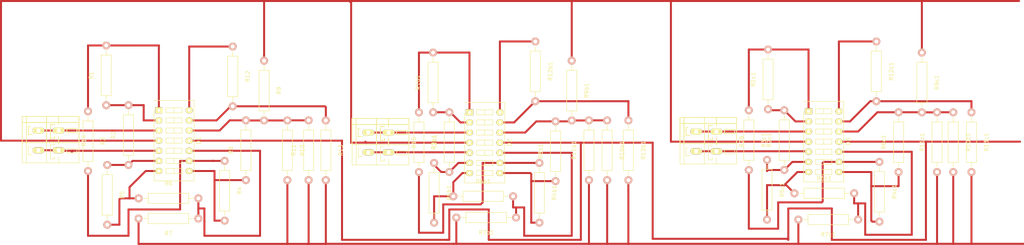
<source format=kicad_pcb>
(kicad_pcb (version 4) (host pcbnew 4.0.2-stable)

  (general
    (links 93)
    (no_connects 0)
    (area 0 0 0 0)
    (thickness 1.6)
    (drawings 0)
    (tracks 292)
    (zones 0)
    (modules 45)
    (nets 40)
  )

  (page A4)
  (layers
    (0 F.Cu signal)
    (31 B.Cu signal)
    (32 B.Adhes user)
    (33 F.Adhes user)
    (34 B.Paste user)
    (35 F.Paste user)
    (36 B.SilkS user)
    (37 F.SilkS user)
    (38 B.Mask user)
    (39 F.Mask user)
    (40 Dwgs.User user)
    (41 Cmts.User user)
    (42 Eco1.User user)
    (43 Eco2.User user)
    (44 Edge.Cuts user)
    (45 Margin user)
    (46 B.CrtYd user)
    (47 F.CrtYd user)
    (48 B.Fab user)
    (49 F.Fab user)
  )

  (setup
    (last_trace_width 0.5)
    (trace_clearance 0.35)
    (zone_clearance 0.508)
    (zone_45_only no)
    (trace_min 0.2)
    (segment_width 0.2)
    (edge_width 0.15)
    (via_size 0.8)
    (via_drill 0.6)
    (via_min_size 0.4)
    (via_min_drill 0.3)
    (uvia_size 0.3)
    (uvia_drill 0.1)
    (uvias_allowed no)
    (uvia_min_size 0.2)
    (uvia_min_drill 0.1)
    (pcb_text_width 0.3)
    (pcb_text_size 1.5 1.5)
    (mod_edge_width 0.15)
    (mod_text_size 1 1)
    (mod_text_width 0.15)
    (pad_size 1.524 1.524)
    (pad_drill 0.762)
    (pad_to_mask_clearance 0.2)
    (aux_axis_origin 0 0)
    (visible_elements 7FFFFFFF)
    (pcbplotparams
      (layerselection 0x00030_80000001)
      (usegerberextensions false)
      (excludeedgelayer true)
      (linewidth 0.100000)
      (plotframeref false)
      (viasonmask false)
      (mode 1)
      (useauxorigin false)
      (hpglpennumber 1)
      (hpglpenspeed 20)
      (hpglpendiameter 15)
      (hpglpenoverlay 2)
      (psnegative false)
      (psa4output false)
      (plotreference true)
      (plotvalue true)
      (plotinvisibletext false)
      (padsonsilk false)
      (subtractmaskfromsilk false)
      (outputformat 1)
      (mirror false)
      (drillshape 1)
      (scaleselection 1)
      (outputdirectory ""))
  )

  (net 0 "")
  (net 1 "Net-(D1-Pad1)")
  (net 2 "Net-(D1-Pad14)")
  (net 3 "Net-(D1-Pad2)")
  (net 4 "Net-(D1-Pad13)")
  (net 5 "Net-(D1-Pad3)")
  (net 6 "Net-(D1-Pad12)")
  (net 7 +12V)
  (net 8 -12VA)
  (net 9 "Net-(D1-Pad5)")
  (net 10 "Net-(D1-Pad10)")
  (net 11 "Net-(D1-Pad6)")
  (net 12 "Net-(D1-Pad9)")
  (net 13 "Net-(D1-Pad7)")
  (net 14 "Net-(D1-Pad8)")
  (net 15 "Net-(D2-Pad1)")
  (net 16 "Net-(D2-Pad14)")
  (net 17 "Net-(D2-Pad2)")
  (net 18 "Net-(D2-Pad13)")
  (net 19 "Net-(D2-Pad3)")
  (net 20 "Net-(D2-Pad12)")
  (net 21 "Net-(D2-Pad5)")
  (net 22 "Net-(D2-Pad10)")
  (net 23 "Net-(D2-Pad6)")
  (net 24 "Net-(D2-Pad9)")
  (net 25 "Net-(D2-Pad7)")
  (net 26 "Net-(D2-Pad8)")
  (net 27 "Net-(D3-Pad1)")
  (net 28 "Net-(D3-Pad14)")
  (net 29 "Net-(D3-Pad2)")
  (net 30 "Net-(D3-Pad13)")
  (net 31 "Net-(D3-Pad3)")
  (net 32 "Net-(D3-Pad12)")
  (net 33 "Net-(D3-Pad5)")
  (net 34 "Net-(D3-Pad10)")
  (net 35 "Net-(D3-Pad6)")
  (net 36 "Net-(D3-Pad9)")
  (net 37 "Net-(D3-Pad7)")
  (net 38 "Net-(D3-Pad8)")
  (net 39 GND)

  (net_class Default "Это класс цепей по умолчанию."
    (clearance 0.35)
    (trace_width 0.5)
    (via_dia 0.8)
    (via_drill 0.6)
    (uvia_dia 0.3)
    (uvia_drill 0.1)
    (add_net +12V)
    (add_net -12VA)
    (add_net GND)
    (add_net "Net-(D1-Pad1)")
    (add_net "Net-(D1-Pad10)")
    (add_net "Net-(D1-Pad12)")
    (add_net "Net-(D1-Pad13)")
    (add_net "Net-(D1-Pad14)")
    (add_net "Net-(D1-Pad2)")
    (add_net "Net-(D1-Pad3)")
    (add_net "Net-(D1-Pad5)")
    (add_net "Net-(D1-Pad6)")
    (add_net "Net-(D1-Pad7)")
    (add_net "Net-(D1-Pad8)")
    (add_net "Net-(D1-Pad9)")
    (add_net "Net-(D2-Pad1)")
    (add_net "Net-(D2-Pad10)")
    (add_net "Net-(D2-Pad12)")
    (add_net "Net-(D2-Pad13)")
    (add_net "Net-(D2-Pad14)")
    (add_net "Net-(D2-Pad2)")
    (add_net "Net-(D2-Pad3)")
    (add_net "Net-(D2-Pad5)")
    (add_net "Net-(D2-Pad6)")
    (add_net "Net-(D2-Pad7)")
    (add_net "Net-(D2-Pad8)")
    (add_net "Net-(D2-Pad9)")
    (add_net "Net-(D3-Pad1)")
    (add_net "Net-(D3-Pad10)")
    (add_net "Net-(D3-Pad12)")
    (add_net "Net-(D3-Pad13)")
    (add_net "Net-(D3-Pad14)")
    (add_net "Net-(D3-Pad2)")
    (add_net "Net-(D3-Pad3)")
    (add_net "Net-(D3-Pad5)")
    (add_net "Net-(D3-Pad6)")
    (add_net "Net-(D3-Pad7)")
    (add_net "Net-(D3-Pad8)")
    (add_net "Net-(D3-Pad9)")
  )

  (module Buttons_Switches_ThroughHole:SW_DIP_x7_Slide (layer F.Cu) (tedit 54BB66BF) (tstamp 573D7403)
    (at 55.372 42.418 270)
    (descr "CTS Electrocomponents, Series 206/208")
    (path /573CBD96)
    (fp_text reference D1 (at 7.6 -10 270) (layer F.SilkS)
      (effects (font (size 1 1) (thickness 0.15)))
    )
    (fp_text value lm324 (at 2 2.4 270) (layer F.Fab)
      (effects (font (size 1 1) (thickness 0.15)))
    )
    (fp_line (start -0.64 -5.84) (end -0.64 -1.78) (layer F.SilkS) (width 0.15))
    (fp_line (start -0.64 -3.81) (end 0.64 -3.81) (layer F.SilkS) (width 0.15))
    (fp_line (start -0.64 -1.78) (end 0.64 -1.78) (layer F.SilkS) (width 0.15))
    (fp_line (start 0.64 -1.78) (end 0.64 -5.84) (layer F.SilkS) (width 0.15))
    (fp_line (start 0.64 -5.84) (end -0.64 -5.84) (layer F.SilkS) (width 0.15))
    (fp_line (start 1.9 -5.84) (end 1.9 -1.78) (layer F.SilkS) (width 0.15))
    (fp_line (start 1.9 -3.81) (end 3.18 -3.81) (layer F.SilkS) (width 0.15))
    (fp_line (start 1.9 -1.78) (end 3.18 -1.78) (layer F.SilkS) (width 0.15))
    (fp_line (start 3.18 -1.78) (end 3.18 -5.84) (layer F.SilkS) (width 0.15))
    (fp_line (start 3.18 -5.84) (end 1.9 -5.84) (layer F.SilkS) (width 0.15))
    (fp_line (start 4.44 -5.84) (end 4.44 -1.78) (layer F.SilkS) (width 0.15))
    (fp_line (start 4.44 -3.81) (end 5.72 -3.81) (layer F.SilkS) (width 0.15))
    (fp_line (start 4.44 -1.78) (end 5.72 -1.78) (layer F.SilkS) (width 0.15))
    (fp_line (start 5.72 -1.78) (end 5.72 -5.84) (layer F.SilkS) (width 0.15))
    (fp_line (start 5.72 -5.84) (end 4.44 -5.84) (layer F.SilkS) (width 0.15))
    (fp_line (start 6.98 -5.84) (end 6.98 -1.78) (layer F.SilkS) (width 0.15))
    (fp_line (start 6.98 -3.81) (end 8.26 -3.81) (layer F.SilkS) (width 0.15))
    (fp_line (start 6.98 -1.78) (end 8.26 -1.78) (layer F.SilkS) (width 0.15))
    (fp_line (start 8.26 -1.78) (end 8.26 -5.84) (layer F.SilkS) (width 0.15))
    (fp_line (start 8.26 -5.84) (end 6.98 -5.84) (layer F.SilkS) (width 0.15))
    (fp_line (start 9.52 -5.84) (end 9.52 -1.78) (layer F.SilkS) (width 0.15))
    (fp_line (start 9.52 -3.81) (end 10.8 -3.81) (layer F.SilkS) (width 0.15))
    (fp_line (start 9.52 -1.78) (end 10.8 -1.78) (layer F.SilkS) (width 0.15))
    (fp_line (start 10.8 -1.78) (end 10.8 -5.84) (layer F.SilkS) (width 0.15))
    (fp_line (start 10.8 -5.84) (end 9.52 -5.84) (layer F.SilkS) (width 0.15))
    (fp_line (start 12.06 -5.84) (end 12.06 -1.78) (layer F.SilkS) (width 0.15))
    (fp_line (start 12.06 -3.81) (end 13.34 -3.81) (layer F.SilkS) (width 0.15))
    (fp_line (start 12.06 -1.78) (end 13.34 -1.78) (layer F.SilkS) (width 0.15))
    (fp_line (start 13.34 -1.78) (end 13.34 -5.84) (layer F.SilkS) (width 0.15))
    (fp_line (start 13.34 -5.84) (end 12.06 -5.84) (layer F.SilkS) (width 0.15))
    (fp_line (start 14.6 -5.84) (end 14.6 -1.78) (layer F.SilkS) (width 0.15))
    (fp_line (start 14.6 -3.81) (end 15.88 -3.81) (layer F.SilkS) (width 0.15))
    (fp_line (start 14.6 -1.78) (end 15.88 -1.78) (layer F.SilkS) (width 0.15))
    (fp_line (start 15.88 -1.78) (end 15.88 -5.84) (layer F.SilkS) (width 0.15))
    (fp_line (start 15.88 -5.84) (end 14.6 -5.84) (layer F.SilkS) (width 0.15))
    (fp_line (start -2.8 -9.15) (end -2.8 1.55) (layer F.CrtYd) (width 0.05))
    (fp_line (start -2.8 1.55) (end 18.05 1.55) (layer F.CrtYd) (width 0.05))
    (fp_line (start 18.05 1.55) (end 18.05 -9.15) (layer F.CrtYd) (width 0.05))
    (fp_line (start 18.05 -9.15) (end -2.8 -9.15) (layer F.CrtYd) (width 0.05))
    (fp_line (start -2.48 1.21) (end -2.48 -8.83) (layer F.SilkS) (width 0.15))
    (fp_line (start -2.48 -8.83) (end 17.72 -8.83) (layer F.SilkS) (width 0.15))
    (fp_line (start 17.72 -8.83) (end 17.72 1.21) (layer F.SilkS) (width 0.15))
    (fp_line (start 17.72 1.21) (end 0 1.21) (layer F.SilkS) (width 0.15))
    (pad 1 thru_hole rect (at 0 0 270) (size 1.524 1.824) (drill 0.762) (layers *.Cu *.Mask F.SilkS)
      (net 1 "Net-(D1-Pad1)"))
    (pad 14 thru_hole oval (at 0 -7.62 270) (size 1.524 1.824) (drill 0.762) (layers *.Cu *.Mask F.SilkS)
      (net 2 "Net-(D1-Pad14)"))
    (pad 2 thru_hole oval (at 2.54 0 270) (size 1.524 1.824) (drill 0.762) (layers *.Cu *.Mask F.SilkS)
      (net 3 "Net-(D1-Pad2)"))
    (pad 13 thru_hole oval (at 2.54 -7.62 270) (size 1.524 1.824) (drill 0.762) (layers *.Cu *.Mask F.SilkS)
      (net 4 "Net-(D1-Pad13)"))
    (pad 3 thru_hole oval (at 5.08 0 270) (size 1.524 1.824) (drill 0.762) (layers *.Cu *.Mask F.SilkS)
      (net 5 "Net-(D1-Pad3)"))
    (pad 12 thru_hole oval (at 5.08 -7.62 270) (size 1.524 1.824) (drill 0.762) (layers *.Cu *.Mask F.SilkS)
      (net 6 "Net-(D1-Pad12)"))
    (pad 4 thru_hole oval (at 7.62 0 270) (size 1.524 1.824) (drill 0.762) (layers *.Cu *.Mask F.SilkS)
      (net 7 +12V))
    (pad 11 thru_hole oval (at 7.62 -7.62 270) (size 1.524 1.824) (drill 0.762) (layers *.Cu *.Mask F.SilkS)
      (net 8 -12VA))
    (pad 5 thru_hole oval (at 10.16 0 270) (size 1.524 1.824) (drill 0.762) (layers *.Cu *.Mask F.SilkS)
      (net 9 "Net-(D1-Pad5)"))
    (pad 10 thru_hole oval (at 10.16 -7.62 270) (size 1.524 1.824) (drill 0.762) (layers *.Cu *.Mask F.SilkS)
      (net 10 "Net-(D1-Pad10)"))
    (pad 6 thru_hole oval (at 12.7 0 270) (size 1.524 1.824) (drill 0.762) (layers *.Cu *.Mask F.SilkS)
      (net 11 "Net-(D1-Pad6)"))
    (pad 9 thru_hole oval (at 12.7 -7.62 270) (size 1.524 1.824) (drill 0.762) (layers *.Cu *.Mask F.SilkS)
      (net 12 "Net-(D1-Pad9)"))
    (pad 7 thru_hole oval (at 15.24 0 270) (size 1.524 1.824) (drill 0.762) (layers *.Cu *.Mask F.SilkS)
      (net 13 "Net-(D1-Pad7)"))
    (pad 8 thru_hole oval (at 15.24 -7.62 270) (size 1.524 1.824) (drill 0.762) (layers *.Cu *.Mask F.SilkS)
      (net 14 "Net-(D1-Pad8)"))
    (model Buttons_Switches_ThroughHole.3dshapes/SW_DIP_x7_Slide.wrl
      (at (xyz 0 0 0))
      (scale (xyz 1 1 1))
      (rotate (xyz 0 0 0))
    )
  )

  (module Buttons_Switches_ThroughHole:SW_DIP_x7_Slide (layer F.Cu) (tedit 54BB66BF) (tstamp 573D7415)
    (at 133.35 42.926 270)
    (descr "CTS Electrocomponents, Series 206/208")
    (path /573CE107)
    (fp_text reference D2 (at 7.6 -10 270) (layer F.SilkS)
      (effects (font (size 1 1) (thickness 0.15)))
    )
    (fp_text value lm324 (at 2 2.4 270) (layer F.Fab)
      (effects (font (size 1 1) (thickness 0.15)))
    )
    (fp_line (start -0.64 -5.84) (end -0.64 -1.78) (layer F.SilkS) (width 0.15))
    (fp_line (start -0.64 -3.81) (end 0.64 -3.81) (layer F.SilkS) (width 0.15))
    (fp_line (start -0.64 -1.78) (end 0.64 -1.78) (layer F.SilkS) (width 0.15))
    (fp_line (start 0.64 -1.78) (end 0.64 -5.84) (layer F.SilkS) (width 0.15))
    (fp_line (start 0.64 -5.84) (end -0.64 -5.84) (layer F.SilkS) (width 0.15))
    (fp_line (start 1.9 -5.84) (end 1.9 -1.78) (layer F.SilkS) (width 0.15))
    (fp_line (start 1.9 -3.81) (end 3.18 -3.81) (layer F.SilkS) (width 0.15))
    (fp_line (start 1.9 -1.78) (end 3.18 -1.78) (layer F.SilkS) (width 0.15))
    (fp_line (start 3.18 -1.78) (end 3.18 -5.84) (layer F.SilkS) (width 0.15))
    (fp_line (start 3.18 -5.84) (end 1.9 -5.84) (layer F.SilkS) (width 0.15))
    (fp_line (start 4.44 -5.84) (end 4.44 -1.78) (layer F.SilkS) (width 0.15))
    (fp_line (start 4.44 -3.81) (end 5.72 -3.81) (layer F.SilkS) (width 0.15))
    (fp_line (start 4.44 -1.78) (end 5.72 -1.78) (layer F.SilkS) (width 0.15))
    (fp_line (start 5.72 -1.78) (end 5.72 -5.84) (layer F.SilkS) (width 0.15))
    (fp_line (start 5.72 -5.84) (end 4.44 -5.84) (layer F.SilkS) (width 0.15))
    (fp_line (start 6.98 -5.84) (end 6.98 -1.78) (layer F.SilkS) (width 0.15))
    (fp_line (start 6.98 -3.81) (end 8.26 -3.81) (layer F.SilkS) (width 0.15))
    (fp_line (start 6.98 -1.78) (end 8.26 -1.78) (layer F.SilkS) (width 0.15))
    (fp_line (start 8.26 -1.78) (end 8.26 -5.84) (layer F.SilkS) (width 0.15))
    (fp_line (start 8.26 -5.84) (end 6.98 -5.84) (layer F.SilkS) (width 0.15))
    (fp_line (start 9.52 -5.84) (end 9.52 -1.78) (layer F.SilkS) (width 0.15))
    (fp_line (start 9.52 -3.81) (end 10.8 -3.81) (layer F.SilkS) (width 0.15))
    (fp_line (start 9.52 -1.78) (end 10.8 -1.78) (layer F.SilkS) (width 0.15))
    (fp_line (start 10.8 -1.78) (end 10.8 -5.84) (layer F.SilkS) (width 0.15))
    (fp_line (start 10.8 -5.84) (end 9.52 -5.84) (layer F.SilkS) (width 0.15))
    (fp_line (start 12.06 -5.84) (end 12.06 -1.78) (layer F.SilkS) (width 0.15))
    (fp_line (start 12.06 -3.81) (end 13.34 -3.81) (layer F.SilkS) (width 0.15))
    (fp_line (start 12.06 -1.78) (end 13.34 -1.78) (layer F.SilkS) (width 0.15))
    (fp_line (start 13.34 -1.78) (end 13.34 -5.84) (layer F.SilkS) (width 0.15))
    (fp_line (start 13.34 -5.84) (end 12.06 -5.84) (layer F.SilkS) (width 0.15))
    (fp_line (start 14.6 -5.84) (end 14.6 -1.78) (layer F.SilkS) (width 0.15))
    (fp_line (start 14.6 -3.81) (end 15.88 -3.81) (layer F.SilkS) (width 0.15))
    (fp_line (start 14.6 -1.78) (end 15.88 -1.78) (layer F.SilkS) (width 0.15))
    (fp_line (start 15.88 -1.78) (end 15.88 -5.84) (layer F.SilkS) (width 0.15))
    (fp_line (start 15.88 -5.84) (end 14.6 -5.84) (layer F.SilkS) (width 0.15))
    (fp_line (start -2.8 -9.15) (end -2.8 1.55) (layer F.CrtYd) (width 0.05))
    (fp_line (start -2.8 1.55) (end 18.05 1.55) (layer F.CrtYd) (width 0.05))
    (fp_line (start 18.05 1.55) (end 18.05 -9.15) (layer F.CrtYd) (width 0.05))
    (fp_line (start 18.05 -9.15) (end -2.8 -9.15) (layer F.CrtYd) (width 0.05))
    (fp_line (start -2.48 1.21) (end -2.48 -8.83) (layer F.SilkS) (width 0.15))
    (fp_line (start -2.48 -8.83) (end 17.72 -8.83) (layer F.SilkS) (width 0.15))
    (fp_line (start 17.72 -8.83) (end 17.72 1.21) (layer F.SilkS) (width 0.15))
    (fp_line (start 17.72 1.21) (end 0 1.21) (layer F.SilkS) (width 0.15))
    (pad 1 thru_hole rect (at 0 0 270) (size 1.524 1.824) (drill 0.762) (layers *.Cu *.Mask F.SilkS)
      (net 15 "Net-(D2-Pad1)"))
    (pad 14 thru_hole oval (at 0 -7.62 270) (size 1.524 1.824) (drill 0.762) (layers *.Cu *.Mask F.SilkS)
      (net 16 "Net-(D2-Pad14)"))
    (pad 2 thru_hole oval (at 2.54 0 270) (size 1.524 1.824) (drill 0.762) (layers *.Cu *.Mask F.SilkS)
      (net 17 "Net-(D2-Pad2)"))
    (pad 13 thru_hole oval (at 2.54 -7.62 270) (size 1.524 1.824) (drill 0.762) (layers *.Cu *.Mask F.SilkS)
      (net 18 "Net-(D2-Pad13)"))
    (pad 3 thru_hole oval (at 5.08 0 270) (size 1.524 1.824) (drill 0.762) (layers *.Cu *.Mask F.SilkS)
      (net 19 "Net-(D2-Pad3)"))
    (pad 12 thru_hole oval (at 5.08 -7.62 270) (size 1.524 1.824) (drill 0.762) (layers *.Cu *.Mask F.SilkS)
      (net 20 "Net-(D2-Pad12)"))
    (pad 4 thru_hole oval (at 7.62 0 270) (size 1.524 1.824) (drill 0.762) (layers *.Cu *.Mask F.SilkS)
      (net 7 +12V))
    (pad 11 thru_hole oval (at 7.62 -7.62 270) (size 1.524 1.824) (drill 0.762) (layers *.Cu *.Mask F.SilkS)
      (net 8 -12VA))
    (pad 5 thru_hole oval (at 10.16 0 270) (size 1.524 1.824) (drill 0.762) (layers *.Cu *.Mask F.SilkS)
      (net 21 "Net-(D2-Pad5)"))
    (pad 10 thru_hole oval (at 10.16 -7.62 270) (size 1.524 1.824) (drill 0.762) (layers *.Cu *.Mask F.SilkS)
      (net 22 "Net-(D2-Pad10)"))
    (pad 6 thru_hole oval (at 12.7 0 270) (size 1.524 1.824) (drill 0.762) (layers *.Cu *.Mask F.SilkS)
      (net 23 "Net-(D2-Pad6)"))
    (pad 9 thru_hole oval (at 12.7 -7.62 270) (size 1.524 1.824) (drill 0.762) (layers *.Cu *.Mask F.SilkS)
      (net 24 "Net-(D2-Pad9)"))
    (pad 7 thru_hole oval (at 15.24 0 270) (size 1.524 1.824) (drill 0.762) (layers *.Cu *.Mask F.SilkS)
      (net 25 "Net-(D2-Pad7)"))
    (pad 8 thru_hole oval (at 15.24 -7.62 270) (size 1.524 1.824) (drill 0.762) (layers *.Cu *.Mask F.SilkS)
      (net 26 "Net-(D2-Pad8)"))
    (model Buttons_Switches_ThroughHole.3dshapes/SW_DIP_x7_Slide.wrl
      (at (xyz 0 0 0))
      (scale (xyz 1 1 1))
      (rotate (xyz 0 0 0))
    )
  )

  (module Buttons_Switches_ThroughHole:SW_DIP_x7_Slide (layer F.Cu) (tedit 54BB66BF) (tstamp 573D7427)
    (at 218.44 42.672 270)
    (descr "CTS Electrocomponents, Series 206/208")
    (path /573CE392)
    (fp_text reference D3 (at 7.6 -10 270) (layer F.SilkS)
      (effects (font (size 1 1) (thickness 0.15)))
    )
    (fp_text value lm324 (at 2 2.4 270) (layer F.Fab)
      (effects (font (size 1 1) (thickness 0.15)))
    )
    (fp_line (start -0.64 -5.84) (end -0.64 -1.78) (layer F.SilkS) (width 0.15))
    (fp_line (start -0.64 -3.81) (end 0.64 -3.81) (layer F.SilkS) (width 0.15))
    (fp_line (start -0.64 -1.78) (end 0.64 -1.78) (layer F.SilkS) (width 0.15))
    (fp_line (start 0.64 -1.78) (end 0.64 -5.84) (layer F.SilkS) (width 0.15))
    (fp_line (start 0.64 -5.84) (end -0.64 -5.84) (layer F.SilkS) (width 0.15))
    (fp_line (start 1.9 -5.84) (end 1.9 -1.78) (layer F.SilkS) (width 0.15))
    (fp_line (start 1.9 -3.81) (end 3.18 -3.81) (layer F.SilkS) (width 0.15))
    (fp_line (start 1.9 -1.78) (end 3.18 -1.78) (layer F.SilkS) (width 0.15))
    (fp_line (start 3.18 -1.78) (end 3.18 -5.84) (layer F.SilkS) (width 0.15))
    (fp_line (start 3.18 -5.84) (end 1.9 -5.84) (layer F.SilkS) (width 0.15))
    (fp_line (start 4.44 -5.84) (end 4.44 -1.78) (layer F.SilkS) (width 0.15))
    (fp_line (start 4.44 -3.81) (end 5.72 -3.81) (layer F.SilkS) (width 0.15))
    (fp_line (start 4.44 -1.78) (end 5.72 -1.78) (layer F.SilkS) (width 0.15))
    (fp_line (start 5.72 -1.78) (end 5.72 -5.84) (layer F.SilkS) (width 0.15))
    (fp_line (start 5.72 -5.84) (end 4.44 -5.84) (layer F.SilkS) (width 0.15))
    (fp_line (start 6.98 -5.84) (end 6.98 -1.78) (layer F.SilkS) (width 0.15))
    (fp_line (start 6.98 -3.81) (end 8.26 -3.81) (layer F.SilkS) (width 0.15))
    (fp_line (start 6.98 -1.78) (end 8.26 -1.78) (layer F.SilkS) (width 0.15))
    (fp_line (start 8.26 -1.78) (end 8.26 -5.84) (layer F.SilkS) (width 0.15))
    (fp_line (start 8.26 -5.84) (end 6.98 -5.84) (layer F.SilkS) (width 0.15))
    (fp_line (start 9.52 -5.84) (end 9.52 -1.78) (layer F.SilkS) (width 0.15))
    (fp_line (start 9.52 -3.81) (end 10.8 -3.81) (layer F.SilkS) (width 0.15))
    (fp_line (start 9.52 -1.78) (end 10.8 -1.78) (layer F.SilkS) (width 0.15))
    (fp_line (start 10.8 -1.78) (end 10.8 -5.84) (layer F.SilkS) (width 0.15))
    (fp_line (start 10.8 -5.84) (end 9.52 -5.84) (layer F.SilkS) (width 0.15))
    (fp_line (start 12.06 -5.84) (end 12.06 -1.78) (layer F.SilkS) (width 0.15))
    (fp_line (start 12.06 -3.81) (end 13.34 -3.81) (layer F.SilkS) (width 0.15))
    (fp_line (start 12.06 -1.78) (end 13.34 -1.78) (layer F.SilkS) (width 0.15))
    (fp_line (start 13.34 -1.78) (end 13.34 -5.84) (layer F.SilkS) (width 0.15))
    (fp_line (start 13.34 -5.84) (end 12.06 -5.84) (layer F.SilkS) (width 0.15))
    (fp_line (start 14.6 -5.84) (end 14.6 -1.78) (layer F.SilkS) (width 0.15))
    (fp_line (start 14.6 -3.81) (end 15.88 -3.81) (layer F.SilkS) (width 0.15))
    (fp_line (start 14.6 -1.78) (end 15.88 -1.78) (layer F.SilkS) (width 0.15))
    (fp_line (start 15.88 -1.78) (end 15.88 -5.84) (layer F.SilkS) (width 0.15))
    (fp_line (start 15.88 -5.84) (end 14.6 -5.84) (layer F.SilkS) (width 0.15))
    (fp_line (start -2.8 -9.15) (end -2.8 1.55) (layer F.CrtYd) (width 0.05))
    (fp_line (start -2.8 1.55) (end 18.05 1.55) (layer F.CrtYd) (width 0.05))
    (fp_line (start 18.05 1.55) (end 18.05 -9.15) (layer F.CrtYd) (width 0.05))
    (fp_line (start 18.05 -9.15) (end -2.8 -9.15) (layer F.CrtYd) (width 0.05))
    (fp_line (start -2.48 1.21) (end -2.48 -8.83) (layer F.SilkS) (width 0.15))
    (fp_line (start -2.48 -8.83) (end 17.72 -8.83) (layer F.SilkS) (width 0.15))
    (fp_line (start 17.72 -8.83) (end 17.72 1.21) (layer F.SilkS) (width 0.15))
    (fp_line (start 17.72 1.21) (end 0 1.21) (layer F.SilkS) (width 0.15))
    (pad 1 thru_hole rect (at 0 0 270) (size 1.524 1.824) (drill 0.762) (layers *.Cu *.Mask F.SilkS)
      (net 27 "Net-(D3-Pad1)"))
    (pad 14 thru_hole oval (at 0 -7.62 270) (size 1.524 1.824) (drill 0.762) (layers *.Cu *.Mask F.SilkS)
      (net 28 "Net-(D3-Pad14)"))
    (pad 2 thru_hole oval (at 2.54 0 270) (size 1.524 1.824) (drill 0.762) (layers *.Cu *.Mask F.SilkS)
      (net 29 "Net-(D3-Pad2)"))
    (pad 13 thru_hole oval (at 2.54 -7.62 270) (size 1.524 1.824) (drill 0.762) (layers *.Cu *.Mask F.SilkS)
      (net 30 "Net-(D3-Pad13)"))
    (pad 3 thru_hole oval (at 5.08 0 270) (size 1.524 1.824) (drill 0.762) (layers *.Cu *.Mask F.SilkS)
      (net 31 "Net-(D3-Pad3)"))
    (pad 12 thru_hole oval (at 5.08 -7.62 270) (size 1.524 1.824) (drill 0.762) (layers *.Cu *.Mask F.SilkS)
      (net 32 "Net-(D3-Pad12)"))
    (pad 4 thru_hole oval (at 7.62 0 270) (size 1.524 1.824) (drill 0.762) (layers *.Cu *.Mask F.SilkS)
      (net 7 +12V))
    (pad 11 thru_hole oval (at 7.62 -7.62 270) (size 1.524 1.824) (drill 0.762) (layers *.Cu *.Mask F.SilkS)
      (net 8 -12VA))
    (pad 5 thru_hole oval (at 10.16 0 270) (size 1.524 1.824) (drill 0.762) (layers *.Cu *.Mask F.SilkS)
      (net 33 "Net-(D3-Pad5)"))
    (pad 10 thru_hole oval (at 10.16 -7.62 270) (size 1.524 1.824) (drill 0.762) (layers *.Cu *.Mask F.SilkS)
      (net 34 "Net-(D3-Pad10)"))
    (pad 6 thru_hole oval (at 12.7 0 270) (size 1.524 1.824) (drill 0.762) (layers *.Cu *.Mask F.SilkS)
      (net 35 "Net-(D3-Pad6)"))
    (pad 9 thru_hole oval (at 12.7 -7.62 270) (size 1.524 1.824) (drill 0.762) (layers *.Cu *.Mask F.SilkS)
      (net 36 "Net-(D3-Pad9)"))
    (pad 7 thru_hole oval (at 15.24 0 270) (size 1.524 1.824) (drill 0.762) (layers *.Cu *.Mask F.SilkS)
      (net 37 "Net-(D3-Pad7)"))
    (pad 8 thru_hole oval (at 15.24 -7.62 270) (size 1.524 1.824) (drill 0.762) (layers *.Cu *.Mask F.SilkS)
      (net 38 "Net-(D3-Pad8)"))
    (model Buttons_Switches_ThroughHole.3dshapes/SW_DIP_x7_Slide.wrl
      (at (xyz 0 0 0))
      (scale (xyz 1 1 1))
      (rotate (xyz 0 0 0))
    )
  )

  (module Resistors_ThroughHole:Resistor_Horizontal_RM15mm (layer F.Cu) (tedit 569FCEE8) (tstamp 573D742D)
    (at 42.164 41.148 90)
    (descr "Resistor, Axial, RM 15mm,")
    (tags "Resistor Axial RM 15mm")
    (path /573CBF88)
    (fp_text reference R1 (at 7.5 -3.74904 90) (layer F.SilkS)
      (effects (font (size 1 1) (thickness 0.15)))
    )
    (fp_text value 100k (at 7.5 4.0005 90) (layer F.Fab)
      (effects (font (size 1 1) (thickness 0.15)))
    )
    (fp_line (start -1.25 1.5) (end -1.25 -1.5) (layer F.CrtYd) (width 0.05))
    (fp_line (start -1.25 -1.5) (end 16.25 -1.5) (layer F.CrtYd) (width 0.05))
    (fp_line (start 16.25 -1.5) (end 16.25 1.5) (layer F.CrtYd) (width 0.05))
    (fp_line (start 16.25 1.5) (end -1.25 1.5) (layer F.CrtYd) (width 0.05))
    (fp_line (start 2.42 -1.27) (end 2.42 1.27) (layer F.SilkS) (width 0.15))
    (fp_line (start 2.42 1.27) (end 12.58 1.27) (layer F.SilkS) (width 0.15))
    (fp_line (start 12.58 1.27) (end 12.58 -1.27) (layer F.SilkS) (width 0.15))
    (fp_line (start 12.58 -1.27) (end 2.42 -1.27) (layer F.SilkS) (width 0.15))
    (fp_line (start 13.73 0) (end 12.58 0) (layer F.SilkS) (width 0.15))
    (fp_line (start 1.27 0) (end 2.42 0) (layer F.SilkS) (width 0.15))
    (pad 1 thru_hole circle (at 0 0 90) (size 1.99898 1.99898) (drill 1.00076) (layers *.Cu *.SilkS *.Mask)
      (net 3 "Net-(D1-Pad2)"))
    (pad 2 thru_hole circle (at 15 0 90) (size 1.99898 1.99898) (drill 1.00076) (layers *.Cu *.SilkS *.Mask)
      (net 1 "Net-(D1-Pad1)"))
    (model Resistors_ThroughHole.3dshapes/Resistor_Horizontal_RM15mm.wrl
      (at (xyz 0.295 0 0))
      (scale (xyz 0.395 0.4 0.4))
      (rotate (xyz 0 0 0))
    )
  )

  (module Resistors_ThroughHole:Resistor_Horizontal_RM15mm (layer F.Cu) (tedit 569FCEE8) (tstamp 573D7433)
    (at 124.206 42.926 90)
    (descr "Resistor, Axial, RM 15mm,")
    (tags "Resistor Axial RM 15mm")
    (path /573CE10D)
    (fp_text reference R1b1 (at 7.5 -3.74904 90) (layer F.SilkS)
      (effects (font (size 1 1) (thickness 0.15)))
    )
    (fp_text value 100k (at 7.5 4.0005 90) (layer F.Fab)
      (effects (font (size 1 1) (thickness 0.15)))
    )
    (fp_line (start -1.25 1.5) (end -1.25 -1.5) (layer F.CrtYd) (width 0.05))
    (fp_line (start -1.25 -1.5) (end 16.25 -1.5) (layer F.CrtYd) (width 0.05))
    (fp_line (start 16.25 -1.5) (end 16.25 1.5) (layer F.CrtYd) (width 0.05))
    (fp_line (start 16.25 1.5) (end -1.25 1.5) (layer F.CrtYd) (width 0.05))
    (fp_line (start 2.42 -1.27) (end 2.42 1.27) (layer F.SilkS) (width 0.15))
    (fp_line (start 2.42 1.27) (end 12.58 1.27) (layer F.SilkS) (width 0.15))
    (fp_line (start 12.58 1.27) (end 12.58 -1.27) (layer F.SilkS) (width 0.15))
    (fp_line (start 12.58 -1.27) (end 2.42 -1.27) (layer F.SilkS) (width 0.15))
    (fp_line (start 13.73 0) (end 12.58 0) (layer F.SilkS) (width 0.15))
    (fp_line (start 1.27 0) (end 2.42 0) (layer F.SilkS) (width 0.15))
    (pad 1 thru_hole circle (at 0 0 90) (size 1.99898 1.99898) (drill 1.00076) (layers *.Cu *.SilkS *.Mask)
      (net 17 "Net-(D2-Pad2)"))
    (pad 2 thru_hole circle (at 15 0 90) (size 1.99898 1.99898) (drill 1.00076) (layers *.Cu *.SilkS *.Mask)
      (net 15 "Net-(D2-Pad1)"))
    (model Resistors_ThroughHole.3dshapes/Resistor_Horizontal_RM15mm.wrl
      (at (xyz 0.295 0 0))
      (scale (xyz 0.395 0.4 0.4))
      (rotate (xyz 0 0 0))
    )
  )

  (module Resistors_ThroughHole:Resistor_Horizontal_RM15mm (layer F.Cu) (tedit 569FCEE8) (tstamp 573D7439)
    (at 208.28 42.164 90)
    (descr "Resistor, Axial, RM 15mm,")
    (tags "Resistor Axial RM 15mm")
    (path /573CE398)
    (fp_text reference R1c1 (at 7.5 -3.74904 90) (layer F.SilkS)
      (effects (font (size 1 1) (thickness 0.15)))
    )
    (fp_text value 100k (at 7.5 4.0005 90) (layer F.Fab)
      (effects (font (size 1 1) (thickness 0.15)))
    )
    (fp_line (start -1.25 1.5) (end -1.25 -1.5) (layer F.CrtYd) (width 0.05))
    (fp_line (start -1.25 -1.5) (end 16.25 -1.5) (layer F.CrtYd) (width 0.05))
    (fp_line (start 16.25 -1.5) (end 16.25 1.5) (layer F.CrtYd) (width 0.05))
    (fp_line (start 16.25 1.5) (end -1.25 1.5) (layer F.CrtYd) (width 0.05))
    (fp_line (start 2.42 -1.27) (end 2.42 1.27) (layer F.SilkS) (width 0.15))
    (fp_line (start 2.42 1.27) (end 12.58 1.27) (layer F.SilkS) (width 0.15))
    (fp_line (start 12.58 1.27) (end 12.58 -1.27) (layer F.SilkS) (width 0.15))
    (fp_line (start 12.58 -1.27) (end 2.42 -1.27) (layer F.SilkS) (width 0.15))
    (fp_line (start 13.73 0) (end 12.58 0) (layer F.SilkS) (width 0.15))
    (fp_line (start 1.27 0) (end 2.42 0) (layer F.SilkS) (width 0.15))
    (pad 1 thru_hole circle (at 0 0 90) (size 1.99898 1.99898) (drill 1.00076) (layers *.Cu *.SilkS *.Mask)
      (net 29 "Net-(D3-Pad2)"))
    (pad 2 thru_hole circle (at 15 0 90) (size 1.99898 1.99898) (drill 1.00076) (layers *.Cu *.SilkS *.Mask)
      (net 27 "Net-(D3-Pad1)"))
    (model Resistors_ThroughHole.3dshapes/Resistor_Horizontal_RM15mm.wrl
      (at (xyz 0.295 0 0))
      (scale (xyz 0.395 0.4 0.4))
      (rotate (xyz 0 0 0))
    )
  )

  (module Resistors_ThroughHole:Resistor_Horizontal_RM15mm (layer F.Cu) (tedit 569FCEE8) (tstamp 573D743F)
    (at 47.752 56.134 90)
    (descr "Resistor, Axial, RM 15mm,")
    (tags "Resistor Axial RM 15mm")
    (path /573CC064)
    (fp_text reference R2 (at 7.5 -3.74904 90) (layer F.SilkS)
      (effects (font (size 1 1) (thickness 0.15)))
    )
    (fp_text value 200k (at 7.5 4.0005 90) (layer F.Fab)
      (effects (font (size 1 1) (thickness 0.15)))
    )
    (fp_line (start -1.25 1.5) (end -1.25 -1.5) (layer F.CrtYd) (width 0.05))
    (fp_line (start -1.25 -1.5) (end 16.25 -1.5) (layer F.CrtYd) (width 0.05))
    (fp_line (start 16.25 -1.5) (end 16.25 1.5) (layer F.CrtYd) (width 0.05))
    (fp_line (start 16.25 1.5) (end -1.25 1.5) (layer F.CrtYd) (width 0.05))
    (fp_line (start 2.42 -1.27) (end 2.42 1.27) (layer F.SilkS) (width 0.15))
    (fp_line (start 2.42 1.27) (end 12.58 1.27) (layer F.SilkS) (width 0.15))
    (fp_line (start 12.58 1.27) (end 12.58 -1.27) (layer F.SilkS) (width 0.15))
    (fp_line (start 12.58 -1.27) (end 2.42 -1.27) (layer F.SilkS) (width 0.15))
    (fp_line (start 13.73 0) (end 12.58 0) (layer F.SilkS) (width 0.15))
    (fp_line (start 1.27 0) (end 2.42 0) (layer F.SilkS) (width 0.15))
    (pad 1 thru_hole circle (at 0 0 90) (size 1.99898 1.99898) (drill 1.00076) (layers *.Cu *.SilkS *.Mask)
      (net 11 "Net-(D1-Pad6)"))
    (pad 2 thru_hole circle (at 15 0 90) (size 1.99898 1.99898) (drill 1.00076) (layers *.Cu *.SilkS *.Mask)
      (net 3 "Net-(D1-Pad2)"))
    (model Resistors_ThroughHole.3dshapes/Resistor_Horizontal_RM15mm.wrl
      (at (xyz 0.295 0 0))
      (scale (xyz 0.395 0.4 0.4))
      (rotate (xyz 0 0 0))
    )
  )

  (module Resistors_ThroughHole:Resistor_Horizontal_RM15mm (layer F.Cu) (tedit 569FCEE8) (tstamp 573D7445)
    (at 128.27 57.912 90)
    (descr "Resistor, Axial, RM 15mm,")
    (tags "Resistor Axial RM 15mm")
    (path /573CE119)
    (fp_text reference R2b1 (at 7.5 -3.74904 90) (layer F.SilkS)
      (effects (font (size 1 1) (thickness 0.15)))
    )
    (fp_text value 200k (at 7.5 4.0005 90) (layer F.Fab)
      (effects (font (size 1 1) (thickness 0.15)))
    )
    (fp_line (start -1.25 1.5) (end -1.25 -1.5) (layer F.CrtYd) (width 0.05))
    (fp_line (start -1.25 -1.5) (end 16.25 -1.5) (layer F.CrtYd) (width 0.05))
    (fp_line (start 16.25 -1.5) (end 16.25 1.5) (layer F.CrtYd) (width 0.05))
    (fp_line (start 16.25 1.5) (end -1.25 1.5) (layer F.CrtYd) (width 0.05))
    (fp_line (start 2.42 -1.27) (end 2.42 1.27) (layer F.SilkS) (width 0.15))
    (fp_line (start 2.42 1.27) (end 12.58 1.27) (layer F.SilkS) (width 0.15))
    (fp_line (start 12.58 1.27) (end 12.58 -1.27) (layer F.SilkS) (width 0.15))
    (fp_line (start 12.58 -1.27) (end 2.42 -1.27) (layer F.SilkS) (width 0.15))
    (fp_line (start 13.73 0) (end 12.58 0) (layer F.SilkS) (width 0.15))
    (fp_line (start 1.27 0) (end 2.42 0) (layer F.SilkS) (width 0.15))
    (pad 1 thru_hole circle (at 0 0 90) (size 1.99898 1.99898) (drill 1.00076) (layers *.Cu *.SilkS *.Mask)
      (net 23 "Net-(D2-Pad6)"))
    (pad 2 thru_hole circle (at 15 0 90) (size 1.99898 1.99898) (drill 1.00076) (layers *.Cu *.SilkS *.Mask)
      (net 17 "Net-(D2-Pad2)"))
    (model Resistors_ThroughHole.3dshapes/Resistor_Horizontal_RM15mm.wrl
      (at (xyz 0.295 0 0))
      (scale (xyz 0.395 0.4 0.4))
      (rotate (xyz 0 0 0))
    )
  )

  (module Resistors_ThroughHole:Resistor_Horizontal_RM15mm (layer F.Cu) (tedit 569FCEE8) (tstamp 573D744B)
    (at 212.344 57.404 90)
    (descr "Resistor, Axial, RM 15mm,")
    (tags "Resistor Axial RM 15mm")
    (path /573CE3A4)
    (fp_text reference R2c1 (at 7.5 -3.74904 90) (layer F.SilkS)
      (effects (font (size 1 1) (thickness 0.15)))
    )
    (fp_text value 200k (at 7.5 4.0005 90) (layer F.Fab)
      (effects (font (size 1 1) (thickness 0.15)))
    )
    (fp_line (start -1.25 1.5) (end -1.25 -1.5) (layer F.CrtYd) (width 0.05))
    (fp_line (start -1.25 -1.5) (end 16.25 -1.5) (layer F.CrtYd) (width 0.05))
    (fp_line (start 16.25 -1.5) (end 16.25 1.5) (layer F.CrtYd) (width 0.05))
    (fp_line (start 16.25 1.5) (end -1.25 1.5) (layer F.CrtYd) (width 0.05))
    (fp_line (start 2.42 -1.27) (end 2.42 1.27) (layer F.SilkS) (width 0.15))
    (fp_line (start 2.42 1.27) (end 12.58 1.27) (layer F.SilkS) (width 0.15))
    (fp_line (start 12.58 1.27) (end 12.58 -1.27) (layer F.SilkS) (width 0.15))
    (fp_line (start 12.58 -1.27) (end 2.42 -1.27) (layer F.SilkS) (width 0.15))
    (fp_line (start 13.73 0) (end 12.58 0) (layer F.SilkS) (width 0.15))
    (fp_line (start 1.27 0) (end 2.42 0) (layer F.SilkS) (width 0.15))
    (pad 1 thru_hole circle (at 0 0 90) (size 1.99898 1.99898) (drill 1.00076) (layers *.Cu *.SilkS *.Mask)
      (net 35 "Net-(D3-Pad6)"))
    (pad 2 thru_hole circle (at 15 0 90) (size 1.99898 1.99898) (drill 1.00076) (layers *.Cu *.SilkS *.Mask)
      (net 29 "Net-(D3-Pad2)"))
    (model Resistors_ThroughHole.3dshapes/Resistor_Horizontal_RM15mm.wrl
      (at (xyz 0.295 0 0))
      (scale (xyz 0.395 0.4 0.4))
      (rotate (xyz 0 0 0))
    )
  )

  (module Resistors_ThroughHole:Resistor_Horizontal_RM15mm (layer F.Cu) (tedit 569FCEE8) (tstamp 573D7451)
    (at 37.592 42.672 270)
    (descr "Resistor, Axial, RM 15mm,")
    (tags "Resistor Axial RM 15mm")
    (path /573CC099)
    (fp_text reference R3 (at 7.5 -3.74904 270) (layer F.SilkS)
      (effects (font (size 1 1) (thickness 0.15)))
    )
    (fp_text value 100k (at 7.5 4.0005 270) (layer F.Fab)
      (effects (font (size 1 1) (thickness 0.15)))
    )
    (fp_line (start -1.25 1.5) (end -1.25 -1.5) (layer F.CrtYd) (width 0.05))
    (fp_line (start -1.25 -1.5) (end 16.25 -1.5) (layer F.CrtYd) (width 0.05))
    (fp_line (start 16.25 -1.5) (end 16.25 1.5) (layer F.CrtYd) (width 0.05))
    (fp_line (start 16.25 1.5) (end -1.25 1.5) (layer F.CrtYd) (width 0.05))
    (fp_line (start 2.42 -1.27) (end 2.42 1.27) (layer F.SilkS) (width 0.15))
    (fp_line (start 2.42 1.27) (end 12.58 1.27) (layer F.SilkS) (width 0.15))
    (fp_line (start 12.58 1.27) (end 12.58 -1.27) (layer F.SilkS) (width 0.15))
    (fp_line (start 12.58 -1.27) (end 2.42 -1.27) (layer F.SilkS) (width 0.15))
    (fp_line (start 13.73 0) (end 12.58 0) (layer F.SilkS) (width 0.15))
    (fp_line (start 1.27 0) (end 2.42 0) (layer F.SilkS) (width 0.15))
    (pad 1 thru_hole circle (at 0 0 270) (size 1.99898 1.99898) (drill 1.00076) (layers *.Cu *.SilkS *.Mask)
      (net 1 "Net-(D1-Pad1)"))
    (pad 2 thru_hole circle (at 15 0 270) (size 1.99898 1.99898) (drill 1.00076) (layers *.Cu *.SilkS *.Mask)
      (net 12 "Net-(D1-Pad9)"))
    (model Resistors_ThroughHole.3dshapes/Resistor_Horizontal_RM15mm.wrl
      (at (xyz 0.295 0 0))
      (scale (xyz 0.395 0.4 0.4))
      (rotate (xyz 0 0 0))
    )
  )

  (module Resistors_ThroughHole:Resistor_Horizontal_RM15mm (layer F.Cu) (tedit 569FCEE8) (tstamp 573D7457)
    (at 120.65 42.926 270)
    (descr "Resistor, Axial, RM 15mm,")
    (tags "Resistor Axial RM 15mm")
    (path /573CE11F)
    (fp_text reference R3b1 (at 7.5 -3.74904 270) (layer F.SilkS)
      (effects (font (size 1 1) (thickness 0.15)))
    )
    (fp_text value 100k (at 7.5 4.0005 270) (layer F.Fab)
      (effects (font (size 1 1) (thickness 0.15)))
    )
    (fp_line (start -1.25 1.5) (end -1.25 -1.5) (layer F.CrtYd) (width 0.05))
    (fp_line (start -1.25 -1.5) (end 16.25 -1.5) (layer F.CrtYd) (width 0.05))
    (fp_line (start 16.25 -1.5) (end 16.25 1.5) (layer F.CrtYd) (width 0.05))
    (fp_line (start 16.25 1.5) (end -1.25 1.5) (layer F.CrtYd) (width 0.05))
    (fp_line (start 2.42 -1.27) (end 2.42 1.27) (layer F.SilkS) (width 0.15))
    (fp_line (start 2.42 1.27) (end 12.58 1.27) (layer F.SilkS) (width 0.15))
    (fp_line (start 12.58 1.27) (end 12.58 -1.27) (layer F.SilkS) (width 0.15))
    (fp_line (start 12.58 -1.27) (end 2.42 -1.27) (layer F.SilkS) (width 0.15))
    (fp_line (start 13.73 0) (end 12.58 0) (layer F.SilkS) (width 0.15))
    (fp_line (start 1.27 0) (end 2.42 0) (layer F.SilkS) (width 0.15))
    (pad 1 thru_hole circle (at 0 0 270) (size 1.99898 1.99898) (drill 1.00076) (layers *.Cu *.SilkS *.Mask)
      (net 15 "Net-(D2-Pad1)"))
    (pad 2 thru_hole circle (at 15 0 270) (size 1.99898 1.99898) (drill 1.00076) (layers *.Cu *.SilkS *.Mask)
      (net 24 "Net-(D2-Pad9)"))
    (model Resistors_ThroughHole.3dshapes/Resistor_Horizontal_RM15mm.wrl
      (at (xyz 0.295 0 0))
      (scale (xyz 0.395 0.4 0.4))
      (rotate (xyz 0 0 0))
    )
  )

  (module Resistors_ThroughHole:Resistor_Horizontal_RM15mm (layer F.Cu) (tedit 569FCEE8) (tstamp 573D745D)
    (at 203.454 42.418 270)
    (descr "Resistor, Axial, RM 15mm,")
    (tags "Resistor Axial RM 15mm")
    (path /573CE3AA)
    (fp_text reference R3c1 (at 7.5 -3.74904 270) (layer F.SilkS)
      (effects (font (size 1 1) (thickness 0.15)))
    )
    (fp_text value 100k (at 7.5 4.0005 270) (layer F.Fab)
      (effects (font (size 1 1) (thickness 0.15)))
    )
    (fp_line (start -1.25 1.5) (end -1.25 -1.5) (layer F.CrtYd) (width 0.05))
    (fp_line (start -1.25 -1.5) (end 16.25 -1.5) (layer F.CrtYd) (width 0.05))
    (fp_line (start 16.25 -1.5) (end 16.25 1.5) (layer F.CrtYd) (width 0.05))
    (fp_line (start 16.25 1.5) (end -1.25 1.5) (layer F.CrtYd) (width 0.05))
    (fp_line (start 2.42 -1.27) (end 2.42 1.27) (layer F.SilkS) (width 0.15))
    (fp_line (start 2.42 1.27) (end 12.58 1.27) (layer F.SilkS) (width 0.15))
    (fp_line (start 12.58 1.27) (end 12.58 -1.27) (layer F.SilkS) (width 0.15))
    (fp_line (start 12.58 -1.27) (end 2.42 -1.27) (layer F.SilkS) (width 0.15))
    (fp_line (start 13.73 0) (end 12.58 0) (layer F.SilkS) (width 0.15))
    (fp_line (start 1.27 0) (end 2.42 0) (layer F.SilkS) (width 0.15))
    (pad 1 thru_hole circle (at 0 0 270) (size 1.99898 1.99898) (drill 1.00076) (layers *.Cu *.SilkS *.Mask)
      (net 27 "Net-(D3-Pad1)"))
    (pad 2 thru_hole circle (at 15 0 270) (size 1.99898 1.99898) (drill 1.00076) (layers *.Cu *.SilkS *.Mask)
      (net 36 "Net-(D3-Pad9)"))
    (model Resistors_ThroughHole.3dshapes/Resistor_Horizontal_RM15mm.wrl
      (at (xyz 0.295 0 0))
      (scale (xyz 0.395 0.4 0.4))
      (rotate (xyz 0 0 0))
    )
  )

  (module Resistors_ThroughHole:Resistor_Horizontal_RM15mm (layer F.Cu) (tedit 569FCEE8) (tstamp 573D7463)
    (at 71.882 55.118 270)
    (descr "Resistor, Axial, RM 15mm,")
    (tags "Resistor Axial RM 15mm")
    (path /573CC0DE)
    (fp_text reference R4 (at 7.5 -3.74904 270) (layer F.SilkS)
      (effects (font (size 1 1) (thickness 0.15)))
    )
    (fp_text value 100k (at 7.5 4.0005 270) (layer F.Fab)
      (effects (font (size 1 1) (thickness 0.15)))
    )
    (fp_line (start -1.25 1.5) (end -1.25 -1.5) (layer F.CrtYd) (width 0.05))
    (fp_line (start -1.25 -1.5) (end 16.25 -1.5) (layer F.CrtYd) (width 0.05))
    (fp_line (start 16.25 -1.5) (end 16.25 1.5) (layer F.CrtYd) (width 0.05))
    (fp_line (start 16.25 1.5) (end -1.25 1.5) (layer F.CrtYd) (width 0.05))
    (fp_line (start 2.42 -1.27) (end 2.42 1.27) (layer F.SilkS) (width 0.15))
    (fp_line (start 2.42 1.27) (end 12.58 1.27) (layer F.SilkS) (width 0.15))
    (fp_line (start 12.58 1.27) (end 12.58 -1.27) (layer F.SilkS) (width 0.15))
    (fp_line (start 12.58 -1.27) (end 2.42 -1.27) (layer F.SilkS) (width 0.15))
    (fp_line (start 13.73 0) (end 12.58 0) (layer F.SilkS) (width 0.15))
    (fp_line (start 1.27 0) (end 2.42 0) (layer F.SilkS) (width 0.15))
    (pad 1 thru_hole circle (at 0 0 270) (size 1.99898 1.99898) (drill 1.00076) (layers *.Cu *.SilkS *.Mask)
      (net 12 "Net-(D1-Pad9)"))
    (pad 2 thru_hole circle (at 15 0 270) (size 1.99898 1.99898) (drill 1.00076) (layers *.Cu *.SilkS *.Mask)
      (net 14 "Net-(D1-Pad8)"))
    (model Resistors_ThroughHole.3dshapes/Resistor_Horizontal_RM15mm.wrl
      (at (xyz 0.295 0 0))
      (scale (xyz 0.395 0.4 0.4))
      (rotate (xyz 0 0 0))
    )
  )

  (module Resistors_ThroughHole:Resistor_Horizontal_RM15mm (layer F.Cu) (tedit 569FCEE8) (tstamp 573D7469)
    (at 150.876 55.626 270)
    (descr "Resistor, Axial, RM 15mm,")
    (tags "Resistor Axial RM 15mm")
    (path /573CE125)
    (fp_text reference R4b1 (at 7.5 -3.74904 270) (layer F.SilkS)
      (effects (font (size 1 1) (thickness 0.15)))
    )
    (fp_text value 100k (at 7.5 4.0005 270) (layer F.Fab)
      (effects (font (size 1 1) (thickness 0.15)))
    )
    (fp_line (start -1.25 1.5) (end -1.25 -1.5) (layer F.CrtYd) (width 0.05))
    (fp_line (start -1.25 -1.5) (end 16.25 -1.5) (layer F.CrtYd) (width 0.05))
    (fp_line (start 16.25 -1.5) (end 16.25 1.5) (layer F.CrtYd) (width 0.05))
    (fp_line (start 16.25 1.5) (end -1.25 1.5) (layer F.CrtYd) (width 0.05))
    (fp_line (start 2.42 -1.27) (end 2.42 1.27) (layer F.SilkS) (width 0.15))
    (fp_line (start 2.42 1.27) (end 12.58 1.27) (layer F.SilkS) (width 0.15))
    (fp_line (start 12.58 1.27) (end 12.58 -1.27) (layer F.SilkS) (width 0.15))
    (fp_line (start 12.58 -1.27) (end 2.42 -1.27) (layer F.SilkS) (width 0.15))
    (fp_line (start 13.73 0) (end 12.58 0) (layer F.SilkS) (width 0.15))
    (fp_line (start 1.27 0) (end 2.42 0) (layer F.SilkS) (width 0.15))
    (pad 1 thru_hole circle (at 0 0 270) (size 1.99898 1.99898) (drill 1.00076) (layers *.Cu *.SilkS *.Mask)
      (net 24 "Net-(D2-Pad9)"))
    (pad 2 thru_hole circle (at 15 0 270) (size 1.99898 1.99898) (drill 1.00076) (layers *.Cu *.SilkS *.Mask)
      (net 26 "Net-(D2-Pad8)"))
    (model Resistors_ThroughHole.3dshapes/Resistor_Horizontal_RM15mm.wrl
      (at (xyz 0.295 0 0))
      (scale (xyz 0.395 0.4 0.4))
      (rotate (xyz 0 0 0))
    )
  )

  (module Resistors_ThroughHole:Resistor_Horizontal_RM15mm (layer F.Cu) (tedit 569FCEE8) (tstamp 573D746F)
    (at 236.22 55.372 270)
    (descr "Resistor, Axial, RM 15mm,")
    (tags "Resistor Axial RM 15mm")
    (path /573CE3B0)
    (fp_text reference R4c1 (at 7.5 -3.74904 270) (layer F.SilkS)
      (effects (font (size 1 1) (thickness 0.15)))
    )
    (fp_text value 100k (at 7.5 4.0005 270) (layer F.Fab)
      (effects (font (size 1 1) (thickness 0.15)))
    )
    (fp_line (start -1.25 1.5) (end -1.25 -1.5) (layer F.CrtYd) (width 0.05))
    (fp_line (start -1.25 -1.5) (end 16.25 -1.5) (layer F.CrtYd) (width 0.05))
    (fp_line (start 16.25 -1.5) (end 16.25 1.5) (layer F.CrtYd) (width 0.05))
    (fp_line (start 16.25 1.5) (end -1.25 1.5) (layer F.CrtYd) (width 0.05))
    (fp_line (start 2.42 -1.27) (end 2.42 1.27) (layer F.SilkS) (width 0.15))
    (fp_line (start 2.42 1.27) (end 12.58 1.27) (layer F.SilkS) (width 0.15))
    (fp_line (start 12.58 1.27) (end 12.58 -1.27) (layer F.SilkS) (width 0.15))
    (fp_line (start 12.58 -1.27) (end 2.42 -1.27) (layer F.SilkS) (width 0.15))
    (fp_line (start 13.73 0) (end 12.58 0) (layer F.SilkS) (width 0.15))
    (fp_line (start 1.27 0) (end 2.42 0) (layer F.SilkS) (width 0.15))
    (pad 1 thru_hole circle (at 0 0 270) (size 1.99898 1.99898) (drill 1.00076) (layers *.Cu *.SilkS *.Mask)
      (net 36 "Net-(D3-Pad9)"))
    (pad 2 thru_hole circle (at 15 0 270) (size 1.99898 1.99898) (drill 1.00076) (layers *.Cu *.SilkS *.Mask)
      (net 38 "Net-(D3-Pad8)"))
    (model Resistors_ThroughHole.3dshapes/Resistor_Horizontal_RM15mm.wrl
      (at (xyz 0.295 0 0))
      (scale (xyz 0.395 0.4 0.4))
      (rotate (xyz 0 0 0))
    )
  )

  (module Resistors_ThroughHole:Resistor_Horizontal_RM15mm (layer F.Cu) (tedit 569FCEE8) (tstamp 573D7475)
    (at 42.418 56.134 270)
    (descr "Resistor, Axial, RM 15mm,")
    (tags "Resistor Axial RM 15mm")
    (path /573CC021)
    (fp_text reference R5 (at 7.5 -3.74904 270) (layer F.SilkS)
      (effects (font (size 1 1) (thickness 0.15)))
    )
    (fp_text value 100k (at 7.5 4.0005 270) (layer F.Fab)
      (effects (font (size 1 1) (thickness 0.15)))
    )
    (fp_line (start -1.25 1.5) (end -1.25 -1.5) (layer F.CrtYd) (width 0.05))
    (fp_line (start -1.25 -1.5) (end 16.25 -1.5) (layer F.CrtYd) (width 0.05))
    (fp_line (start 16.25 -1.5) (end 16.25 1.5) (layer F.CrtYd) (width 0.05))
    (fp_line (start 16.25 1.5) (end -1.25 1.5) (layer F.CrtYd) (width 0.05))
    (fp_line (start 2.42 -1.27) (end 2.42 1.27) (layer F.SilkS) (width 0.15))
    (fp_line (start 2.42 1.27) (end 12.58 1.27) (layer F.SilkS) (width 0.15))
    (fp_line (start 12.58 1.27) (end 12.58 -1.27) (layer F.SilkS) (width 0.15))
    (fp_line (start 12.58 -1.27) (end 2.42 -1.27) (layer F.SilkS) (width 0.15))
    (fp_line (start 13.73 0) (end 12.58 0) (layer F.SilkS) (width 0.15))
    (fp_line (start 1.27 0) (end 2.42 0) (layer F.SilkS) (width 0.15))
    (pad 1 thru_hole circle (at 0 0 270) (size 1.99898 1.99898) (drill 1.00076) (layers *.Cu *.SilkS *.Mask)
      (net 11 "Net-(D1-Pad6)"))
    (pad 2 thru_hole circle (at 15 0 270) (size 1.99898 1.99898) (drill 1.00076) (layers *.Cu *.SilkS *.Mask)
      (net 13 "Net-(D1-Pad7)"))
    (model Resistors_ThroughHole.3dshapes/Resistor_Horizontal_RM15mm.wrl
      (at (xyz 0.295 0 0))
      (scale (xyz 0.395 0.4 0.4))
      (rotate (xyz 0 0 0))
    )
  )

  (module Resistors_ThroughHole:Resistor_Horizontal_RM15mm (layer F.Cu) (tedit 569FCEE8) (tstamp 573D747B)
    (at 124.46 55.626 270)
    (descr "Resistor, Axial, RM 15mm,")
    (tags "Resistor Axial RM 15mm")
    (path /573CE113)
    (fp_text reference R5b1 (at 7.5 -3.74904 270) (layer F.SilkS)
      (effects (font (size 1 1) (thickness 0.15)))
    )
    (fp_text value 100k (at 7.5 4.0005 270) (layer F.Fab)
      (effects (font (size 1 1) (thickness 0.15)))
    )
    (fp_line (start -1.25 1.5) (end -1.25 -1.5) (layer F.CrtYd) (width 0.05))
    (fp_line (start -1.25 -1.5) (end 16.25 -1.5) (layer F.CrtYd) (width 0.05))
    (fp_line (start 16.25 -1.5) (end 16.25 1.5) (layer F.CrtYd) (width 0.05))
    (fp_line (start 16.25 1.5) (end -1.25 1.5) (layer F.CrtYd) (width 0.05))
    (fp_line (start 2.42 -1.27) (end 2.42 1.27) (layer F.SilkS) (width 0.15))
    (fp_line (start 2.42 1.27) (end 12.58 1.27) (layer F.SilkS) (width 0.15))
    (fp_line (start 12.58 1.27) (end 12.58 -1.27) (layer F.SilkS) (width 0.15))
    (fp_line (start 12.58 -1.27) (end 2.42 -1.27) (layer F.SilkS) (width 0.15))
    (fp_line (start 13.73 0) (end 12.58 0) (layer F.SilkS) (width 0.15))
    (fp_line (start 1.27 0) (end 2.42 0) (layer F.SilkS) (width 0.15))
    (pad 1 thru_hole circle (at 0 0 270) (size 1.99898 1.99898) (drill 1.00076) (layers *.Cu *.SilkS *.Mask)
      (net 23 "Net-(D2-Pad6)"))
    (pad 2 thru_hole circle (at 15 0 270) (size 1.99898 1.99898) (drill 1.00076) (layers *.Cu *.SilkS *.Mask)
      (net 25 "Net-(D2-Pad7)"))
    (model Resistors_ThroughHole.3dshapes/Resistor_Horizontal_RM15mm.wrl
      (at (xyz 0.295 0 0))
      (scale (xyz 0.395 0.4 0.4))
      (rotate (xyz 0 0 0))
    )
  )

  (module Resistors_ThroughHole:Resistor_Horizontal_RM15mm (layer F.Cu) (tedit 569FCEE8) (tstamp 573D7481)
    (at 208.026 54.864 270)
    (descr "Resistor, Axial, RM 15mm,")
    (tags "Resistor Axial RM 15mm")
    (path /573CE39E)
    (fp_text reference R5c1 (at 7.5 -3.74904 270) (layer F.SilkS)
      (effects (font (size 1 1) (thickness 0.15)))
    )
    (fp_text value 100k (at 7.5 4.0005 270) (layer F.Fab)
      (effects (font (size 1 1) (thickness 0.15)))
    )
    (fp_line (start -1.25 1.5) (end -1.25 -1.5) (layer F.CrtYd) (width 0.05))
    (fp_line (start -1.25 -1.5) (end 16.25 -1.5) (layer F.CrtYd) (width 0.05))
    (fp_line (start 16.25 -1.5) (end 16.25 1.5) (layer F.CrtYd) (width 0.05))
    (fp_line (start 16.25 1.5) (end -1.25 1.5) (layer F.CrtYd) (width 0.05))
    (fp_line (start 2.42 -1.27) (end 2.42 1.27) (layer F.SilkS) (width 0.15))
    (fp_line (start 2.42 1.27) (end 12.58 1.27) (layer F.SilkS) (width 0.15))
    (fp_line (start 12.58 1.27) (end 12.58 -1.27) (layer F.SilkS) (width 0.15))
    (fp_line (start 12.58 -1.27) (end 2.42 -1.27) (layer F.SilkS) (width 0.15))
    (fp_line (start 13.73 0) (end 12.58 0) (layer F.SilkS) (width 0.15))
    (fp_line (start 1.27 0) (end 2.42 0) (layer F.SilkS) (width 0.15))
    (pad 1 thru_hole circle (at 0 0 270) (size 1.99898 1.99898) (drill 1.00076) (layers *.Cu *.SilkS *.Mask)
      (net 35 "Net-(D3-Pad6)"))
    (pad 2 thru_hole circle (at 15 0 270) (size 1.99898 1.99898) (drill 1.00076) (layers *.Cu *.SilkS *.Mask)
      (net 37 "Net-(D3-Pad7)"))
    (model Resistors_ThroughHole.3dshapes/Resistor_Horizontal_RM15mm.wrl
      (at (xyz 0.295 0 0))
      (scale (xyz 0.395 0.4 0.4))
      (rotate (xyz 0 0 0))
    )
  )

  (module Resistors_ThroughHole:Resistor_Horizontal_RM15mm (layer F.Cu) (tedit 569FCEE8) (tstamp 573D7487)
    (at 50.292 64.516)
    (descr "Resistor, Axial, RM 15mm,")
    (tags "Resistor Axial RM 15mm")
    (path /573CC1E6)
    (fp_text reference R6 (at 7.5 -3.74904) (layer F.SilkS)
      (effects (font (size 1 1) (thickness 0.15)))
    )
    (fp_text value 100k (at 7.5 4.0005) (layer F.Fab)
      (effects (font (size 1 1) (thickness 0.15)))
    )
    (fp_line (start -1.25 1.5) (end -1.25 -1.5) (layer F.CrtYd) (width 0.05))
    (fp_line (start -1.25 -1.5) (end 16.25 -1.5) (layer F.CrtYd) (width 0.05))
    (fp_line (start 16.25 -1.5) (end 16.25 1.5) (layer F.CrtYd) (width 0.05))
    (fp_line (start 16.25 1.5) (end -1.25 1.5) (layer F.CrtYd) (width 0.05))
    (fp_line (start 2.42 -1.27) (end 2.42 1.27) (layer F.SilkS) (width 0.15))
    (fp_line (start 2.42 1.27) (end 12.58 1.27) (layer F.SilkS) (width 0.15))
    (fp_line (start 12.58 1.27) (end 12.58 -1.27) (layer F.SilkS) (width 0.15))
    (fp_line (start 12.58 -1.27) (end 2.42 -1.27) (layer F.SilkS) (width 0.15))
    (fp_line (start 13.73 0) (end 12.58 0) (layer F.SilkS) (width 0.15))
    (fp_line (start 1.27 0) (end 2.42 0) (layer F.SilkS) (width 0.15))
    (pad 1 thru_hole circle (at 0 0) (size 1.99898 1.99898) (drill 1.00076) (layers *.Cu *.SilkS *.Mask)
      (net 13 "Net-(D1-Pad7)"))
    (pad 2 thru_hole circle (at 15 0) (size 1.99898 1.99898) (drill 1.00076) (layers *.Cu *.SilkS *.Mask)
      (net 10 "Net-(D1-Pad10)"))
    (model Resistors_ThroughHole.3dshapes/Resistor_Horizontal_RM15mm.wrl
      (at (xyz 0.295 0 0))
      (scale (xyz 0.395 0.4 0.4))
      (rotate (xyz 0 0 0))
    )
  )

  (module Resistors_ThroughHole:Resistor_Horizontal_RM15mm (layer F.Cu) (tedit 569FCEE8) (tstamp 573D748D)
    (at 129.286 64.008)
    (descr "Resistor, Axial, RM 15mm,")
    (tags "Resistor Axial RM 15mm")
    (path /573CE131)
    (fp_text reference R6b1 (at 7.5 -3.74904) (layer F.SilkS)
      (effects (font (size 1 1) (thickness 0.15)))
    )
    (fp_text value 100k (at 7.5 4.0005) (layer F.Fab)
      (effects (font (size 1 1) (thickness 0.15)))
    )
    (fp_line (start -1.25 1.5) (end -1.25 -1.5) (layer F.CrtYd) (width 0.05))
    (fp_line (start -1.25 -1.5) (end 16.25 -1.5) (layer F.CrtYd) (width 0.05))
    (fp_line (start 16.25 -1.5) (end 16.25 1.5) (layer F.CrtYd) (width 0.05))
    (fp_line (start 16.25 1.5) (end -1.25 1.5) (layer F.CrtYd) (width 0.05))
    (fp_line (start 2.42 -1.27) (end 2.42 1.27) (layer F.SilkS) (width 0.15))
    (fp_line (start 2.42 1.27) (end 12.58 1.27) (layer F.SilkS) (width 0.15))
    (fp_line (start 12.58 1.27) (end 12.58 -1.27) (layer F.SilkS) (width 0.15))
    (fp_line (start 12.58 -1.27) (end 2.42 -1.27) (layer F.SilkS) (width 0.15))
    (fp_line (start 13.73 0) (end 12.58 0) (layer F.SilkS) (width 0.15))
    (fp_line (start 1.27 0) (end 2.42 0) (layer F.SilkS) (width 0.15))
    (pad 1 thru_hole circle (at 0 0) (size 1.99898 1.99898) (drill 1.00076) (layers *.Cu *.SilkS *.Mask)
      (net 25 "Net-(D2-Pad7)"))
    (pad 2 thru_hole circle (at 15 0) (size 1.99898 1.99898) (drill 1.00076) (layers *.Cu *.SilkS *.Mask)
      (net 22 "Net-(D2-Pad10)"))
    (model Resistors_ThroughHole.3dshapes/Resistor_Horizontal_RM15mm.wrl
      (at (xyz 0.295 0 0))
      (scale (xyz 0.395 0.4 0.4))
      (rotate (xyz 0 0 0))
    )
  )

  (module Resistors_ThroughHole:Resistor_Horizontal_RM15mm (layer F.Cu) (tedit 569FCEE8) (tstamp 573D7493)
    (at 214.884 63.246)
    (descr "Resistor, Axial, RM 15mm,")
    (tags "Resistor Axial RM 15mm")
    (path /573CE3BC)
    (fp_text reference R6c1 (at 7.5 -3.74904) (layer F.SilkS)
      (effects (font (size 1 1) (thickness 0.15)))
    )
    (fp_text value 100k (at 7.5 4.0005) (layer F.Fab)
      (effects (font (size 1 1) (thickness 0.15)))
    )
    (fp_line (start -1.25 1.5) (end -1.25 -1.5) (layer F.CrtYd) (width 0.05))
    (fp_line (start -1.25 -1.5) (end 16.25 -1.5) (layer F.CrtYd) (width 0.05))
    (fp_line (start 16.25 -1.5) (end 16.25 1.5) (layer F.CrtYd) (width 0.05))
    (fp_line (start 16.25 1.5) (end -1.25 1.5) (layer F.CrtYd) (width 0.05))
    (fp_line (start 2.42 -1.27) (end 2.42 1.27) (layer F.SilkS) (width 0.15))
    (fp_line (start 2.42 1.27) (end 12.58 1.27) (layer F.SilkS) (width 0.15))
    (fp_line (start 12.58 1.27) (end 12.58 -1.27) (layer F.SilkS) (width 0.15))
    (fp_line (start 12.58 -1.27) (end 2.42 -1.27) (layer F.SilkS) (width 0.15))
    (fp_line (start 13.73 0) (end 12.58 0) (layer F.SilkS) (width 0.15))
    (fp_line (start 1.27 0) (end 2.42 0) (layer F.SilkS) (width 0.15))
    (pad 1 thru_hole circle (at 0 0) (size 1.99898 1.99898) (drill 1.00076) (layers *.Cu *.SilkS *.Mask)
      (net 37 "Net-(D3-Pad7)"))
    (pad 2 thru_hole circle (at 15 0) (size 1.99898 1.99898) (drill 1.00076) (layers *.Cu *.SilkS *.Mask)
      (net 34 "Net-(D3-Pad10)"))
    (model Resistors_ThroughHole.3dshapes/Resistor_Horizontal_RM15mm.wrl
      (at (xyz 0.295 0 0))
      (scale (xyz 0.395 0.4 0.4))
      (rotate (xyz 0 0 0))
    )
  )

  (module Resistors_ThroughHole:Resistor_Horizontal_RM15mm (layer F.Cu) (tedit 569FCEE8) (tstamp 573D7499)
    (at 65.278 69.596 180)
    (descr "Resistor, Axial, RM 15mm,")
    (tags "Resistor Axial RM 15mm")
    (path /573CCC4C)
    (fp_text reference R7 (at 7.5 -3.74904 180) (layer F.SilkS)
      (effects (font (size 1 1) (thickness 0.15)))
    )
    (fp_text value 100k (at 7.5 4.0005 180) (layer F.Fab)
      (effects (font (size 1 1) (thickness 0.15)))
    )
    (fp_line (start -1.25 1.5) (end -1.25 -1.5) (layer F.CrtYd) (width 0.05))
    (fp_line (start -1.25 -1.5) (end 16.25 -1.5) (layer F.CrtYd) (width 0.05))
    (fp_line (start 16.25 -1.5) (end 16.25 1.5) (layer F.CrtYd) (width 0.05))
    (fp_line (start 16.25 1.5) (end -1.25 1.5) (layer F.CrtYd) (width 0.05))
    (fp_line (start 2.42 -1.27) (end 2.42 1.27) (layer F.SilkS) (width 0.15))
    (fp_line (start 2.42 1.27) (end 12.58 1.27) (layer F.SilkS) (width 0.15))
    (fp_line (start 12.58 1.27) (end 12.58 -1.27) (layer F.SilkS) (width 0.15))
    (fp_line (start 12.58 -1.27) (end 2.42 -1.27) (layer F.SilkS) (width 0.15))
    (fp_line (start 13.73 0) (end 12.58 0) (layer F.SilkS) (width 0.15))
    (fp_line (start 1.27 0) (end 2.42 0) (layer F.SilkS) (width 0.15))
    (pad 1 thru_hole circle (at 0 0 180) (size 1.99898 1.99898) (drill 1.00076) (layers *.Cu *.SilkS *.Mask)
      (net 10 "Net-(D1-Pad10)"))
    (pad 2 thru_hole circle (at 15 0 180) (size 1.99898 1.99898) (drill 1.00076) (layers *.Cu *.SilkS *.Mask)
      (net 39 GND))
    (model Resistors_ThroughHole.3dshapes/Resistor_Horizontal_RM15mm.wrl
      (at (xyz 0.295 0 0))
      (scale (xyz 0.395 0.4 0.4))
      (rotate (xyz 0 0 0))
    )
  )

  (module Resistors_ThroughHole:Resistor_Horizontal_RM15mm (layer F.Cu) (tedit 569FCEE8) (tstamp 573D749F)
    (at 145.034 69.342 180)
    (descr "Resistor, Axial, RM 15mm,")
    (tags "Resistor Axial RM 15mm")
    (path /573CE143)
    (fp_text reference R7b1 (at 7.5 -3.74904 180) (layer F.SilkS)
      (effects (font (size 1 1) (thickness 0.15)))
    )
    (fp_text value 100k (at 7.5 4.0005 180) (layer F.Fab)
      (effects (font (size 1 1) (thickness 0.15)))
    )
    (fp_line (start -1.25 1.5) (end -1.25 -1.5) (layer F.CrtYd) (width 0.05))
    (fp_line (start -1.25 -1.5) (end 16.25 -1.5) (layer F.CrtYd) (width 0.05))
    (fp_line (start 16.25 -1.5) (end 16.25 1.5) (layer F.CrtYd) (width 0.05))
    (fp_line (start 16.25 1.5) (end -1.25 1.5) (layer F.CrtYd) (width 0.05))
    (fp_line (start 2.42 -1.27) (end 2.42 1.27) (layer F.SilkS) (width 0.15))
    (fp_line (start 2.42 1.27) (end 12.58 1.27) (layer F.SilkS) (width 0.15))
    (fp_line (start 12.58 1.27) (end 12.58 -1.27) (layer F.SilkS) (width 0.15))
    (fp_line (start 12.58 -1.27) (end 2.42 -1.27) (layer F.SilkS) (width 0.15))
    (fp_line (start 13.73 0) (end 12.58 0) (layer F.SilkS) (width 0.15))
    (fp_line (start 1.27 0) (end 2.42 0) (layer F.SilkS) (width 0.15))
    (pad 1 thru_hole circle (at 0 0 180) (size 1.99898 1.99898) (drill 1.00076) (layers *.Cu *.SilkS *.Mask)
      (net 22 "Net-(D2-Pad10)"))
    (pad 2 thru_hole circle (at 15 0 180) (size 1.99898 1.99898) (drill 1.00076) (layers *.Cu *.SilkS *.Mask)
      (net 39 GND))
    (model Resistors_ThroughHole.3dshapes/Resistor_Horizontal_RM15mm.wrl
      (at (xyz 0.295 0 0))
      (scale (xyz 0.395 0.4 0.4))
      (rotate (xyz 0 0 0))
    )
  )

  (module Resistors_ThroughHole:Resistor_Horizontal_RM15mm (layer F.Cu) (tedit 569FCEE8) (tstamp 573D74A5)
    (at 230.886 69.85 180)
    (descr "Resistor, Axial, RM 15mm,")
    (tags "Resistor Axial RM 15mm")
    (path /573CE3CE)
    (fp_text reference R7c1 (at 7.5 -3.74904 180) (layer F.SilkS)
      (effects (font (size 1 1) (thickness 0.15)))
    )
    (fp_text value 100k (at 7.5 4.0005 180) (layer F.Fab)
      (effects (font (size 1 1) (thickness 0.15)))
    )
    (fp_line (start -1.25 1.5) (end -1.25 -1.5) (layer F.CrtYd) (width 0.05))
    (fp_line (start -1.25 -1.5) (end 16.25 -1.5) (layer F.CrtYd) (width 0.05))
    (fp_line (start 16.25 -1.5) (end 16.25 1.5) (layer F.CrtYd) (width 0.05))
    (fp_line (start 16.25 1.5) (end -1.25 1.5) (layer F.CrtYd) (width 0.05))
    (fp_line (start 2.42 -1.27) (end 2.42 1.27) (layer F.SilkS) (width 0.15))
    (fp_line (start 2.42 1.27) (end 12.58 1.27) (layer F.SilkS) (width 0.15))
    (fp_line (start 12.58 1.27) (end 12.58 -1.27) (layer F.SilkS) (width 0.15))
    (fp_line (start 12.58 -1.27) (end 2.42 -1.27) (layer F.SilkS) (width 0.15))
    (fp_line (start 13.73 0) (end 12.58 0) (layer F.SilkS) (width 0.15))
    (fp_line (start 1.27 0) (end 2.42 0) (layer F.SilkS) (width 0.15))
    (pad 1 thru_hole circle (at 0 0 180) (size 1.99898 1.99898) (drill 1.00076) (layers *.Cu *.SilkS *.Mask)
      (net 34 "Net-(D3-Pad10)"))
    (pad 2 thru_hole circle (at 15 0 180) (size 1.99898 1.99898) (drill 1.00076) (layers *.Cu *.SilkS *.Mask)
      (net 39 GND))
    (model Resistors_ThroughHole.3dshapes/Resistor_Horizontal_RM15mm.wrl
      (at (xyz 0.295 0 0))
      (scale (xyz 0.395 0.4 0.4))
      (rotate (xyz 0 0 0))
    )
  )

  (module Resistors_ThroughHole:Resistor_Horizontal_RM15mm (layer F.Cu) (tedit 569FCEE8) (tstamp 573D74AB)
    (at 77.216 59.944 90)
    (descr "Resistor, Axial, RM 15mm,")
    (tags "Resistor Axial RM 15mm")
    (path /573CC175)
    (fp_text reference R8 (at 7.5 -3.74904 90) (layer F.SilkS)
      (effects (font (size 1 1) (thickness 0.15)))
    )
    (fp_text value 100k (at 7.5 4.0005 90) (layer F.Fab)
      (effects (font (size 1 1) (thickness 0.15)))
    )
    (fp_line (start -1.25 1.5) (end -1.25 -1.5) (layer F.CrtYd) (width 0.05))
    (fp_line (start -1.25 -1.5) (end 16.25 -1.5) (layer F.CrtYd) (width 0.05))
    (fp_line (start 16.25 -1.5) (end 16.25 1.5) (layer F.CrtYd) (width 0.05))
    (fp_line (start 16.25 1.5) (end -1.25 1.5) (layer F.CrtYd) (width 0.05))
    (fp_line (start 2.42 -1.27) (end 2.42 1.27) (layer F.SilkS) (width 0.15))
    (fp_line (start 2.42 1.27) (end 12.58 1.27) (layer F.SilkS) (width 0.15))
    (fp_line (start 12.58 1.27) (end 12.58 -1.27) (layer F.SilkS) (width 0.15))
    (fp_line (start 12.58 -1.27) (end 2.42 -1.27) (layer F.SilkS) (width 0.15))
    (fp_line (start 13.73 0) (end 12.58 0) (layer F.SilkS) (width 0.15))
    (fp_line (start 1.27 0) (end 2.42 0) (layer F.SilkS) (width 0.15))
    (pad 1 thru_hole circle (at 0 0 90) (size 1.99898 1.99898) (drill 1.00076) (layers *.Cu *.SilkS *.Mask)
      (net 14 "Net-(D1-Pad8)"))
    (pad 2 thru_hole circle (at 15 0 90) (size 1.99898 1.99898) (drill 1.00076) (layers *.Cu *.SilkS *.Mask)
      (net 6 "Net-(D1-Pad12)"))
    (model Resistors_ThroughHole.3dshapes/Resistor_Horizontal_RM15mm.wrl
      (at (xyz 0.295 0 0))
      (scale (xyz 0.395 0.4 0.4))
      (rotate (xyz 0 0 0))
    )
  )

  (module Resistors_ThroughHole:Resistor_Horizontal_RM15mm (layer F.Cu) (tedit 569FCEE8) (tstamp 573D74B1)
    (at 154.94 60.198 90)
    (descr "Resistor, Axial, RM 15mm,")
    (tags "Resistor Axial RM 15mm")
    (path /573CE12B)
    (fp_text reference R8b1 (at 7.5 -3.74904 90) (layer F.SilkS)
      (effects (font (size 1 1) (thickness 0.15)))
    )
    (fp_text value 100k (at 7.5 4.0005 90) (layer F.Fab)
      (effects (font (size 1 1) (thickness 0.15)))
    )
    (fp_line (start -1.25 1.5) (end -1.25 -1.5) (layer F.CrtYd) (width 0.05))
    (fp_line (start -1.25 -1.5) (end 16.25 -1.5) (layer F.CrtYd) (width 0.05))
    (fp_line (start 16.25 -1.5) (end 16.25 1.5) (layer F.CrtYd) (width 0.05))
    (fp_line (start 16.25 1.5) (end -1.25 1.5) (layer F.CrtYd) (width 0.05))
    (fp_line (start 2.42 -1.27) (end 2.42 1.27) (layer F.SilkS) (width 0.15))
    (fp_line (start 2.42 1.27) (end 12.58 1.27) (layer F.SilkS) (width 0.15))
    (fp_line (start 12.58 1.27) (end 12.58 -1.27) (layer F.SilkS) (width 0.15))
    (fp_line (start 12.58 -1.27) (end 2.42 -1.27) (layer F.SilkS) (width 0.15))
    (fp_line (start 13.73 0) (end 12.58 0) (layer F.SilkS) (width 0.15))
    (fp_line (start 1.27 0) (end 2.42 0) (layer F.SilkS) (width 0.15))
    (pad 1 thru_hole circle (at 0 0 90) (size 1.99898 1.99898) (drill 1.00076) (layers *.Cu *.SilkS *.Mask)
      (net 26 "Net-(D2-Pad8)"))
    (pad 2 thru_hole circle (at 15 0 90) (size 1.99898 1.99898) (drill 1.00076) (layers *.Cu *.SilkS *.Mask)
      (net 20 "Net-(D2-Pad12)"))
    (model Resistors_ThroughHole.3dshapes/Resistor_Horizontal_RM15mm.wrl
      (at (xyz 0.295 0 0))
      (scale (xyz 0.395 0.4 0.4))
      (rotate (xyz 0 0 0))
    )
  )

  (module Resistors_ThroughHole:Resistor_Horizontal_RM15mm (layer F.Cu) (tedit 569FCEE8) (tstamp 573D74B7)
    (at 241.046 57.912 90)
    (descr "Resistor, Axial, RM 15mm,")
    (tags "Resistor Axial RM 15mm")
    (path /573CE3B6)
    (fp_text reference R8c1 (at 7.5 -3.74904 90) (layer F.SilkS)
      (effects (font (size 1 1) (thickness 0.15)))
    )
    (fp_text value 100k (at 7.5 4.0005 90) (layer F.Fab)
      (effects (font (size 1 1) (thickness 0.15)))
    )
    (fp_line (start -1.25 1.5) (end -1.25 -1.5) (layer F.CrtYd) (width 0.05))
    (fp_line (start -1.25 -1.5) (end 16.25 -1.5) (layer F.CrtYd) (width 0.05))
    (fp_line (start 16.25 -1.5) (end 16.25 1.5) (layer F.CrtYd) (width 0.05))
    (fp_line (start 16.25 1.5) (end -1.25 1.5) (layer F.CrtYd) (width 0.05))
    (fp_line (start 2.42 -1.27) (end 2.42 1.27) (layer F.SilkS) (width 0.15))
    (fp_line (start 2.42 1.27) (end 12.58 1.27) (layer F.SilkS) (width 0.15))
    (fp_line (start 12.58 1.27) (end 12.58 -1.27) (layer F.SilkS) (width 0.15))
    (fp_line (start 12.58 -1.27) (end 2.42 -1.27) (layer F.SilkS) (width 0.15))
    (fp_line (start 13.73 0) (end 12.58 0) (layer F.SilkS) (width 0.15))
    (fp_line (start 1.27 0) (end 2.42 0) (layer F.SilkS) (width 0.15))
    (pad 1 thru_hole circle (at 0 0 90) (size 1.99898 1.99898) (drill 1.00076) (layers *.Cu *.SilkS *.Mask)
      (net 38 "Net-(D3-Pad8)"))
    (pad 2 thru_hole circle (at 15 0 90) (size 1.99898 1.99898) (drill 1.00076) (layers *.Cu *.SilkS *.Mask)
      (net 32 "Net-(D3-Pad12)"))
    (model Resistors_ThroughHole.3dshapes/Resistor_Horizontal_RM15mm.wrl
      (at (xyz 0.295 0 0))
      (scale (xyz 0.395 0.4 0.4))
      (rotate (xyz 0 0 0))
    )
  )

  (module Resistors_ThroughHole:Resistor_Horizontal_RM15mm (layer F.Cu) (tedit 569FCEE8) (tstamp 573D74BD)
    (at 81.788 29.972 270)
    (descr "Resistor, Axial, RM 15mm,")
    (tags "Resistor Axial RM 15mm")
    (path /573CCD50)
    (fp_text reference R9 (at 7.5 -3.74904 270) (layer F.SilkS)
      (effects (font (size 1 1) (thickness 0.15)))
    )
    (fp_text value 100k (at 7.5 4.0005 270) (layer F.Fab)
      (effects (font (size 1 1) (thickness 0.15)))
    )
    (fp_line (start -1.25 1.5) (end -1.25 -1.5) (layer F.CrtYd) (width 0.05))
    (fp_line (start -1.25 -1.5) (end 16.25 -1.5) (layer F.CrtYd) (width 0.05))
    (fp_line (start 16.25 -1.5) (end 16.25 1.5) (layer F.CrtYd) (width 0.05))
    (fp_line (start 16.25 1.5) (end -1.25 1.5) (layer F.CrtYd) (width 0.05))
    (fp_line (start 2.42 -1.27) (end 2.42 1.27) (layer F.SilkS) (width 0.15))
    (fp_line (start 2.42 1.27) (end 12.58 1.27) (layer F.SilkS) (width 0.15))
    (fp_line (start 12.58 1.27) (end 12.58 -1.27) (layer F.SilkS) (width 0.15))
    (fp_line (start 12.58 -1.27) (end 2.42 -1.27) (layer F.SilkS) (width 0.15))
    (fp_line (start 13.73 0) (end 12.58 0) (layer F.SilkS) (width 0.15))
    (fp_line (start 1.27 0) (end 2.42 0) (layer F.SilkS) (width 0.15))
    (pad 1 thru_hole circle (at 0 0 270) (size 1.99898 1.99898) (drill 1.00076) (layers *.Cu *.SilkS *.Mask)
      (net 7 +12V))
    (pad 2 thru_hole circle (at 15 0 270) (size 1.99898 1.99898) (drill 1.00076) (layers *.Cu *.SilkS *.Mask)
      (net 6 "Net-(D1-Pad12)"))
    (model Resistors_ThroughHole.3dshapes/Resistor_Horizontal_RM15mm.wrl
      (at (xyz 0.295 0 0))
      (scale (xyz 0.395 0.4 0.4))
      (rotate (xyz 0 0 0))
    )
  )

  (module Resistors_ThroughHole:Resistor_Horizontal_RM15mm (layer F.Cu) (tedit 569FCEE8) (tstamp 573D74C3)
    (at 159.004 29.972 270)
    (descr "Resistor, Axial, RM 15mm,")
    (tags "Resistor Axial RM 15mm")
    (path /573CE14F)
    (fp_text reference R9b1 (at 7.5 -3.74904 270) (layer F.SilkS)
      (effects (font (size 1 1) (thickness 0.15)))
    )
    (fp_text value 100k (at 7.5 4.0005 270) (layer F.Fab)
      (effects (font (size 1 1) (thickness 0.15)))
    )
    (fp_line (start -1.25 1.5) (end -1.25 -1.5) (layer F.CrtYd) (width 0.05))
    (fp_line (start -1.25 -1.5) (end 16.25 -1.5) (layer F.CrtYd) (width 0.05))
    (fp_line (start 16.25 -1.5) (end 16.25 1.5) (layer F.CrtYd) (width 0.05))
    (fp_line (start 16.25 1.5) (end -1.25 1.5) (layer F.CrtYd) (width 0.05))
    (fp_line (start 2.42 -1.27) (end 2.42 1.27) (layer F.SilkS) (width 0.15))
    (fp_line (start 2.42 1.27) (end 12.58 1.27) (layer F.SilkS) (width 0.15))
    (fp_line (start 12.58 1.27) (end 12.58 -1.27) (layer F.SilkS) (width 0.15))
    (fp_line (start 12.58 -1.27) (end 2.42 -1.27) (layer F.SilkS) (width 0.15))
    (fp_line (start 13.73 0) (end 12.58 0) (layer F.SilkS) (width 0.15))
    (fp_line (start 1.27 0) (end 2.42 0) (layer F.SilkS) (width 0.15))
    (pad 1 thru_hole circle (at 0 0 270) (size 1.99898 1.99898) (drill 1.00076) (layers *.Cu *.SilkS *.Mask)
      (net 7 +12V))
    (pad 2 thru_hole circle (at 15 0 270) (size 1.99898 1.99898) (drill 1.00076) (layers *.Cu *.SilkS *.Mask)
      (net 20 "Net-(D2-Pad12)"))
    (model Resistors_ThroughHole.3dshapes/Resistor_Horizontal_RM15mm.wrl
      (at (xyz 0.295 0 0))
      (scale (xyz 0.395 0.4 0.4))
      (rotate (xyz 0 0 0))
    )
  )

  (module Resistors_ThroughHole:Resistor_Horizontal_RM15mm (layer F.Cu) (tedit 569FCEE8) (tstamp 573D74C9)
    (at 246.888 27.94 270)
    (descr "Resistor, Axial, RM 15mm,")
    (tags "Resistor Axial RM 15mm")
    (path /573CE3DA)
    (fp_text reference R9c1 (at 7.5 -3.74904 270) (layer F.SilkS)
      (effects (font (size 1 1) (thickness 0.15)))
    )
    (fp_text value 100k (at 7.5 4.0005 270) (layer F.Fab)
      (effects (font (size 1 1) (thickness 0.15)))
    )
    (fp_line (start -1.25 1.5) (end -1.25 -1.5) (layer F.CrtYd) (width 0.05))
    (fp_line (start -1.25 -1.5) (end 16.25 -1.5) (layer F.CrtYd) (width 0.05))
    (fp_line (start 16.25 -1.5) (end 16.25 1.5) (layer F.CrtYd) (width 0.05))
    (fp_line (start 16.25 1.5) (end -1.25 1.5) (layer F.CrtYd) (width 0.05))
    (fp_line (start 2.42 -1.27) (end 2.42 1.27) (layer F.SilkS) (width 0.15))
    (fp_line (start 2.42 1.27) (end 12.58 1.27) (layer F.SilkS) (width 0.15))
    (fp_line (start 12.58 1.27) (end 12.58 -1.27) (layer F.SilkS) (width 0.15))
    (fp_line (start 12.58 -1.27) (end 2.42 -1.27) (layer F.SilkS) (width 0.15))
    (fp_line (start 13.73 0) (end 12.58 0) (layer F.SilkS) (width 0.15))
    (fp_line (start 1.27 0) (end 2.42 0) (layer F.SilkS) (width 0.15))
    (pad 1 thru_hole circle (at 0 0 270) (size 1.99898 1.99898) (drill 1.00076) (layers *.Cu *.SilkS *.Mask)
      (net 7 +12V))
    (pad 2 thru_hole circle (at 15 0 270) (size 1.99898 1.99898) (drill 1.00076) (layers *.Cu *.SilkS *.Mask)
      (net 32 "Net-(D3-Pad12)"))
    (model Resistors_ThroughHole.3dshapes/Resistor_Horizontal_RM15mm.wrl
      (at (xyz 0.295 0 0))
      (scale (xyz 0.395 0.4 0.4))
      (rotate (xyz 0 0 0))
    )
  )

  (module Resistors_ThroughHole:Resistor_Horizontal_RM15mm (layer F.Cu) (tedit 569FCEE8) (tstamp 573D74CF)
    (at 87.63 44.958 270)
    (descr "Resistor, Axial, RM 15mm,")
    (tags "Resistor Axial RM 15mm")
    (path /573CCDB7)
    (fp_text reference R10 (at 7.5 -3.74904 270) (layer F.SilkS)
      (effects (font (size 1 1) (thickness 0.15)))
    )
    (fp_text value 20k (at 7.5 4.0005 270) (layer F.Fab)
      (effects (font (size 1 1) (thickness 0.15)))
    )
    (fp_line (start -1.25 1.5) (end -1.25 -1.5) (layer F.CrtYd) (width 0.05))
    (fp_line (start -1.25 -1.5) (end 16.25 -1.5) (layer F.CrtYd) (width 0.05))
    (fp_line (start 16.25 -1.5) (end 16.25 1.5) (layer F.CrtYd) (width 0.05))
    (fp_line (start 16.25 1.5) (end -1.25 1.5) (layer F.CrtYd) (width 0.05))
    (fp_line (start 2.42 -1.27) (end 2.42 1.27) (layer F.SilkS) (width 0.15))
    (fp_line (start 2.42 1.27) (end 12.58 1.27) (layer F.SilkS) (width 0.15))
    (fp_line (start 12.58 1.27) (end 12.58 -1.27) (layer F.SilkS) (width 0.15))
    (fp_line (start 12.58 -1.27) (end 2.42 -1.27) (layer F.SilkS) (width 0.15))
    (fp_line (start 13.73 0) (end 12.58 0) (layer F.SilkS) (width 0.15))
    (fp_line (start 1.27 0) (end 2.42 0) (layer F.SilkS) (width 0.15))
    (pad 1 thru_hole circle (at 0 0 270) (size 1.99898 1.99898) (drill 1.00076) (layers *.Cu *.SilkS *.Mask)
      (net 6 "Net-(D1-Pad12)"))
    (pad 2 thru_hole circle (at 15 0 270) (size 1.99898 1.99898) (drill 1.00076) (layers *.Cu *.SilkS *.Mask)
      (net 39 GND))
    (model Resistors_ThroughHole.3dshapes/Resistor_Horizontal_RM15mm.wrl
      (at (xyz 0.295 0 0))
      (scale (xyz 0.395 0.4 0.4))
      (rotate (xyz 0 0 0))
    )
  )

  (module Resistors_ThroughHole:Resistor_Horizontal_RM15mm (layer F.Cu) (tedit 569FCEE8) (tstamp 573D74D5)
    (at 167.894 44.958 270)
    (descr "Resistor, Axial, RM 15mm,")
    (tags "Resistor Axial RM 15mm")
    (path /573CE155)
    (fp_text reference R10b1 (at 7.5 -3.74904 270) (layer F.SilkS)
      (effects (font (size 1 1) (thickness 0.15)))
    )
    (fp_text value 20k (at 7.5 4.0005 270) (layer F.Fab)
      (effects (font (size 1 1) (thickness 0.15)))
    )
    (fp_line (start -1.25 1.5) (end -1.25 -1.5) (layer F.CrtYd) (width 0.05))
    (fp_line (start -1.25 -1.5) (end 16.25 -1.5) (layer F.CrtYd) (width 0.05))
    (fp_line (start 16.25 -1.5) (end 16.25 1.5) (layer F.CrtYd) (width 0.05))
    (fp_line (start 16.25 1.5) (end -1.25 1.5) (layer F.CrtYd) (width 0.05))
    (fp_line (start 2.42 -1.27) (end 2.42 1.27) (layer F.SilkS) (width 0.15))
    (fp_line (start 2.42 1.27) (end 12.58 1.27) (layer F.SilkS) (width 0.15))
    (fp_line (start 12.58 1.27) (end 12.58 -1.27) (layer F.SilkS) (width 0.15))
    (fp_line (start 12.58 -1.27) (end 2.42 -1.27) (layer F.SilkS) (width 0.15))
    (fp_line (start 13.73 0) (end 12.58 0) (layer F.SilkS) (width 0.15))
    (fp_line (start 1.27 0) (end 2.42 0) (layer F.SilkS) (width 0.15))
    (pad 1 thru_hole circle (at 0 0 270) (size 1.99898 1.99898) (drill 1.00076) (layers *.Cu *.SilkS *.Mask)
      (net 20 "Net-(D2-Pad12)"))
    (pad 2 thru_hole circle (at 15 0 270) (size 1.99898 1.99898) (drill 1.00076) (layers *.Cu *.SilkS *.Mask)
      (net 39 GND))
    (model Resistors_ThroughHole.3dshapes/Resistor_Horizontal_RM15mm.wrl
      (at (xyz 0.295 0 0))
      (scale (xyz 0.395 0.4 0.4))
      (rotate (xyz 0 0 0))
    )
  )

  (module Resistors_ThroughHole:Resistor_Horizontal_RM15mm (layer F.Cu) (tedit 569FCEE8) (tstamp 573D74DB)
    (at 254.762 42.926 270)
    (descr "Resistor, Axial, RM 15mm,")
    (tags "Resistor Axial RM 15mm")
    (path /573CE3E0)
    (fp_text reference R10c1 (at 7.5 -3.74904 270) (layer F.SilkS)
      (effects (font (size 1 1) (thickness 0.15)))
    )
    (fp_text value 20k (at 7.5 4.0005 270) (layer F.Fab)
      (effects (font (size 1 1) (thickness 0.15)))
    )
    (fp_line (start -1.25 1.5) (end -1.25 -1.5) (layer F.CrtYd) (width 0.05))
    (fp_line (start -1.25 -1.5) (end 16.25 -1.5) (layer F.CrtYd) (width 0.05))
    (fp_line (start 16.25 -1.5) (end 16.25 1.5) (layer F.CrtYd) (width 0.05))
    (fp_line (start 16.25 1.5) (end -1.25 1.5) (layer F.CrtYd) (width 0.05))
    (fp_line (start 2.42 -1.27) (end 2.42 1.27) (layer F.SilkS) (width 0.15))
    (fp_line (start 2.42 1.27) (end 12.58 1.27) (layer F.SilkS) (width 0.15))
    (fp_line (start 12.58 1.27) (end 12.58 -1.27) (layer F.SilkS) (width 0.15))
    (fp_line (start 12.58 -1.27) (end 2.42 -1.27) (layer F.SilkS) (width 0.15))
    (fp_line (start 13.73 0) (end 12.58 0) (layer F.SilkS) (width 0.15))
    (fp_line (start 1.27 0) (end 2.42 0) (layer F.SilkS) (width 0.15))
    (pad 1 thru_hole circle (at 0 0 270) (size 1.99898 1.99898) (drill 1.00076) (layers *.Cu *.SilkS *.Mask)
      (net 32 "Net-(D3-Pad12)"))
    (pad 2 thru_hole circle (at 15 0 270) (size 1.99898 1.99898) (drill 1.00076) (layers *.Cu *.SilkS *.Mask)
      (net 39 GND))
    (model Resistors_ThroughHole.3dshapes/Resistor_Horizontal_RM15mm.wrl
      (at (xyz 0.295 0 0))
      (scale (xyz 0.395 0.4 0.4))
      (rotate (xyz 0 0 0))
    )
  )

  (module Resistors_ThroughHole:Resistor_Horizontal_RM15mm (layer F.Cu) (tedit 569FCEE8) (tstamp 573D74E1)
    (at 92.964 59.944 90)
    (descr "Resistor, Axial, RM 15mm,")
    (tags "Resistor Axial RM 15mm")
    (path /573CD05A)
    (fp_text reference R11 (at 7.5 -3.74904 90) (layer F.SilkS)
      (effects (font (size 1 1) (thickness 0.15)))
    )
    (fp_text value 100k (at 7.5 4.0005 90) (layer F.Fab)
      (effects (font (size 1 1) (thickness 0.15)))
    )
    (fp_line (start -1.25 1.5) (end -1.25 -1.5) (layer F.CrtYd) (width 0.05))
    (fp_line (start -1.25 -1.5) (end 16.25 -1.5) (layer F.CrtYd) (width 0.05))
    (fp_line (start 16.25 -1.5) (end 16.25 1.5) (layer F.CrtYd) (width 0.05))
    (fp_line (start 16.25 1.5) (end -1.25 1.5) (layer F.CrtYd) (width 0.05))
    (fp_line (start 2.42 -1.27) (end 2.42 1.27) (layer F.SilkS) (width 0.15))
    (fp_line (start 2.42 1.27) (end 12.58 1.27) (layer F.SilkS) (width 0.15))
    (fp_line (start 12.58 1.27) (end 12.58 -1.27) (layer F.SilkS) (width 0.15))
    (fp_line (start 12.58 -1.27) (end 2.42 -1.27) (layer F.SilkS) (width 0.15))
    (fp_line (start 13.73 0) (end 12.58 0) (layer F.SilkS) (width 0.15))
    (fp_line (start 1.27 0) (end 2.42 0) (layer F.SilkS) (width 0.15))
    (pad 1 thru_hole circle (at 0 0 90) (size 1.99898 1.99898) (drill 1.00076) (layers *.Cu *.SilkS *.Mask)
      (net 39 GND))
    (pad 2 thru_hole circle (at 15 0 90) (size 1.99898 1.99898) (drill 1.00076) (layers *.Cu *.SilkS *.Mask)
      (net 6 "Net-(D1-Pad12)"))
    (model Resistors_ThroughHole.3dshapes/Resistor_Horizontal_RM15mm.wrl
      (at (xyz 0.295 0 0))
      (scale (xyz 0.395 0.4 0.4))
      (rotate (xyz 0 0 0))
    )
  )

  (module Resistors_ThroughHole:Resistor_Horizontal_RM15mm (layer F.Cu) (tedit 569FCEE8) (tstamp 573D74E7)
    (at 163.322 59.944 90)
    (descr "Resistor, Axial, RM 15mm,")
    (tags "Resistor Axial RM 15mm")
    (path /573CE161)
    (fp_text reference R11b1 (at 7.5 -3.74904 90) (layer F.SilkS)
      (effects (font (size 1 1) (thickness 0.15)))
    )
    (fp_text value 100k (at 7.5 4.0005 90) (layer F.Fab)
      (effects (font (size 1 1) (thickness 0.15)))
    )
    (fp_line (start -1.25 1.5) (end -1.25 -1.5) (layer F.CrtYd) (width 0.05))
    (fp_line (start -1.25 -1.5) (end 16.25 -1.5) (layer F.CrtYd) (width 0.05))
    (fp_line (start 16.25 -1.5) (end 16.25 1.5) (layer F.CrtYd) (width 0.05))
    (fp_line (start 16.25 1.5) (end -1.25 1.5) (layer F.CrtYd) (width 0.05))
    (fp_line (start 2.42 -1.27) (end 2.42 1.27) (layer F.SilkS) (width 0.15))
    (fp_line (start 2.42 1.27) (end 12.58 1.27) (layer F.SilkS) (width 0.15))
    (fp_line (start 12.58 1.27) (end 12.58 -1.27) (layer F.SilkS) (width 0.15))
    (fp_line (start 12.58 -1.27) (end 2.42 -1.27) (layer F.SilkS) (width 0.15))
    (fp_line (start 13.73 0) (end 12.58 0) (layer F.SilkS) (width 0.15))
    (fp_line (start 1.27 0) (end 2.42 0) (layer F.SilkS) (width 0.15))
    (pad 1 thru_hole circle (at 0 0 90) (size 1.99898 1.99898) (drill 1.00076) (layers *.Cu *.SilkS *.Mask)
      (net 39 GND))
    (pad 2 thru_hole circle (at 15 0 90) (size 1.99898 1.99898) (drill 1.00076) (layers *.Cu *.SilkS *.Mask)
      (net 20 "Net-(D2-Pad12)"))
    (model Resistors_ThroughHole.3dshapes/Resistor_Horizontal_RM15mm.wrl
      (at (xyz 0.295 0 0))
      (scale (xyz 0.395 0.4 0.4))
      (rotate (xyz 0 0 0))
    )
  )

  (module Resistors_ThroughHole:Resistor_Horizontal_RM15mm (layer F.Cu) (tedit 569FCEE8) (tstamp 573D74ED)
    (at 250.698 57.912 90)
    (descr "Resistor, Axial, RM 15mm,")
    (tags "Resistor Axial RM 15mm")
    (path /573CE3EC)
    (fp_text reference R11c1 (at 7.5 -3.74904 90) (layer F.SilkS)
      (effects (font (size 1 1) (thickness 0.15)))
    )
    (fp_text value 100k (at 7.5 4.0005 90) (layer F.Fab)
      (effects (font (size 1 1) (thickness 0.15)))
    )
    (fp_line (start -1.25 1.5) (end -1.25 -1.5) (layer F.CrtYd) (width 0.05))
    (fp_line (start -1.25 -1.5) (end 16.25 -1.5) (layer F.CrtYd) (width 0.05))
    (fp_line (start 16.25 -1.5) (end 16.25 1.5) (layer F.CrtYd) (width 0.05))
    (fp_line (start 16.25 1.5) (end -1.25 1.5) (layer F.CrtYd) (width 0.05))
    (fp_line (start 2.42 -1.27) (end 2.42 1.27) (layer F.SilkS) (width 0.15))
    (fp_line (start 2.42 1.27) (end 12.58 1.27) (layer F.SilkS) (width 0.15))
    (fp_line (start 12.58 1.27) (end 12.58 -1.27) (layer F.SilkS) (width 0.15))
    (fp_line (start 12.58 -1.27) (end 2.42 -1.27) (layer F.SilkS) (width 0.15))
    (fp_line (start 13.73 0) (end 12.58 0) (layer F.SilkS) (width 0.15))
    (fp_line (start 1.27 0) (end 2.42 0) (layer F.SilkS) (width 0.15))
    (pad 1 thru_hole circle (at 0 0 90) (size 1.99898 1.99898) (drill 1.00076) (layers *.Cu *.SilkS *.Mask)
      (net 39 GND))
    (pad 2 thru_hole circle (at 15 0 90) (size 1.99898 1.99898) (drill 1.00076) (layers *.Cu *.SilkS *.Mask)
      (net 32 "Net-(D3-Pad12)"))
    (model Resistors_ThroughHole.3dshapes/Resistor_Horizontal_RM15mm.wrl
      (at (xyz 0.295 0 0))
      (scale (xyz 0.395 0.4 0.4))
      (rotate (xyz 0 0 0))
    )
  )

  (module Resistors_ThroughHole:Resistor_Horizontal_RM15mm (layer F.Cu) (tedit 569FCEE8) (tstamp 573D74F3)
    (at 73.914 26.416 270)
    (descr "Resistor, Axial, RM 15mm,")
    (tags "Resistor Axial RM 15mm")
    (path /573CD2F2)
    (fp_text reference R12 (at 7.5 -3.74904 270) (layer F.SilkS)
      (effects (font (size 1 1) (thickness 0.15)))
    )
    (fp_text value 100k (at 7.5 4.0005 270) (layer F.Fab)
      (effects (font (size 1 1) (thickness 0.15)))
    )
    (fp_line (start -1.25 1.5) (end -1.25 -1.5) (layer F.CrtYd) (width 0.05))
    (fp_line (start -1.25 -1.5) (end 16.25 -1.5) (layer F.CrtYd) (width 0.05))
    (fp_line (start 16.25 -1.5) (end 16.25 1.5) (layer F.CrtYd) (width 0.05))
    (fp_line (start 16.25 1.5) (end -1.25 1.5) (layer F.CrtYd) (width 0.05))
    (fp_line (start 2.42 -1.27) (end 2.42 1.27) (layer F.SilkS) (width 0.15))
    (fp_line (start 2.42 1.27) (end 12.58 1.27) (layer F.SilkS) (width 0.15))
    (fp_line (start 12.58 1.27) (end 12.58 -1.27) (layer F.SilkS) (width 0.15))
    (fp_line (start 12.58 -1.27) (end 2.42 -1.27) (layer F.SilkS) (width 0.15))
    (fp_line (start 13.73 0) (end 12.58 0) (layer F.SilkS) (width 0.15))
    (fp_line (start 1.27 0) (end 2.42 0) (layer F.SilkS) (width 0.15))
    (pad 1 thru_hole circle (at 0 0 270) (size 1.99898 1.99898) (drill 1.00076) (layers *.Cu *.SilkS *.Mask)
      (net 2 "Net-(D1-Pad14)"))
    (pad 2 thru_hole circle (at 15 0 270) (size 1.99898 1.99898) (drill 1.00076) (layers *.Cu *.SilkS *.Mask)
      (net 4 "Net-(D1-Pad13)"))
    (model Resistors_ThroughHole.3dshapes/Resistor_Horizontal_RM15mm.wrl
      (at (xyz 0.295 0 0))
      (scale (xyz 0.395 0.4 0.4))
      (rotate (xyz 0 0 0))
    )
  )

  (module Resistors_ThroughHole:Resistor_Horizontal_RM15mm (layer F.Cu) (tedit 569FCEE8) (tstamp 573D74F9)
    (at 149.86 25.146 270)
    (descr "Resistor, Axial, RM 15mm,")
    (tags "Resistor Axial RM 15mm")
    (path /573CE19D)
    (fp_text reference R12b1 (at 7.5 -3.74904 270) (layer F.SilkS)
      (effects (font (size 1 1) (thickness 0.15)))
    )
    (fp_text value 100k (at 7.5 4.0005 270) (layer F.Fab)
      (effects (font (size 1 1) (thickness 0.15)))
    )
    (fp_line (start -1.25 1.5) (end -1.25 -1.5) (layer F.CrtYd) (width 0.05))
    (fp_line (start -1.25 -1.5) (end 16.25 -1.5) (layer F.CrtYd) (width 0.05))
    (fp_line (start 16.25 -1.5) (end 16.25 1.5) (layer F.CrtYd) (width 0.05))
    (fp_line (start 16.25 1.5) (end -1.25 1.5) (layer F.CrtYd) (width 0.05))
    (fp_line (start 2.42 -1.27) (end 2.42 1.27) (layer F.SilkS) (width 0.15))
    (fp_line (start 2.42 1.27) (end 12.58 1.27) (layer F.SilkS) (width 0.15))
    (fp_line (start 12.58 1.27) (end 12.58 -1.27) (layer F.SilkS) (width 0.15))
    (fp_line (start 12.58 -1.27) (end 2.42 -1.27) (layer F.SilkS) (width 0.15))
    (fp_line (start 13.73 0) (end 12.58 0) (layer F.SilkS) (width 0.15))
    (fp_line (start 1.27 0) (end 2.42 0) (layer F.SilkS) (width 0.15))
    (pad 1 thru_hole circle (at 0 0 270) (size 1.99898 1.99898) (drill 1.00076) (layers *.Cu *.SilkS *.Mask)
      (net 16 "Net-(D2-Pad14)"))
    (pad 2 thru_hole circle (at 15 0 270) (size 1.99898 1.99898) (drill 1.00076) (layers *.Cu *.SilkS *.Mask)
      (net 18 "Net-(D2-Pad13)"))
    (model Resistors_ThroughHole.3dshapes/Resistor_Horizontal_RM15mm.wrl
      (at (xyz 0.295 0 0))
      (scale (xyz 0.395 0.4 0.4))
      (rotate (xyz 0 0 0))
    )
  )

  (module Resistors_ThroughHole:Resistor_Horizontal_RM15mm (layer F.Cu) (tedit 569FCEE8) (tstamp 573D74FF)
    (at 235.458 25.146 270)
    (descr "Resistor, Axial, RM 15mm,")
    (tags "Resistor Axial RM 15mm")
    (path /573CE428)
    (fp_text reference R12c1 (at 7.5 -3.74904 270) (layer F.SilkS)
      (effects (font (size 1 1) (thickness 0.15)))
    )
    (fp_text value 100k (at 7.5 4.0005 270) (layer F.Fab)
      (effects (font (size 1 1) (thickness 0.15)))
    )
    (fp_line (start -1.25 1.5) (end -1.25 -1.5) (layer F.CrtYd) (width 0.05))
    (fp_line (start -1.25 -1.5) (end 16.25 -1.5) (layer F.CrtYd) (width 0.05))
    (fp_line (start 16.25 -1.5) (end 16.25 1.5) (layer F.CrtYd) (width 0.05))
    (fp_line (start 16.25 1.5) (end -1.25 1.5) (layer F.CrtYd) (width 0.05))
    (fp_line (start 2.42 -1.27) (end 2.42 1.27) (layer F.SilkS) (width 0.15))
    (fp_line (start 2.42 1.27) (end 12.58 1.27) (layer F.SilkS) (width 0.15))
    (fp_line (start 12.58 1.27) (end 12.58 -1.27) (layer F.SilkS) (width 0.15))
    (fp_line (start 12.58 -1.27) (end 2.42 -1.27) (layer F.SilkS) (width 0.15))
    (fp_line (start 13.73 0) (end 12.58 0) (layer F.SilkS) (width 0.15))
    (fp_line (start 1.27 0) (end 2.42 0) (layer F.SilkS) (width 0.15))
    (pad 1 thru_hole circle (at 0 0 270) (size 1.99898 1.99898) (drill 1.00076) (layers *.Cu *.SilkS *.Mask)
      (net 28 "Net-(D3-Pad14)"))
    (pad 2 thru_hole circle (at 15 0 270) (size 1.99898 1.99898) (drill 1.00076) (layers *.Cu *.SilkS *.Mask)
      (net 30 "Net-(D3-Pad13)"))
    (model Resistors_ThroughHole.3dshapes/Resistor_Horizontal_RM15mm.wrl
      (at (xyz 0.295 0 0))
      (scale (xyz 0.395 0.4 0.4))
      (rotate (xyz 0 0 0))
    )
  )

  (module Resistors_ThroughHole:Resistor_Horizontal_RM15mm (layer F.Cu) (tedit 569FCEE8) (tstamp 573D7505)
    (at 97.282 44.958 270)
    (descr "Resistor, Axial, RM 15mm,")
    (tags "Resistor Axial RM 15mm")
    (path /573CD3DD)
    (fp_text reference R13 (at 7.5 -3.74904 270) (layer F.SilkS)
      (effects (font (size 1 1) (thickness 0.15)))
    )
    (fp_text value 50k (at 7.5 4.0005 270) (layer F.Fab)
      (effects (font (size 1 1) (thickness 0.15)))
    )
    (fp_line (start -1.25 1.5) (end -1.25 -1.5) (layer F.CrtYd) (width 0.05))
    (fp_line (start -1.25 -1.5) (end 16.25 -1.5) (layer F.CrtYd) (width 0.05))
    (fp_line (start 16.25 -1.5) (end 16.25 1.5) (layer F.CrtYd) (width 0.05))
    (fp_line (start 16.25 1.5) (end -1.25 1.5) (layer F.CrtYd) (width 0.05))
    (fp_line (start 2.42 -1.27) (end 2.42 1.27) (layer F.SilkS) (width 0.15))
    (fp_line (start 2.42 1.27) (end 12.58 1.27) (layer F.SilkS) (width 0.15))
    (fp_line (start 12.58 1.27) (end 12.58 -1.27) (layer F.SilkS) (width 0.15))
    (fp_line (start 12.58 -1.27) (end 2.42 -1.27) (layer F.SilkS) (width 0.15))
    (fp_line (start 13.73 0) (end 12.58 0) (layer F.SilkS) (width 0.15))
    (fp_line (start 1.27 0) (end 2.42 0) (layer F.SilkS) (width 0.15))
    (pad 1 thru_hole circle (at 0 0 270) (size 1.99898 1.99898) (drill 1.00076) (layers *.Cu *.SilkS *.Mask)
      (net 4 "Net-(D1-Pad13)"))
    (pad 2 thru_hole circle (at 15 0 270) (size 1.99898 1.99898) (drill 1.00076) (layers *.Cu *.SilkS *.Mask)
      (net 39 GND))
    (model Resistors_ThroughHole.3dshapes/Resistor_Horizontal_RM15mm.wrl
      (at (xyz 0.295 0 0))
      (scale (xyz 0.395 0.4 0.4))
      (rotate (xyz 0 0 0))
    )
  )

  (module Resistors_ThroughHole:Resistor_Horizontal_RM15mm (layer F.Cu) (tedit 569FCEE8) (tstamp 573D750B)
    (at 173.228 44.958 270)
    (descr "Resistor, Axial, RM 15mm,")
    (tags "Resistor Axial RM 15mm")
    (path /573CE1A8)
    (fp_text reference R13b1 (at 7.5 -3.74904 270) (layer F.SilkS)
      (effects (font (size 1 1) (thickness 0.15)))
    )
    (fp_text value 50k (at 7.5 4.0005 270) (layer F.Fab)
      (effects (font (size 1 1) (thickness 0.15)))
    )
    (fp_line (start -1.25 1.5) (end -1.25 -1.5) (layer F.CrtYd) (width 0.05))
    (fp_line (start -1.25 -1.5) (end 16.25 -1.5) (layer F.CrtYd) (width 0.05))
    (fp_line (start 16.25 -1.5) (end 16.25 1.5) (layer F.CrtYd) (width 0.05))
    (fp_line (start 16.25 1.5) (end -1.25 1.5) (layer F.CrtYd) (width 0.05))
    (fp_line (start 2.42 -1.27) (end 2.42 1.27) (layer F.SilkS) (width 0.15))
    (fp_line (start 2.42 1.27) (end 12.58 1.27) (layer F.SilkS) (width 0.15))
    (fp_line (start 12.58 1.27) (end 12.58 -1.27) (layer F.SilkS) (width 0.15))
    (fp_line (start 12.58 -1.27) (end 2.42 -1.27) (layer F.SilkS) (width 0.15))
    (fp_line (start 13.73 0) (end 12.58 0) (layer F.SilkS) (width 0.15))
    (fp_line (start 1.27 0) (end 2.42 0) (layer F.SilkS) (width 0.15))
    (pad 1 thru_hole circle (at 0 0 270) (size 1.99898 1.99898) (drill 1.00076) (layers *.Cu *.SilkS *.Mask)
      (net 18 "Net-(D2-Pad13)"))
    (pad 2 thru_hole circle (at 15 0 270) (size 1.99898 1.99898) (drill 1.00076) (layers *.Cu *.SilkS *.Mask)
      (net 39 GND))
    (model Resistors_ThroughHole.3dshapes/Resistor_Horizontal_RM15mm.wrl
      (at (xyz 0.295 0 0))
      (scale (xyz 0.395 0.4 0.4))
      (rotate (xyz 0 0 0))
    )
  )

  (module Resistors_ThroughHole:Resistor_Horizontal_RM15mm (layer F.Cu) (tedit 569FCEE8) (tstamp 573D7511)
    (at 259.334 42.926 270)
    (descr "Resistor, Axial, RM 15mm,")
    (tags "Resistor Axial RM 15mm")
    (path /573CE433)
    (fp_text reference R13c1 (at 7.5 -3.74904 270) (layer F.SilkS)
      (effects (font (size 1 1) (thickness 0.15)))
    )
    (fp_text value 50k (at 7.5 4.0005 270) (layer F.Fab)
      (effects (font (size 1 1) (thickness 0.15)))
    )
    (fp_line (start -1.25 1.5) (end -1.25 -1.5) (layer F.CrtYd) (width 0.05))
    (fp_line (start -1.25 -1.5) (end 16.25 -1.5) (layer F.CrtYd) (width 0.05))
    (fp_line (start 16.25 -1.5) (end 16.25 1.5) (layer F.CrtYd) (width 0.05))
    (fp_line (start 16.25 1.5) (end -1.25 1.5) (layer F.CrtYd) (width 0.05))
    (fp_line (start 2.42 -1.27) (end 2.42 1.27) (layer F.SilkS) (width 0.15))
    (fp_line (start 2.42 1.27) (end 12.58 1.27) (layer F.SilkS) (width 0.15))
    (fp_line (start 12.58 1.27) (end 12.58 -1.27) (layer F.SilkS) (width 0.15))
    (fp_line (start 12.58 -1.27) (end 2.42 -1.27) (layer F.SilkS) (width 0.15))
    (fp_line (start 13.73 0) (end 12.58 0) (layer F.SilkS) (width 0.15))
    (fp_line (start 1.27 0) (end 2.42 0) (layer F.SilkS) (width 0.15))
    (pad 1 thru_hole circle (at 0 0 270) (size 1.99898 1.99898) (drill 1.00076) (layers *.Cu *.SilkS *.Mask)
      (net 30 "Net-(D3-Pad13)"))
    (pad 2 thru_hole circle (at 15 0 270) (size 1.99898 1.99898) (drill 1.00076) (layers *.Cu *.SilkS *.Mask)
      (net 39 GND))
    (model Resistors_ThroughHole.3dshapes/Resistor_Horizontal_RM15mm.wrl
      (at (xyz 0.295 0 0))
      (scale (xyz 0.395 0.4 0.4))
      (rotate (xyz 0 0 0))
    )
  )

  (module Terminal_Blocks:TerminalBlock_WAGO-236_2Stift_RM5mm_2pol (layer F.Cu) (tedit 0) (tstamp 573D7517)
    (at 27.686 50.038 270)
    (descr "WAGO-Series 236, 2Stift, 2pol, RM 5mm,")
    (tags "WAGO-Series 236, 2Stift, 2pol, RM 5mm, Anreibare Leiterplattenklemme")
    (path /573CD79F)
    (fp_text reference R14 (at 0 -8.89 270) (layer F.SilkS)
      (effects (font (size 1 1) (thickness 0.15)))
    )
    (fp_text value R (at 0 8.89 270) (layer F.Fab)
      (effects (font (size 1 1) (thickness 0.15)))
    )
    (fp_line (start 2.032 -4.572) (end 3.048 -4.572) (layer F.SilkS) (width 0.15))
    (fp_line (start 3.048 -4.572) (end 3.048 -7.112) (layer F.SilkS) (width 0.15))
    (fp_line (start 3.048 -7.112) (end 2.032 -7.112) (layer F.SilkS) (width 0.15))
    (fp_line (start 2.032 -7.112) (end 2.032 -4.572) (layer F.SilkS) (width 0.15))
    (fp_line (start 4.064 -2.54) (end 5.588 -2.54) (layer F.SilkS) (width 0.15))
    (fp_line (start 0.508 -2.54) (end 1.016 -2.54) (layer F.SilkS) (width 0.15))
    (fp_line (start 1.016 -1.524) (end 1.016 -0.508) (layer F.SilkS) (width 0.15))
    (fp_line (start 1.016 -0.508) (end 4.572 -0.508) (layer F.SilkS) (width 0.15))
    (fp_line (start 4.572 -0.508) (end 4.572 -1.524) (layer F.SilkS) (width 0.15))
    (fp_line (start 4.572 -1.524) (end 4.064 -1.524) (layer F.SilkS) (width 0.15))
    (fp_line (start 1.524 4.572) (end 1.524 5.08) (layer F.SilkS) (width 0.15))
    (fp_line (start 1.524 5.08) (end 3.556 5.08) (layer F.SilkS) (width 0.15))
    (fp_line (start 3.556 5.08) (end 3.556 4.064) (layer F.SilkS) (width 0.15))
    (fp_line (start 0.508 5.588) (end 5.588 5.588) (layer F.SilkS) (width 0.15))
    (fp_line (start 0.508 0.508) (end 5.588 0.508) (layer F.SilkS) (width 0.15))
    (fp_line (start 0.508 6.604) (end 5.588 6.604) (layer F.SilkS) (width 0.15))
    (fp_line (start 5.588 6.604) (end 5.588 -7.62) (layer F.SilkS) (width 0.15))
    (fp_line (start 5.588 -7.62) (end 0.508 -7.62) (layer F.SilkS) (width 0.15))
    (fp_line (start -4.572 -7.62) (end -2.54 -7.62) (layer F.SilkS) (width 0.15))
    (fp_line (start -4.572 6.604) (end -4.572 -7.62) (layer F.SilkS) (width 0.15))
    (fp_line (start 0.508 6.604) (end -4.572 6.604) (layer F.SilkS) (width 0.15))
    (fp_line (start 0.508 -7.62) (end 0.508 6.604) (layer F.SilkS) (width 0.15))
    (fp_line (start -2.54 -7.62) (end 0.508 -7.62) (layer F.SilkS) (width 0.15))
    (fp_line (start -6.096 -7.62) (end -4.572 -7.62) (layer F.SilkS) (width 0.15))
    (fp_line (start -6.096 6.604) (end -6.096 -7.62) (layer F.SilkS) (width 0.15))
    (fp_line (start -4.572 6.604) (end -6.096 6.604) (layer F.SilkS) (width 0.15))
    (fp_line (start -6.096 -2.54) (end -4.064 -2.54) (layer F.SilkS) (width 0.15))
    (fp_line (start -1.016 -2.54) (end 0.508 -2.54) (layer F.SilkS) (width 0.15))
    (fp_line (start -3.048 -4.572) (end -3.048 -7.112) (layer F.SilkS) (width 0.15))
    (fp_line (start -2.032 -4.572) (end -3.048 -4.572) (layer F.SilkS) (width 0.15))
    (fp_line (start -2.032 -7.112) (end -2.032 -4.572) (layer F.SilkS) (width 0.15))
    (fp_line (start -3.048 -7.112) (end -2.032 -7.112) (layer F.SilkS) (width 0.15))
    (fp_line (start -6.096 0.508) (end 0.508 0.508) (layer F.SilkS) (width 0.15))
    (fp_line (start -6.096 5.588) (end 0.508 5.588) (layer F.SilkS) (width 0.15))
    (fp_line (start -0.508 -1.524) (end -1.016 -1.524) (layer F.SilkS) (width 0.15))
    (fp_line (start -0.508 -0.508) (end -0.508 -1.524) (layer F.SilkS) (width 0.15))
    (fp_line (start -4.064 -0.508) (end -0.508 -0.508) (layer F.SilkS) (width 0.15))
    (fp_line (start -4.064 -1.524) (end -4.064 -0.508) (layer F.SilkS) (width 0.15))
    (fp_line (start -1.524 5.08) (end -1.524 4.064) (layer F.SilkS) (width 0.15))
    (fp_line (start -3.556 5.08) (end -1.524 5.08) (layer F.SilkS) (width 0.15))
    (fp_line (start -3.556 4.572) (end -3.556 5.08) (layer F.SilkS) (width 0.15))
    (fp_line (start -3.556 4.572) (end -3.556 5.08) (layer F.SilkS) (width 0.15))
    (fp_line (start -3.556 5.08) (end -1.524 5.08) (layer F.SilkS) (width 0.15))
    (fp_line (start -1.524 5.08) (end -1.524 4.064) (layer F.SilkS) (width 0.15))
    (fp_line (start -4.064 -1.524) (end -4.064 -0.508) (layer F.SilkS) (width 0.15))
    (fp_line (start -4.064 -0.508) (end -0.508 -0.508) (layer F.SilkS) (width 0.15))
    (fp_line (start -0.508 -0.508) (end -0.508 -1.524) (layer F.SilkS) (width 0.15))
    (fp_line (start -0.508 -1.524) (end -1.016 -1.524) (layer F.SilkS) (width 0.15))
    (fp_line (start -6.096 5.588) (end 0.508 5.588) (layer F.SilkS) (width 0.15))
    (fp_line (start -6.096 0.508) (end 0.508 0.508) (layer F.SilkS) (width 0.15))
    (fp_line (start -3.048 -7.112) (end -2.032 -7.112) (layer F.SilkS) (width 0.15))
    (fp_line (start -2.032 -7.112) (end -2.032 -4.572) (layer F.SilkS) (width 0.15))
    (fp_line (start -2.032 -4.572) (end -3.048 -4.572) (layer F.SilkS) (width 0.15))
    (fp_line (start -3.048 -4.572) (end -3.048 -7.112) (layer F.SilkS) (width 0.15))
    (fp_line (start -1.016 -2.54) (end 0.508 -2.54) (layer F.SilkS) (width 0.15))
    (fp_line (start -6.096 -2.54) (end -4.064 -2.54) (layer F.SilkS) (width 0.15))
    (fp_line (start -4.572 6.604) (end -6.096 6.604) (layer F.SilkS) (width 0.15))
    (fp_line (start -6.096 6.604) (end -6.096 -7.62) (layer F.SilkS) (width 0.15))
    (fp_line (start -6.096 -7.62) (end -4.572 -7.62) (layer F.SilkS) (width 0.15))
    (fp_line (start -2.54 -7.62) (end 0.508 -7.62) (layer F.SilkS) (width 0.15))
    (fp_line (start 0.508 -7.62) (end 0.508 6.604) (layer F.SilkS) (width 0.15))
    (fp_line (start 0.508 6.604) (end -4.572 6.604) (layer F.SilkS) (width 0.15))
    (fp_line (start -4.572 6.604) (end -4.572 -7.62) (layer F.SilkS) (width 0.15))
    (fp_line (start -4.572 -7.62) (end -2.54 -7.62) (layer F.SilkS) (width 0.15))
    (fp_line (start -4.572 -7.62) (end -2.54 -7.62) (layer F.SilkS) (width 0.15))
    (fp_line (start -4.572 6.604) (end -4.572 -7.62) (layer F.SilkS) (width 0.15))
    (fp_line (start 0.508 6.604) (end -4.572 6.604) (layer F.SilkS) (width 0.15))
    (fp_line (start 0.508 -7.62) (end 0.508 6.604) (layer F.SilkS) (width 0.15))
    (fp_line (start -2.54 -7.62) (end 0.508 -7.62) (layer F.SilkS) (width 0.15))
    (fp_line (start -6.096 -7.62) (end -4.572 -7.62) (layer F.SilkS) (width 0.15))
    (fp_line (start -6.096 6.604) (end -6.096 -7.62) (layer F.SilkS) (width 0.15))
    (fp_line (start -4.572 6.604) (end -6.096 6.604) (layer F.SilkS) (width 0.15))
    (fp_line (start -6.096 -2.54) (end -4.064 -2.54) (layer F.SilkS) (width 0.15))
    (fp_line (start -1.016 -2.54) (end 0.508 -2.54) (layer F.SilkS) (width 0.15))
    (fp_line (start -3.048 -4.572) (end -3.048 -7.112) (layer F.SilkS) (width 0.15))
    (fp_line (start -2.032 -4.572) (end -3.048 -4.572) (layer F.SilkS) (width 0.15))
    (fp_line (start -2.032 -7.112) (end -2.032 -4.572) (layer F.SilkS) (width 0.15))
    (fp_line (start -3.048 -7.112) (end -2.032 -7.112) (layer F.SilkS) (width 0.15))
    (fp_line (start -6.096 0.508) (end 0.508 0.508) (layer F.SilkS) (width 0.15))
    (fp_line (start -6.096 5.588) (end 0.508 5.588) (layer F.SilkS) (width 0.15))
    (fp_line (start -0.508 -1.524) (end -1.016 -1.524) (layer F.SilkS) (width 0.15))
    (fp_line (start -0.508 -0.508) (end -0.508 -1.524) (layer F.SilkS) (width 0.15))
    (fp_line (start -4.064 -0.508) (end -0.508 -0.508) (layer F.SilkS) (width 0.15))
    (fp_line (start -4.064 -1.524) (end -4.064 -0.508) (layer F.SilkS) (width 0.15))
    (fp_line (start -1.524 5.08) (end -1.524 4.064) (layer F.SilkS) (width 0.15))
    (fp_line (start -3.556 5.08) (end -1.524 5.08) (layer F.SilkS) (width 0.15))
    (fp_line (start -3.556 4.572) (end -3.556 5.08) (layer F.SilkS) (width 0.15))
    (fp_line (start -3.556 4.572) (end -3.556 5.08) (layer F.SilkS) (width 0.15))
    (fp_line (start -3.556 5.08) (end -1.524 5.08) (layer F.SilkS) (width 0.15))
    (fp_line (start -1.524 5.08) (end -1.524 4.064) (layer F.SilkS) (width 0.15))
    (fp_line (start -4.064 -1.524) (end -4.064 -0.508) (layer F.SilkS) (width 0.15))
    (fp_line (start -4.064 -0.508) (end -0.508 -0.508) (layer F.SilkS) (width 0.15))
    (fp_line (start -0.508 -0.508) (end -0.508 -1.524) (layer F.SilkS) (width 0.15))
    (fp_line (start -0.508 -1.524) (end -1.016 -1.524) (layer F.SilkS) (width 0.15))
    (fp_line (start -6.096 5.588) (end 0.508 5.588) (layer F.SilkS) (width 0.15))
    (fp_line (start -6.096 0.508) (end 0.508 0.508) (layer F.SilkS) (width 0.15))
    (fp_line (start -3.048 -7.112) (end -2.032 -7.112) (layer F.SilkS) (width 0.15))
    (fp_line (start -2.032 -7.112) (end -2.032 -4.572) (layer F.SilkS) (width 0.15))
    (fp_line (start -2.032 -4.572) (end -3.048 -4.572) (layer F.SilkS) (width 0.15))
    (fp_line (start -3.048 -4.572) (end -3.048 -7.112) (layer F.SilkS) (width 0.15))
    (fp_line (start -1.016 -2.54) (end 0.508 -2.54) (layer F.SilkS) (width 0.15))
    (fp_line (start -6.096 -2.54) (end -4.064 -2.54) (layer F.SilkS) (width 0.15))
    (fp_line (start -4.572 6.604) (end -6.096 6.604) (layer F.SilkS) (width 0.15))
    (fp_line (start -6.096 6.604) (end -6.096 -7.62) (layer F.SilkS) (width 0.15))
    (fp_line (start -6.096 -7.62) (end -4.572 -7.62) (layer F.SilkS) (width 0.15))
    (fp_line (start -2.54 -7.62) (end 0.508 -7.62) (layer F.SilkS) (width 0.15))
    (fp_line (start 0.508 -7.62) (end 0.508 6.604) (layer F.SilkS) (width 0.15))
    (fp_line (start 0.508 6.604) (end -4.572 6.604) (layer F.SilkS) (width 0.15))
    (fp_line (start -4.572 6.604) (end -4.572 -7.62) (layer F.SilkS) (width 0.15))
    (fp_line (start -4.572 -7.62) (end -2.54 -7.62) (layer F.SilkS) (width 0.15))
    (pad 1 thru_hole oval (at -2.54 2.54) (size 2.99974 1.50114) (drill 1.00076) (layers *.Cu *.Mask F.SilkS)
      (net 5 "Net-(D1-Pad3)"))
    (pad 1 thru_hole oval (at -2.54 -2.54) (size 2.99974 1.50114) (drill 1.00076) (layers *.Cu *.Mask F.SilkS)
      (net 5 "Net-(D1-Pad3)"))
    (pad 2 thru_hole oval (at 2.413 2.54) (size 2.99974 1.50114) (drill 1.00076) (layers *.Cu *.Mask F.SilkS)
      (net 9 "Net-(D1-Pad5)"))
    (pad 2 thru_hole oval (at 2.413 -2.54) (size 2.99974 1.50114) (drill 1.00076) (layers *.Cu *.Mask F.SilkS)
      (net 9 "Net-(D1-Pad5)"))
  )

  (module Terminal_Blocks:TerminalBlock_WAGO-236_2Stift_RM5mm_2pol (layer F.Cu) (tedit 0) (tstamp 573D751D)
    (at 110.49 50.546 270)
    (descr "WAGO-Series 236, 2Stift, 2pol, RM 5mm,")
    (tags "WAGO-Series 236, 2Stift, 2pol, RM 5mm, Anreibare Leiterplattenklemme")
    (path /573CE1B7)
    (fp_text reference R15 (at 0 -8.89 270) (layer F.SilkS)
      (effects (font (size 1 1) (thickness 0.15)))
    )
    (fp_text value R (at 0 8.89 270) (layer F.Fab)
      (effects (font (size 1 1) (thickness 0.15)))
    )
    (fp_line (start 2.032 -4.572) (end 3.048 -4.572) (layer F.SilkS) (width 0.15))
    (fp_line (start 3.048 -4.572) (end 3.048 -7.112) (layer F.SilkS) (width 0.15))
    (fp_line (start 3.048 -7.112) (end 2.032 -7.112) (layer F.SilkS) (width 0.15))
    (fp_line (start 2.032 -7.112) (end 2.032 -4.572) (layer F.SilkS) (width 0.15))
    (fp_line (start 4.064 -2.54) (end 5.588 -2.54) (layer F.SilkS) (width 0.15))
    (fp_line (start 0.508 -2.54) (end 1.016 -2.54) (layer F.SilkS) (width 0.15))
    (fp_line (start 1.016 -1.524) (end 1.016 -0.508) (layer F.SilkS) (width 0.15))
    (fp_line (start 1.016 -0.508) (end 4.572 -0.508) (layer F.SilkS) (width 0.15))
    (fp_line (start 4.572 -0.508) (end 4.572 -1.524) (layer F.SilkS) (width 0.15))
    (fp_line (start 4.572 -1.524) (end 4.064 -1.524) (layer F.SilkS) (width 0.15))
    (fp_line (start 1.524 4.572) (end 1.524 5.08) (layer F.SilkS) (width 0.15))
    (fp_line (start 1.524 5.08) (end 3.556 5.08) (layer F.SilkS) (width 0.15))
    (fp_line (start 3.556 5.08) (end 3.556 4.064) (layer F.SilkS) (width 0.15))
    (fp_line (start 0.508 5.588) (end 5.588 5.588) (layer F.SilkS) (width 0.15))
    (fp_line (start 0.508 0.508) (end 5.588 0.508) (layer F.SilkS) (width 0.15))
    (fp_line (start 0.508 6.604) (end 5.588 6.604) (layer F.SilkS) (width 0.15))
    (fp_line (start 5.588 6.604) (end 5.588 -7.62) (layer F.SilkS) (width 0.15))
    (fp_line (start 5.588 -7.62) (end 0.508 -7.62) (layer F.SilkS) (width 0.15))
    (fp_line (start -4.572 -7.62) (end -2.54 -7.62) (layer F.SilkS) (width 0.15))
    (fp_line (start -4.572 6.604) (end -4.572 -7.62) (layer F.SilkS) (width 0.15))
    (fp_line (start 0.508 6.604) (end -4.572 6.604) (layer F.SilkS) (width 0.15))
    (fp_line (start 0.508 -7.62) (end 0.508 6.604) (layer F.SilkS) (width 0.15))
    (fp_line (start -2.54 -7.62) (end 0.508 -7.62) (layer F.SilkS) (width 0.15))
    (fp_line (start -6.096 -7.62) (end -4.572 -7.62) (layer F.SilkS) (width 0.15))
    (fp_line (start -6.096 6.604) (end -6.096 -7.62) (layer F.SilkS) (width 0.15))
    (fp_line (start -4.572 6.604) (end -6.096 6.604) (layer F.SilkS) (width 0.15))
    (fp_line (start -6.096 -2.54) (end -4.064 -2.54) (layer F.SilkS) (width 0.15))
    (fp_line (start -1.016 -2.54) (end 0.508 -2.54) (layer F.SilkS) (width 0.15))
    (fp_line (start -3.048 -4.572) (end -3.048 -7.112) (layer F.SilkS) (width 0.15))
    (fp_line (start -2.032 -4.572) (end -3.048 -4.572) (layer F.SilkS) (width 0.15))
    (fp_line (start -2.032 -7.112) (end -2.032 -4.572) (layer F.SilkS) (width 0.15))
    (fp_line (start -3.048 -7.112) (end -2.032 -7.112) (layer F.SilkS) (width 0.15))
    (fp_line (start -6.096 0.508) (end 0.508 0.508) (layer F.SilkS) (width 0.15))
    (fp_line (start -6.096 5.588) (end 0.508 5.588) (layer F.SilkS) (width 0.15))
    (fp_line (start -0.508 -1.524) (end -1.016 -1.524) (layer F.SilkS) (width 0.15))
    (fp_line (start -0.508 -0.508) (end -0.508 -1.524) (layer F.SilkS) (width 0.15))
    (fp_line (start -4.064 -0.508) (end -0.508 -0.508) (layer F.SilkS) (width 0.15))
    (fp_line (start -4.064 -1.524) (end -4.064 -0.508) (layer F.SilkS) (width 0.15))
    (fp_line (start -1.524 5.08) (end -1.524 4.064) (layer F.SilkS) (width 0.15))
    (fp_line (start -3.556 5.08) (end -1.524 5.08) (layer F.SilkS) (width 0.15))
    (fp_line (start -3.556 4.572) (end -3.556 5.08) (layer F.SilkS) (width 0.15))
    (fp_line (start -3.556 4.572) (end -3.556 5.08) (layer F.SilkS) (width 0.15))
    (fp_line (start -3.556 5.08) (end -1.524 5.08) (layer F.SilkS) (width 0.15))
    (fp_line (start -1.524 5.08) (end -1.524 4.064) (layer F.SilkS) (width 0.15))
    (fp_line (start -4.064 -1.524) (end -4.064 -0.508) (layer F.SilkS) (width 0.15))
    (fp_line (start -4.064 -0.508) (end -0.508 -0.508) (layer F.SilkS) (width 0.15))
    (fp_line (start -0.508 -0.508) (end -0.508 -1.524) (layer F.SilkS) (width 0.15))
    (fp_line (start -0.508 -1.524) (end -1.016 -1.524) (layer F.SilkS) (width 0.15))
    (fp_line (start -6.096 5.588) (end 0.508 5.588) (layer F.SilkS) (width 0.15))
    (fp_line (start -6.096 0.508) (end 0.508 0.508) (layer F.SilkS) (width 0.15))
    (fp_line (start -3.048 -7.112) (end -2.032 -7.112) (layer F.SilkS) (width 0.15))
    (fp_line (start -2.032 -7.112) (end -2.032 -4.572) (layer F.SilkS) (width 0.15))
    (fp_line (start -2.032 -4.572) (end -3.048 -4.572) (layer F.SilkS) (width 0.15))
    (fp_line (start -3.048 -4.572) (end -3.048 -7.112) (layer F.SilkS) (width 0.15))
    (fp_line (start -1.016 -2.54) (end 0.508 -2.54) (layer F.SilkS) (width 0.15))
    (fp_line (start -6.096 -2.54) (end -4.064 -2.54) (layer F.SilkS) (width 0.15))
    (fp_line (start -4.572 6.604) (end -6.096 6.604) (layer F.SilkS) (width 0.15))
    (fp_line (start -6.096 6.604) (end -6.096 -7.62) (layer F.SilkS) (width 0.15))
    (fp_line (start -6.096 -7.62) (end -4.572 -7.62) (layer F.SilkS) (width 0.15))
    (fp_line (start -2.54 -7.62) (end 0.508 -7.62) (layer F.SilkS) (width 0.15))
    (fp_line (start 0.508 -7.62) (end 0.508 6.604) (layer F.SilkS) (width 0.15))
    (fp_line (start 0.508 6.604) (end -4.572 6.604) (layer F.SilkS) (width 0.15))
    (fp_line (start -4.572 6.604) (end -4.572 -7.62) (layer F.SilkS) (width 0.15))
    (fp_line (start -4.572 -7.62) (end -2.54 -7.62) (layer F.SilkS) (width 0.15))
    (fp_line (start -4.572 -7.62) (end -2.54 -7.62) (layer F.SilkS) (width 0.15))
    (fp_line (start -4.572 6.604) (end -4.572 -7.62) (layer F.SilkS) (width 0.15))
    (fp_line (start 0.508 6.604) (end -4.572 6.604) (layer F.SilkS) (width 0.15))
    (fp_line (start 0.508 -7.62) (end 0.508 6.604) (layer F.SilkS) (width 0.15))
    (fp_line (start -2.54 -7.62) (end 0.508 -7.62) (layer F.SilkS) (width 0.15))
    (fp_line (start -6.096 -7.62) (end -4.572 -7.62) (layer F.SilkS) (width 0.15))
    (fp_line (start -6.096 6.604) (end -6.096 -7.62) (layer F.SilkS) (width 0.15))
    (fp_line (start -4.572 6.604) (end -6.096 6.604) (layer F.SilkS) (width 0.15))
    (fp_line (start -6.096 -2.54) (end -4.064 -2.54) (layer F.SilkS) (width 0.15))
    (fp_line (start -1.016 -2.54) (end 0.508 -2.54) (layer F.SilkS) (width 0.15))
    (fp_line (start -3.048 -4.572) (end -3.048 -7.112) (layer F.SilkS) (width 0.15))
    (fp_line (start -2.032 -4.572) (end -3.048 -4.572) (layer F.SilkS) (width 0.15))
    (fp_line (start -2.032 -7.112) (end -2.032 -4.572) (layer F.SilkS) (width 0.15))
    (fp_line (start -3.048 -7.112) (end -2.032 -7.112) (layer F.SilkS) (width 0.15))
    (fp_line (start -6.096 0.508) (end 0.508 0.508) (layer F.SilkS) (width 0.15))
    (fp_line (start -6.096 5.588) (end 0.508 5.588) (layer F.SilkS) (width 0.15))
    (fp_line (start -0.508 -1.524) (end -1.016 -1.524) (layer F.SilkS) (width 0.15))
    (fp_line (start -0.508 -0.508) (end -0.508 -1.524) (layer F.SilkS) (width 0.15))
    (fp_line (start -4.064 -0.508) (end -0.508 -0.508) (layer F.SilkS) (width 0.15))
    (fp_line (start -4.064 -1.524) (end -4.064 -0.508) (layer F.SilkS) (width 0.15))
    (fp_line (start -1.524 5.08) (end -1.524 4.064) (layer F.SilkS) (width 0.15))
    (fp_line (start -3.556 5.08) (end -1.524 5.08) (layer F.SilkS) (width 0.15))
    (fp_line (start -3.556 4.572) (end -3.556 5.08) (layer F.SilkS) (width 0.15))
    (fp_line (start -3.556 4.572) (end -3.556 5.08) (layer F.SilkS) (width 0.15))
    (fp_line (start -3.556 5.08) (end -1.524 5.08) (layer F.SilkS) (width 0.15))
    (fp_line (start -1.524 5.08) (end -1.524 4.064) (layer F.SilkS) (width 0.15))
    (fp_line (start -4.064 -1.524) (end -4.064 -0.508) (layer F.SilkS) (width 0.15))
    (fp_line (start -4.064 -0.508) (end -0.508 -0.508) (layer F.SilkS) (width 0.15))
    (fp_line (start -0.508 -0.508) (end -0.508 -1.524) (layer F.SilkS) (width 0.15))
    (fp_line (start -0.508 -1.524) (end -1.016 -1.524) (layer F.SilkS) (width 0.15))
    (fp_line (start -6.096 5.588) (end 0.508 5.588) (layer F.SilkS) (width 0.15))
    (fp_line (start -6.096 0.508) (end 0.508 0.508) (layer F.SilkS) (width 0.15))
    (fp_line (start -3.048 -7.112) (end -2.032 -7.112) (layer F.SilkS) (width 0.15))
    (fp_line (start -2.032 -7.112) (end -2.032 -4.572) (layer F.SilkS) (width 0.15))
    (fp_line (start -2.032 -4.572) (end -3.048 -4.572) (layer F.SilkS) (width 0.15))
    (fp_line (start -3.048 -4.572) (end -3.048 -7.112) (layer F.SilkS) (width 0.15))
    (fp_line (start -1.016 -2.54) (end 0.508 -2.54) (layer F.SilkS) (width 0.15))
    (fp_line (start -6.096 -2.54) (end -4.064 -2.54) (layer F.SilkS) (width 0.15))
    (fp_line (start -4.572 6.604) (end -6.096 6.604) (layer F.SilkS) (width 0.15))
    (fp_line (start -6.096 6.604) (end -6.096 -7.62) (layer F.SilkS) (width 0.15))
    (fp_line (start -6.096 -7.62) (end -4.572 -7.62) (layer F.SilkS) (width 0.15))
    (fp_line (start -2.54 -7.62) (end 0.508 -7.62) (layer F.SilkS) (width 0.15))
    (fp_line (start 0.508 -7.62) (end 0.508 6.604) (layer F.SilkS) (width 0.15))
    (fp_line (start 0.508 6.604) (end -4.572 6.604) (layer F.SilkS) (width 0.15))
    (fp_line (start -4.572 6.604) (end -4.572 -7.62) (layer F.SilkS) (width 0.15))
    (fp_line (start -4.572 -7.62) (end -2.54 -7.62) (layer F.SilkS) (width 0.15))
    (pad 1 thru_hole oval (at -2.54 2.54) (size 2.99974 1.50114) (drill 1.00076) (layers *.Cu *.Mask F.SilkS)
      (net 19 "Net-(D2-Pad3)"))
    (pad 1 thru_hole oval (at -2.54 -2.54) (size 2.99974 1.50114) (drill 1.00076) (layers *.Cu *.Mask F.SilkS)
      (net 19 "Net-(D2-Pad3)"))
    (pad 2 thru_hole oval (at 2.413 2.54) (size 2.99974 1.50114) (drill 1.00076) (layers *.Cu *.Mask F.SilkS)
      (net 21 "Net-(D2-Pad5)"))
    (pad 2 thru_hole oval (at 2.413 -2.54) (size 2.99974 1.50114) (drill 1.00076) (layers *.Cu *.Mask F.SilkS)
      (net 21 "Net-(D2-Pad5)"))
  )

  (module Terminal_Blocks:TerminalBlock_WAGO-236_2Stift_RM5mm_2pol (layer F.Cu) (tedit 0) (tstamp 573D7523)
    (at 192.786 50.292 270)
    (descr "WAGO-Series 236, 2Stift, 2pol, RM 5mm,")
    (tags "WAGO-Series 236, 2Stift, 2pol, RM 5mm, Anreibare Leiterplattenklemme")
    (path /573CE442)
    (fp_text reference R29 (at 0 -8.89 270) (layer F.SilkS)
      (effects (font (size 1 1) (thickness 0.15)))
    )
    (fp_text value R (at 0 8.89 270) (layer F.Fab)
      (effects (font (size 1 1) (thickness 0.15)))
    )
    (fp_line (start 2.032 -4.572) (end 3.048 -4.572) (layer F.SilkS) (width 0.15))
    (fp_line (start 3.048 -4.572) (end 3.048 -7.112) (layer F.SilkS) (width 0.15))
    (fp_line (start 3.048 -7.112) (end 2.032 -7.112) (layer F.SilkS) (width 0.15))
    (fp_line (start 2.032 -7.112) (end 2.032 -4.572) (layer F.SilkS) (width 0.15))
    (fp_line (start 4.064 -2.54) (end 5.588 -2.54) (layer F.SilkS) (width 0.15))
    (fp_line (start 0.508 -2.54) (end 1.016 -2.54) (layer F.SilkS) (width 0.15))
    (fp_line (start 1.016 -1.524) (end 1.016 -0.508) (layer F.SilkS) (width 0.15))
    (fp_line (start 1.016 -0.508) (end 4.572 -0.508) (layer F.SilkS) (width 0.15))
    (fp_line (start 4.572 -0.508) (end 4.572 -1.524) (layer F.SilkS) (width 0.15))
    (fp_line (start 4.572 -1.524) (end 4.064 -1.524) (layer F.SilkS) (width 0.15))
    (fp_line (start 1.524 4.572) (end 1.524 5.08) (layer F.SilkS) (width 0.15))
    (fp_line (start 1.524 5.08) (end 3.556 5.08) (layer F.SilkS) (width 0.15))
    (fp_line (start 3.556 5.08) (end 3.556 4.064) (layer F.SilkS) (width 0.15))
    (fp_line (start 0.508 5.588) (end 5.588 5.588) (layer F.SilkS) (width 0.15))
    (fp_line (start 0.508 0.508) (end 5.588 0.508) (layer F.SilkS) (width 0.15))
    (fp_line (start 0.508 6.604) (end 5.588 6.604) (layer F.SilkS) (width 0.15))
    (fp_line (start 5.588 6.604) (end 5.588 -7.62) (layer F.SilkS) (width 0.15))
    (fp_line (start 5.588 -7.62) (end 0.508 -7.62) (layer F.SilkS) (width 0.15))
    (fp_line (start -4.572 -7.62) (end -2.54 -7.62) (layer F.SilkS) (width 0.15))
    (fp_line (start -4.572 6.604) (end -4.572 -7.62) (layer F.SilkS) (width 0.15))
    (fp_line (start 0.508 6.604) (end -4.572 6.604) (layer F.SilkS) (width 0.15))
    (fp_line (start 0.508 -7.62) (end 0.508 6.604) (layer F.SilkS) (width 0.15))
    (fp_line (start -2.54 -7.62) (end 0.508 -7.62) (layer F.SilkS) (width 0.15))
    (fp_line (start -6.096 -7.62) (end -4.572 -7.62) (layer F.SilkS) (width 0.15))
    (fp_line (start -6.096 6.604) (end -6.096 -7.62) (layer F.SilkS) (width 0.15))
    (fp_line (start -4.572 6.604) (end -6.096 6.604) (layer F.SilkS) (width 0.15))
    (fp_line (start -6.096 -2.54) (end -4.064 -2.54) (layer F.SilkS) (width 0.15))
    (fp_line (start -1.016 -2.54) (end 0.508 -2.54) (layer F.SilkS) (width 0.15))
    (fp_line (start -3.048 -4.572) (end -3.048 -7.112) (layer F.SilkS) (width 0.15))
    (fp_line (start -2.032 -4.572) (end -3.048 -4.572) (layer F.SilkS) (width 0.15))
    (fp_line (start -2.032 -7.112) (end -2.032 -4.572) (layer F.SilkS) (width 0.15))
    (fp_line (start -3.048 -7.112) (end -2.032 -7.112) (layer F.SilkS) (width 0.15))
    (fp_line (start -6.096 0.508) (end 0.508 0.508) (layer F.SilkS) (width 0.15))
    (fp_line (start -6.096 5.588) (end 0.508 5.588) (layer F.SilkS) (width 0.15))
    (fp_line (start -0.508 -1.524) (end -1.016 -1.524) (layer F.SilkS) (width 0.15))
    (fp_line (start -0.508 -0.508) (end -0.508 -1.524) (layer F.SilkS) (width 0.15))
    (fp_line (start -4.064 -0.508) (end -0.508 -0.508) (layer F.SilkS) (width 0.15))
    (fp_line (start -4.064 -1.524) (end -4.064 -0.508) (layer F.SilkS) (width 0.15))
    (fp_line (start -1.524 5.08) (end -1.524 4.064) (layer F.SilkS) (width 0.15))
    (fp_line (start -3.556 5.08) (end -1.524 5.08) (layer F.SilkS) (width 0.15))
    (fp_line (start -3.556 4.572) (end -3.556 5.08) (layer F.SilkS) (width 0.15))
    (fp_line (start -3.556 4.572) (end -3.556 5.08) (layer F.SilkS) (width 0.15))
    (fp_line (start -3.556 5.08) (end -1.524 5.08) (layer F.SilkS) (width 0.15))
    (fp_line (start -1.524 5.08) (end -1.524 4.064) (layer F.SilkS) (width 0.15))
    (fp_line (start -4.064 -1.524) (end -4.064 -0.508) (layer F.SilkS) (width 0.15))
    (fp_line (start -4.064 -0.508) (end -0.508 -0.508) (layer F.SilkS) (width 0.15))
    (fp_line (start -0.508 -0.508) (end -0.508 -1.524) (layer F.SilkS) (width 0.15))
    (fp_line (start -0.508 -1.524) (end -1.016 -1.524) (layer F.SilkS) (width 0.15))
    (fp_line (start -6.096 5.588) (end 0.508 5.588) (layer F.SilkS) (width 0.15))
    (fp_line (start -6.096 0.508) (end 0.508 0.508) (layer F.SilkS) (width 0.15))
    (fp_line (start -3.048 -7.112) (end -2.032 -7.112) (layer F.SilkS) (width 0.15))
    (fp_line (start -2.032 -7.112) (end -2.032 -4.572) (layer F.SilkS) (width 0.15))
    (fp_line (start -2.032 -4.572) (end -3.048 -4.572) (layer F.SilkS) (width 0.15))
    (fp_line (start -3.048 -4.572) (end -3.048 -7.112) (layer F.SilkS) (width 0.15))
    (fp_line (start -1.016 -2.54) (end 0.508 -2.54) (layer F.SilkS) (width 0.15))
    (fp_line (start -6.096 -2.54) (end -4.064 -2.54) (layer F.SilkS) (width 0.15))
    (fp_line (start -4.572 6.604) (end -6.096 6.604) (layer F.SilkS) (width 0.15))
    (fp_line (start -6.096 6.604) (end -6.096 -7.62) (layer F.SilkS) (width 0.15))
    (fp_line (start -6.096 -7.62) (end -4.572 -7.62) (layer F.SilkS) (width 0.15))
    (fp_line (start -2.54 -7.62) (end 0.508 -7.62) (layer F.SilkS) (width 0.15))
    (fp_line (start 0.508 -7.62) (end 0.508 6.604) (layer F.SilkS) (width 0.15))
    (fp_line (start 0.508 6.604) (end -4.572 6.604) (layer F.SilkS) (width 0.15))
    (fp_line (start -4.572 6.604) (end -4.572 -7.62) (layer F.SilkS) (width 0.15))
    (fp_line (start -4.572 -7.62) (end -2.54 -7.62) (layer F.SilkS) (width 0.15))
    (fp_line (start -4.572 -7.62) (end -2.54 -7.62) (layer F.SilkS) (width 0.15))
    (fp_line (start -4.572 6.604) (end -4.572 -7.62) (layer F.SilkS) (width 0.15))
    (fp_line (start 0.508 6.604) (end -4.572 6.604) (layer F.SilkS) (width 0.15))
    (fp_line (start 0.508 -7.62) (end 0.508 6.604) (layer F.SilkS) (width 0.15))
    (fp_line (start -2.54 -7.62) (end 0.508 -7.62) (layer F.SilkS) (width 0.15))
    (fp_line (start -6.096 -7.62) (end -4.572 -7.62) (layer F.SilkS) (width 0.15))
    (fp_line (start -6.096 6.604) (end -6.096 -7.62) (layer F.SilkS) (width 0.15))
    (fp_line (start -4.572 6.604) (end -6.096 6.604) (layer F.SilkS) (width 0.15))
    (fp_line (start -6.096 -2.54) (end -4.064 -2.54) (layer F.SilkS) (width 0.15))
    (fp_line (start -1.016 -2.54) (end 0.508 -2.54) (layer F.SilkS) (width 0.15))
    (fp_line (start -3.048 -4.572) (end -3.048 -7.112) (layer F.SilkS) (width 0.15))
    (fp_line (start -2.032 -4.572) (end -3.048 -4.572) (layer F.SilkS) (width 0.15))
    (fp_line (start -2.032 -7.112) (end -2.032 -4.572) (layer F.SilkS) (width 0.15))
    (fp_line (start -3.048 -7.112) (end -2.032 -7.112) (layer F.SilkS) (width 0.15))
    (fp_line (start -6.096 0.508) (end 0.508 0.508) (layer F.SilkS) (width 0.15))
    (fp_line (start -6.096 5.588) (end 0.508 5.588) (layer F.SilkS) (width 0.15))
    (fp_line (start -0.508 -1.524) (end -1.016 -1.524) (layer F.SilkS) (width 0.15))
    (fp_line (start -0.508 -0.508) (end -0.508 -1.524) (layer F.SilkS) (width 0.15))
    (fp_line (start -4.064 -0.508) (end -0.508 -0.508) (layer F.SilkS) (width 0.15))
    (fp_line (start -4.064 -1.524) (end -4.064 -0.508) (layer F.SilkS) (width 0.15))
    (fp_line (start -1.524 5.08) (end -1.524 4.064) (layer F.SilkS) (width 0.15))
    (fp_line (start -3.556 5.08) (end -1.524 5.08) (layer F.SilkS) (width 0.15))
    (fp_line (start -3.556 4.572) (end -3.556 5.08) (layer F.SilkS) (width 0.15))
    (fp_line (start -3.556 4.572) (end -3.556 5.08) (layer F.SilkS) (width 0.15))
    (fp_line (start -3.556 5.08) (end -1.524 5.08) (layer F.SilkS) (width 0.15))
    (fp_line (start -1.524 5.08) (end -1.524 4.064) (layer F.SilkS) (width 0.15))
    (fp_line (start -4.064 -1.524) (end -4.064 -0.508) (layer F.SilkS) (width 0.15))
    (fp_line (start -4.064 -0.508) (end -0.508 -0.508) (layer F.SilkS) (width 0.15))
    (fp_line (start -0.508 -0.508) (end -0.508 -1.524) (layer F.SilkS) (width 0.15))
    (fp_line (start -0.508 -1.524) (end -1.016 -1.524) (layer F.SilkS) (width 0.15))
    (fp_line (start -6.096 5.588) (end 0.508 5.588) (layer F.SilkS) (width 0.15))
    (fp_line (start -6.096 0.508) (end 0.508 0.508) (layer F.SilkS) (width 0.15))
    (fp_line (start -3.048 -7.112) (end -2.032 -7.112) (layer F.SilkS) (width 0.15))
    (fp_line (start -2.032 -7.112) (end -2.032 -4.572) (layer F.SilkS) (width 0.15))
    (fp_line (start -2.032 -4.572) (end -3.048 -4.572) (layer F.SilkS) (width 0.15))
    (fp_line (start -3.048 -4.572) (end -3.048 -7.112) (layer F.SilkS) (width 0.15))
    (fp_line (start -1.016 -2.54) (end 0.508 -2.54) (layer F.SilkS) (width 0.15))
    (fp_line (start -6.096 -2.54) (end -4.064 -2.54) (layer F.SilkS) (width 0.15))
    (fp_line (start -4.572 6.604) (end -6.096 6.604) (layer F.SilkS) (width 0.15))
    (fp_line (start -6.096 6.604) (end -6.096 -7.62) (layer F.SilkS) (width 0.15))
    (fp_line (start -6.096 -7.62) (end -4.572 -7.62) (layer F.SilkS) (width 0.15))
    (fp_line (start -2.54 -7.62) (end 0.508 -7.62) (layer F.SilkS) (width 0.15))
    (fp_line (start 0.508 -7.62) (end 0.508 6.604) (layer F.SilkS) (width 0.15))
    (fp_line (start 0.508 6.604) (end -4.572 6.604) (layer F.SilkS) (width 0.15))
    (fp_line (start -4.572 6.604) (end -4.572 -7.62) (layer F.SilkS) (width 0.15))
    (fp_line (start -4.572 -7.62) (end -2.54 -7.62) (layer F.SilkS) (width 0.15))
    (pad 1 thru_hole oval (at -2.54 2.54) (size 2.99974 1.50114) (drill 1.00076) (layers *.Cu *.Mask F.SilkS)
      (net 31 "Net-(D3-Pad3)"))
    (pad 1 thru_hole oval (at -2.54 -2.54) (size 2.99974 1.50114) (drill 1.00076) (layers *.Cu *.Mask F.SilkS)
      (net 31 "Net-(D3-Pad3)"))
    (pad 2 thru_hole oval (at 2.413 2.54) (size 2.99974 1.50114) (drill 1.00076) (layers *.Cu *.Mask F.SilkS)
      (net 33 "Net-(D3-Pad5)"))
    (pad 2 thru_hole oval (at 2.413 -2.54) (size 2.99974 1.50114) (drill 1.00076) (layers *.Cu *.Mask F.SilkS)
      (net 33 "Net-(D3-Pad5)"))
  )

  (segment (start 55.372 42.418) (end 55.372 26.162) (width 0.5) (layer F.Cu) (net 1))
  (segment (start 55.358 26.148) (end 47.484 26.148) (width 0.5) (layer F.Cu) (net 1) (tstamp 573D82A1))
  (segment (start 55.372 26.162) (end 55.358 26.148) (width 0.5) (layer F.Cu) (net 1) (tstamp 573D829C))
  (segment (start 37.592 42.672) (end 37.592 26.162) (width 0.5) (layer F.Cu) (net 1))
  (segment (start 37.606 26.148) (end 42.164 26.148) (width 0.5) (layer F.Cu) (net 1) (tstamp 573D7923))
  (segment (start 37.592 26.162) (end 37.606 26.148) (width 0.5) (layer F.Cu) (net 1) (tstamp 573D791D))
  (segment (start 47.484 26.148) (end 42.164 26.148) (width 0.5) (layer F.Cu) (net 1) (tstamp 573D76B5))
  (segment (start 47.498 26.162) (end 47.484 26.148) (width 0.5) (layer F.Cu) (net 1) (tstamp 573D76B4))
  (segment (start 62.992 42.418) (end 62.992 26.416) (width 0.5) (layer F.Cu) (net 2))
  (segment (start 62.992 26.416) (end 73.914 26.416) (width 0.5) (layer F.Cu) (net 2) (tstamp 573D77BB))
  (segment (start 55.372 44.958) (end 51.562 44.958) (width 0.5) (layer F.Cu) (net 3))
  (segment (start 51.548 41.134) (end 47.752 41.134) (width 0.5) (layer F.Cu) (net 3) (tstamp 573D76B1))
  (segment (start 51.562 41.148) (end 51.548 41.134) (width 0.5) (layer F.Cu) (net 3) (tstamp 573D76B0))
  (segment (start 51.562 44.958) (end 51.562 41.148) (width 0.5) (layer F.Cu) (net 3) (tstamp 573D76AF))
  (segment (start 47.752 41.134) (end 42.178 41.134) (width 0.5) (layer F.Cu) (net 3))
  (segment (start 42.178 41.134) (end 42.164 41.148) (width 0.5) (layer F.Cu) (net 3) (tstamp 573D76AD))
  (segment (start 97.282 44.958) (end 97.282 41.656) (width 0.5) (layer F.Cu) (net 4))
  (segment (start 97.042 41.416) (end 73.914 41.416) (width 0.5) (layer F.Cu) (net 4) (tstamp 573D7824))
  (segment (start 97.282 41.656) (end 97.042 41.416) (width 0.5) (layer F.Cu) (net 4) (tstamp 573D7817))
  (segment (start 62.992 44.958) (end 69.85 44.958) (width 0.5) (layer F.Cu) (net 4))
  (segment (start 69.85 44.958) (end 73.392 41.416) (width 0.5) (layer F.Cu) (net 4) (tstamp 573D77B1))
  (segment (start 73.392 41.416) (end 73.914 41.416) (width 0.5) (layer F.Cu) (net 4) (tstamp 573D77B3))
  (segment (start 25.146 47.498) (end 30.226 47.498) (width 0.5) (layer F.Cu) (net 5))
  (segment (start 33.528 47.498) (end 30.226 47.498) (width 0.5) (layer F.Cu) (net 5))
  (segment (start 55.372 47.498) (end 33.528 47.498) (width 0.5) (layer F.Cu) (net 5))
  (segment (start 92.964 44.944) (end 87.644 44.944) (width 0.5) (layer F.Cu) (net 6))
  (segment (start 87.644 44.944) (end 87.63 44.958) (width 0.5) (layer F.Cu) (net 6) (tstamp 573D7783))
  (segment (start 81.788 44.972) (end 87.616 44.972) (width 0.5) (layer F.Cu) (net 6))
  (segment (start 87.616 44.972) (end 87.63 44.958) (width 0.5) (layer F.Cu) (net 6) (tstamp 573D776A))
  (segment (start 81.788 44.972) (end 77.244 44.972) (width 0.5) (layer F.Cu) (net 6))
  (segment (start 77.244 44.972) (end 77.216 44.944) (width 0.5) (layer F.Cu) (net 6) (tstamp 573D7718))
  (segment (start 77.216 44.944) (end 73.166 44.944) (width 0.5) (layer F.Cu) (net 6))
  (segment (start 70.612 47.498) (end 62.992 47.498) (width 0.5) (layer F.Cu) (net 6) (tstamp 573D76F9))
  (segment (start 73.166 44.944) (end 70.612 47.498) (width 0.5) (layer F.Cu) (net 6) (tstamp 573D76F8))
  (segment (start 246.888 14.986) (end 271.272 14.986) (width 0.5) (layer F.Cu) (net 7))
  (segment (start 246.888 27.94) (end 246.888 14.986) (width 0.5) (layer F.Cu) (net 7))
  (segment (start 246.888 14.986) (end 183.896 14.986) (width 0.5) (layer F.Cu) (net 7) (tstamp 573D8A29))
  (segment (start 183.896 14.986) (end 183.896 50.292) (width 0.5) (layer F.Cu) (net 7))
  (segment (start 216.408 50.292) (end 186.436 50.292) (width 0.5) (layer F.Cu) (net 7) (tstamp 573D8937))
  (segment (start 218.44 50.292) (end 216.408 50.292) (width 0.5) (layer F.Cu) (net 7))
  (segment (start 183.896 14.986) (end 159.004 14.986) (width 0.5) (layer F.Cu) (net 7))
  (segment (start 183.896 50.292) (end 186.436 50.292) (width 0.5) (layer F.Cu) (net 7) (tstamp 573D8A1C))
  (segment (start 159.004 29.972) (end 159.004 14.986) (width 0.5) (layer F.Cu) (net 7))
  (segment (start 103.632 14.986) (end 159.004 14.986) (width 0.5) (layer F.Cu) (net 7))
  (segment (start 81.788 14.986) (end 103.632 14.986) (width 0.5) (layer F.Cu) (net 7))
  (segment (start 107.442 50.546) (end 103.632 50.546) (width 0.5) (layer F.Cu) (net 7))
  (segment (start 103.632 50.546) (end 103.632 14.986) (width 0.5) (layer F.Cu) (net 7) (tstamp 573D81BE))
  (segment (start 103.632 14.986) (end 103.378 15.24) (width 0.5) (layer F.Cu) (net 7) (tstamp 573D81C0))
  (segment (start 27.94 50.038) (end 15.748 50.038) (width 0.5) (layer F.Cu) (net 7))
  (segment (start 15.748 14.986) (end 27.94 14.986) (width 0.5) (layer F.Cu) (net 7) (tstamp 573D8160))
  (segment (start 15.748 50.038) (end 15.748 14.986) (width 0.5) (layer F.Cu) (net 7) (tstamp 573D815D))
  (segment (start 107.442 50.546) (end 133.35 50.546) (width 0.5) (layer F.Cu) (net 7) (tstamp 573D7B82))
  (segment (start 107.188 50.292) (end 107.442 50.546) (width 0.5) (layer F.Cu) (net 7) (tstamp 573D7B79))
  (segment (start 81.788 29.972) (end 81.788 28.702) (width 0.5) (layer F.Cu) (net 7))
  (segment (start 81.788 28.702) (end 81.788 14.986) (width 0.5) (layer F.Cu) (net 7) (tstamp 573D7B00))
  (segment (start 55.372 50.038) (end 27.94 50.038) (width 0.5) (layer F.Cu) (net 7))
  (segment (start 67.564 14.986) (end 81.534 14.986) (width 0.5) (layer F.Cu) (net 7) (tstamp 573D7711))
  (segment (start 81.534 14.986) (end 81.788 14.986) (width 0.5) (layer F.Cu) (net 7) (tstamp 573D7AF2))
  (segment (start 27.94 14.986) (end 67.564 14.986) (width 0.5) (layer F.Cu) (net 7) (tstamp 573D7A94))
  (segment (start 261.874 50.292) (end 271.526 50.292) (width 0.5) (layer F.Cu) (net 8))
  (segment (start 247.904 50.292) (end 247.904 74.93) (width 0.5) (layer F.Cu) (net 8))
  (segment (start 213.36 74.93) (end 213.36 67.056) (width 0.5) (layer F.Cu) (net 8))
  (segment (start 213.106 74.676) (end 213.36 74.93) (width 0.5) (layer F.Cu) (net 8) (tstamp 573D8C5D))
  (segment (start 179.324 74.676) (end 179.324 50.546) (width 0.5) (layer F.Cu) (net 8))
  (segment (start 179.324 50.546) (end 161.29 50.546) (width 0.5) (layer F.Cu) (net 8) (tstamp 573D8BCC))
  (segment (start 179.324 74.676) (end 213.106 74.676) (width 0.5) (layer F.Cu) (net 8))
  (segment (start 224.282 67.056) (end 224.282 74.93) (width 0.5) (layer F.Cu) (net 8) (tstamp 573D8C67))
  (segment (start 213.36 67.056) (end 224.282 67.056) (width 0.5) (layer F.Cu) (net 8) (tstamp 573D8C63))
  (segment (start 247.904 74.93) (end 224.282 74.93) (width 0.5) (layer F.Cu) (net 8))
  (segment (start 161.29 50.546) (end 161.29 74.93) (width 0.5) (layer F.Cu) (net 8))
  (segment (start 161.29 74.93) (end 138.176 74.93) (width 0.5) (layer F.Cu) (net 8))
  (segment (start 138.176 67.31) (end 138.176 74.93) (width 0.5) (layer F.Cu) (net 8) (tstamp 573D8B91))
  (segment (start 128.27 67.31) (end 128.27 74.93) (width 0.5) (layer F.Cu) (net 8))
  (segment (start 127.762 74.93) (end 101.346 74.93) (width 0.5) (layer F.Cu) (net 8))
  (segment (start 101.346 50.038) (end 62.992 50.038) (width 0.5) (layer F.Cu) (net 8))
  (segment (start 101.346 50.038) (end 101.346 61.722) (width 0.5) (layer F.Cu) (net 8) (tstamp 573D75AC))
  (segment (start 101.346 74.93) (end 101.346 61.722) (width 0.5) (layer F.Cu) (net 8))
  (segment (start 128.27 74.93) (end 127.762 74.93) (width 0.5) (layer F.Cu) (net 8))
  (segment (start 128.27 67.31) (end 138.176 67.31) (width 0.5) (layer F.Cu) (net 8))
  (segment (start 140.97 50.546) (end 161.29 50.546) (width 0.5) (layer F.Cu) (net 8))
  (segment (start 226.06 50.292) (end 247.904 50.292) (width 0.5) (layer F.Cu) (net 8))
  (segment (start 247.904 50.292) (end 261.874 50.292) (width 0.5) (layer F.Cu) (net 8) (tstamp 573D8C80))
  (segment (start 261.874 50.292) (end 262.128 50.292) (width 0.5) (layer F.Cu) (net 8) (tstamp 573D8C8B))
  (segment (start 30.226 52.451) (end 25.146 52.451) (width 0.5) (layer F.Cu) (net 9))
  (segment (start 33.782 52.578) (end 30.353 52.578) (width 0.5) (layer F.Cu) (net 9))
  (segment (start 30.353 52.578) (end 30.226 52.451) (width 0.5) (layer F.Cu) (net 9) (tstamp 573D8180))
  (segment (start 55.372 52.578) (end 33.782 52.578) (width 0.5) (layer F.Cu) (net 9))
  (segment (start 33.782 52.578) (end 33.528 52.832) (width 0.5) (layer F.Cu) (net 9) (tstamp 573D7867))
  (segment (start 65.292 67.056) (end 66.802 67.056) (width 0.5) (layer F.Cu) (net 10))
  (segment (start 65.292 64.516) (end 65.292 67.056) (width 0.5) (layer F.Cu) (net 10))
  (segment (start 65.292 67.056) (end 65.292 69.582) (width 0.5) (layer F.Cu) (net 10) (tstamp 573D775F))
  (segment (start 65.292 69.582) (end 65.278 69.596) (width 0.5) (layer F.Cu) (net 10) (tstamp 573D775D))
  (segment (start 62.992 52.578) (end 80.772 52.578) (width 0.5) (layer F.Cu) (net 10))
  (segment (start 66.802 70.358) (end 66.802 67.056) (width 0.5) (layer F.Cu) (net 10))
  (segment (start 80.772 52.578) (end 80.772 73.914) (width 0.5) (layer F.Cu) (net 10) (tstamp 573D7746))
  (segment (start 80.772 73.914) (end 66.802 73.914) (width 0.5) (layer F.Cu) (net 10) (tstamp 573D7747))
  (segment (start 66.802 73.914) (end 66.802 70.358) (width 0.5) (layer F.Cu) (net 10) (tstamp 573D7748))
  (segment (start 47.752 56.134) (end 42.418 56.134) (width 0.5) (layer F.Cu) (net 11))
  (segment (start 55.372 55.118) (end 48.768 55.118) (width 0.5) (layer F.Cu) (net 11))
  (segment (start 48.768 55.118) (end 47.752 56.134) (width 0.5) (layer F.Cu) (net 11) (tstamp 573D76C1))
  (segment (start 37.592 57.672) (end 37.592 73.914) (width 0.5) (layer F.Cu) (net 12))
  (segment (start 60.706 55.118) (end 62.992 55.118) (width 0.5) (layer F.Cu) (net 12) (tstamp 573D79A5))
  (segment (start 60.706 67.31) (end 60.706 55.118) (width 0.5) (layer F.Cu) (net 12) (tstamp 573D799F))
  (segment (start 47.752 67.31) (end 60.706 67.31) (width 0.5) (layer F.Cu) (net 12) (tstamp 573D7998))
  (segment (start 47.752 73.914) (end 47.752 67.31) (width 0.5) (layer F.Cu) (net 12) (tstamp 573D7991))
  (segment (start 37.592 73.914) (end 47.752 73.914) (width 0.5) (layer F.Cu) (net 12) (tstamp 573D798E))
  (segment (start 71.882 55.118) (end 68.834 55.118) (width 0.5) (layer F.Cu) (net 12))
  (segment (start 69.088 55.118) (end 68.834 55.118) (width 0.5) (layer F.Cu) (net 12))
  (segment (start 68.834 55.118) (end 62.992 55.118) (width 0.5) (layer F.Cu) (net 12) (tstamp 573D768F))
  (segment (start 48.006 64.516) (end 45.72 64.516) (width 0.5) (layer F.Cu) (net 13))
  (segment (start 45.452 71.134) (end 42.418 71.134) (width 0.5) (layer F.Cu) (net 13) (tstamp 573D796E))
  (segment (start 45.466 71.12) (end 45.452 71.134) (width 0.5) (layer F.Cu) (net 13) (tstamp 573D796B))
  (segment (start 45.466 64.77) (end 45.466 71.12) (width 0.5) (layer F.Cu) (net 13) (tstamp 573D7969))
  (segment (start 45.72 64.516) (end 45.466 64.77) (width 0.5) (layer F.Cu) (net 13) (tstamp 573D7968))
  (segment (start 50.292 64.516) (end 48.006 64.516) (width 0.5) (layer F.Cu) (net 13))
  (segment (start 52.07 57.658) (end 55.372 57.658) (width 0.5) (layer F.Cu) (net 13) (tstamp 573D76C9))
  (segment (start 48.006 61.722) (end 52.07 57.658) (width 0.5) (layer F.Cu) (net 13) (tstamp 573D76C8))
  (segment (start 48.006 64.516) (end 48.006 61.722) (width 0.5) (layer F.Cu) (net 13) (tstamp 573D775B))
  (segment (start 77.216 59.944) (end 69.342 59.944) (width 0.5) (layer F.Cu) (net 14))
  (segment (start 62.992 57.658) (end 69.342 57.658) (width 0.5) (layer F.Cu) (net 14))
  (segment (start 69.356 70.118) (end 71.882 70.118) (width 0.5) (layer F.Cu) (net 14) (tstamp 573D7693))
  (segment (start 69.342 70.104) (end 69.356 70.118) (width 0.5) (layer F.Cu) (net 14) (tstamp 573D7692))
  (segment (start 69.342 57.658) (end 69.342 59.944) (width 0.5) (layer F.Cu) (net 14) (tstamp 573D7691))
  (segment (start 69.342 59.944) (end 69.342 70.104) (width 0.5) (layer F.Cu) (net 14) (tstamp 573D76F6))
  (segment (start 133.336 27.926) (end 133.336 42.912) (width 0.5) (layer F.Cu) (net 15))
  (segment (start 133.336 42.912) (end 133.35 42.926) (width 0.5) (layer F.Cu) (net 15) (tstamp 573D8285))
  (segment (start 124.206 27.926) (end 133.336 27.926) (width 0.5) (layer F.Cu) (net 15))
  (segment (start 133.336 27.926) (end 133.35 27.94) (width 0.5) (layer F.Cu) (net 15) (tstamp 573D827E))
  (segment (start 124.192 27.94) (end 120.65 27.94) (width 0.5) (layer F.Cu) (net 15))
  (segment (start 120.65 27.94) (end 120.65 42.926) (width 0.5) (layer F.Cu) (net 15))
  (segment (start 124.192 27.94) (end 124.206 27.926) (width 0.5) (layer F.Cu) (net 15) (tstamp 573D827C))
  (segment (start 149.86 25.146) (end 140.97 25.146) (width 0.5) (layer F.Cu) (net 16))
  (segment (start 140.97 25.146) (end 140.97 42.926) (width 0.5) (layer F.Cu) (net 16) (tstamp 573D8399))
  (segment (start 128.27 42.912) (end 124.22 42.912) (width 0.5) (layer F.Cu) (net 17))
  (segment (start 124.22 42.912) (end 124.206 42.926) (width 0.5) (layer F.Cu) (net 17) (tstamp 573D8278))
  (segment (start 133.35 45.466) (end 131.064 45.466) (width 0.5) (layer F.Cu) (net 17))
  (segment (start 131.064 45.466) (end 128.51 42.912) (width 0.5) (layer F.Cu) (net 17) (tstamp 573D8275))
  (segment (start 128.51 42.912) (end 128.27 42.912) (width 0.5) (layer F.Cu) (net 17) (tstamp 573D8276))
  (segment (start 149.86 40.146) (end 173.214 40.146) (width 0.5) (layer F.Cu) (net 18))
  (segment (start 173.228 40.16) (end 173.228 44.958) (width 0.5) (layer F.Cu) (net 18) (tstamp 573D843C))
  (segment (start 173.214 40.146) (end 173.228 40.16) (width 0.5) (layer F.Cu) (net 18) (tstamp 573D8435))
  (segment (start 140.97 45.466) (end 144.54 45.466) (width 0.5) (layer F.Cu) (net 18))
  (segment (start 144.54 45.466) (end 149.86 40.146) (width 0.5) (layer F.Cu) (net 18) (tstamp 573D83A9))
  (segment (start 113.03 48.006) (end 107.95 48.006) (width 0.5) (layer F.Cu) (net 19))
  (segment (start 133.35 48.006) (end 113.03 48.006) (width 0.5) (layer F.Cu) (net 19))
  (segment (start 163.322 44.944) (end 167.88 44.944) (width 0.5) (layer F.Cu) (net 20))
  (segment (start 167.88 44.944) (end 167.894 44.958) (width 0.5) (layer F.Cu) (net 20) (tstamp 573D842E))
  (segment (start 159.004 44.972) (end 163.294 44.972) (width 0.5) (layer F.Cu) (net 20))
  (segment (start 163.294 44.972) (end 163.322 44.944) (width 0.5) (layer F.Cu) (net 20) (tstamp 573D842C))
  (segment (start 154.94 45.198) (end 158.778 45.198) (width 0.5) (layer F.Cu) (net 20))
  (segment (start 158.778 45.198) (end 159.004 44.972) (width 0.5) (layer F.Cu) (net 20) (tstamp 573D842A))
  (segment (start 140.97 48.006) (end 147.32 48.006) (width 0.5) (layer F.Cu) (net 20))
  (segment (start 150.128 45.198) (end 154.94 45.198) (width 0.5) (layer F.Cu) (net 20) (tstamp 573D8426))
  (segment (start 147.32 48.006) (end 150.128 45.198) (width 0.5) (layer F.Cu) (net 20) (tstamp 573D8421))
  (segment (start 113.03 52.959) (end 133.223 52.959) (width 0.5) (layer F.Cu) (net 21))
  (segment (start 133.223 52.959) (end 133.35 53.086) (width 0.5) (layer F.Cu) (net 21) (tstamp 573D8224))
  (segment (start 107.95 52.959) (end 113.03 52.959) (width 0.5) (layer F.Cu) (net 21))
  (segment (start 145.034 69.342) (end 145.034 66.802) (width 0.5) (layer F.Cu) (net 22))
  (segment (start 144.286 66.802) (end 145.034 66.802) (width 0.5) (layer F.Cu) (net 22))
  (segment (start 145.034 66.802) (end 147.066 66.802) (width 0.5) (layer F.Cu) (net 22) (tstamp 573D8BBF))
  (segment (start 159.004 53.086) (end 140.97 53.086) (width 0.5) (layer F.Cu) (net 22) (tstamp 573D8651))
  (segment (start 159.004 73.914) (end 159.004 53.086) (width 0.5) (layer F.Cu) (net 22) (tstamp 573D864D))
  (segment (start 147.066 73.914) (end 159.004 73.914) (width 0.5) (layer F.Cu) (net 22) (tstamp 573D864B))
  (segment (start 147.066 66.802) (end 147.066 73.914) (width 0.5) (layer F.Cu) (net 22) (tstamp 573D864A))
  (segment (start 144.286 64.008) (end 144.286 66.802) (width 0.5) (layer F.Cu) (net 22))
  (segment (start 144.286 69.328) (end 144.272 69.342) (width 0.5) (layer F.Cu) (net 22) (tstamp 573D830F))
  (segment (start 128.27 57.912) (end 126.238 57.912) (width 0.5) (layer F.Cu) (net 23))
  (segment (start 126.238 57.912) (end 124.46 56.134) (width 0.5) (layer F.Cu) (net 23) (tstamp 573D8AC7))
  (segment (start 124.46 56.134) (end 124.46 55.626) (width 0.5) (layer F.Cu) (net 23) (tstamp 573D8AC8))
  (segment (start 133.35 55.626) (end 130.556 55.626) (width 0.5) (layer F.Cu) (net 23))
  (segment (start 130.556 55.626) (end 128.27 57.912) (width 0.5) (layer F.Cu) (net 23) (tstamp 573D82E5))
  (segment (start 120.65 57.926) (end 120.65 73.152) (width 0.5) (layer F.Cu) (net 24))
  (segment (start 136.652 55.626) (end 140.97 55.626) (width 0.5) (layer F.Cu) (net 24) (tstamp 573D8B31))
  (segment (start 136.652 65.532) (end 136.652 55.626) (width 0.5) (layer F.Cu) (net 24) (tstamp 573D8B22))
  (segment (start 136.144 66.04) (end 136.652 65.532) (width 0.5) (layer F.Cu) (net 24) (tstamp 573D8B1E))
  (segment (start 126.746 66.04) (end 136.144 66.04) (width 0.5) (layer F.Cu) (net 24) (tstamp 573D8B18))
  (segment (start 126.746 73.152) (end 126.746 66.04) (width 0.5) (layer F.Cu) (net 24) (tstamp 573D8B14))
  (segment (start 120.65 73.152) (end 126.746 73.152) (width 0.5) (layer F.Cu) (net 24) (tstamp 573D8B0E))
  (segment (start 150.876 55.626) (end 149.606 55.626) (width 0.5) (layer F.Cu) (net 24))
  (segment (start 149.606 55.626) (end 140.97 55.626) (width 0.5) (layer F.Cu) (net 24))
  (segment (start 129.286 64.008) (end 124.46 64.008) (width 0.5) (layer F.Cu) (net 25))
  (segment (start 124.46 64.008) (end 124.46 70.626) (width 0.5) (layer F.Cu) (net 25) (tstamp 573D8B06))
  (segment (start 133.35 58.166) (end 131.572 58.166) (width 0.5) (layer F.Cu) (net 25))
  (segment (start 129.286 60.452) (end 129.286 64.008) (width 0.5) (layer F.Cu) (net 25) (tstamp 573D82E0))
  (segment (start 131.572 58.166) (end 129.286 60.452) (width 0.5) (layer F.Cu) (net 25) (tstamp 573D82D7))
  (segment (start 154.94 60.198) (end 148.844 60.198) (width 0.5) (layer F.Cu) (net 26))
  (segment (start 150.876 70.626) (end 148.858 70.626) (width 0.5) (layer F.Cu) (net 26))
  (segment (start 148.59 58.166) (end 140.97 58.166) (width 0.5) (layer F.Cu) (net 26) (tstamp 573D8373))
  (segment (start 148.844 58.42) (end 148.59 58.166) (width 0.5) (layer F.Cu) (net 26) (tstamp 573D836E))
  (segment (start 148.844 70.612) (end 148.844 60.198) (width 0.5) (layer F.Cu) (net 26) (tstamp 573D8369))
  (segment (start 148.844 60.198) (end 148.844 58.42) (width 0.5) (layer F.Cu) (net 26) (tstamp 573D8682))
  (segment (start 148.858 70.626) (end 148.844 70.612) (width 0.5) (layer F.Cu) (net 26) (tstamp 573D8368))
  (segment (start 208.28 27.164) (end 203.468 27.164) (width 0.5) (layer F.Cu) (net 27))
  (segment (start 203.454 27.178) (end 203.454 42.418) (width 0.5) (layer F.Cu) (net 27) (tstamp 573D8601))
  (segment (start 203.468 27.164) (end 203.454 27.178) (width 0.5) (layer F.Cu) (net 27) (tstamp 573D85F7))
  (segment (start 218.44 42.672) (end 218.44 27.178) (width 0.5) (layer F.Cu) (net 27))
  (segment (start 218.426 27.164) (end 208.28 27.164) (width 0.5) (layer F.Cu) (net 27) (tstamp 573D85F4))
  (segment (start 218.44 27.178) (end 218.426 27.164) (width 0.5) (layer F.Cu) (net 27) (tstamp 573D85EE))
  (segment (start 235.458 25.146) (end 226.06 25.146) (width 0.5) (layer F.Cu) (net 28))
  (segment (start 226.06 25.146) (end 226.06 42.672) (width 0.5) (layer F.Cu) (net 28) (tstamp 573D88F9))
  (segment (start 212.344 42.404) (end 208.52 42.404) (width 0.5) (layer F.Cu) (net 29))
  (segment (start 208.52 42.404) (end 208.28 42.164) (width 0.5) (layer F.Cu) (net 29) (tstamp 573D860F))
  (segment (start 218.44 45.212) (end 215.152 45.212) (width 0.5) (layer F.Cu) (net 29))
  (segment (start 215.152 45.212) (end 212.344 42.404) (width 0.5) (layer F.Cu) (net 29) (tstamp 573D8609))
  (segment (start 259.334 42.926) (end 259.334 40.132) (width 0.5) (layer F.Cu) (net 30))
  (segment (start 259.32 40.146) (end 235.458 40.146) (width 0.5) (layer F.Cu) (net 30) (tstamp 573D89D8))
  (segment (start 259.334 40.132) (end 259.32 40.146) (width 0.5) (layer F.Cu) (net 30) (tstamp 573D89D5))
  (segment (start 226.06 45.212) (end 228.854 45.212) (width 0.5) (layer F.Cu) (net 30))
  (segment (start 233.92 40.146) (end 235.458 40.146) (width 0.5) (layer F.Cu) (net 30) (tstamp 573D8912))
  (segment (start 228.854 45.212) (end 233.92 40.146) (width 0.5) (layer F.Cu) (net 30) (tstamp 573D8910))
  (segment (start 195.326 47.752) (end 190.246 47.752) (width 0.5) (layer F.Cu) (net 31))
  (segment (start 218.44 47.752) (end 195.326 47.752) (width 0.5) (layer F.Cu) (net 31))
  (segment (start 250.698 42.912) (end 254.748 42.912) (width 0.5) (layer F.Cu) (net 32))
  (segment (start 254.748 42.912) (end 254.762 42.926) (width 0.5) (layer F.Cu) (net 32) (tstamp 573D89D1))
  (segment (start 246.888 42.94) (end 250.67 42.94) (width 0.5) (layer F.Cu) (net 32))
  (segment (start 250.67 42.94) (end 250.698 42.912) (width 0.5) (layer F.Cu) (net 32) (tstamp 573D89CE))
  (segment (start 241.046 42.912) (end 246.86 42.912) (width 0.5) (layer F.Cu) (net 32))
  (segment (start 246.86 42.912) (end 246.888 42.94) (width 0.5) (layer F.Cu) (net 32) (tstamp 573D8928))
  (segment (start 226.06 47.752) (end 230.886 47.752) (width 0.5) (layer F.Cu) (net 32))
  (segment (start 235.726 42.912) (end 241.046 42.912) (width 0.5) (layer F.Cu) (net 32) (tstamp 573D8925))
  (segment (start 230.886 47.752) (end 235.726 42.912) (width 0.5) (layer F.Cu) (net 32) (tstamp 573D8922))
  (segment (start 195.326 52.705) (end 218.313 52.705) (width 0.5) (layer F.Cu) (net 33))
  (segment (start 218.313 52.705) (end 218.44 52.832) (width 0.5) (layer F.Cu) (net 33) (tstamp 573D861C))
  (segment (start 190.246 52.705) (end 195.326 52.705) (width 0.5) (layer F.Cu) (net 33))
  (segment (start 230.886 69.85) (end 230.886 65.786) (width 0.5) (layer F.Cu) (net 34))
  (segment (start 226.06 52.832) (end 244.348 52.832) (width 0.5) (layer F.Cu) (net 34))
  (segment (start 232.664 65.786) (end 230.886 65.786) (width 0.5) (layer F.Cu) (net 34) (tstamp 573D8992))
  (segment (start 230.886 65.786) (end 229.884 65.786) (width 0.5) (layer F.Cu) (net 34) (tstamp 573D8C48))
  (segment (start 232.664 73.66) (end 232.664 65.786) (width 0.5) (layer F.Cu) (net 34) (tstamp 573D898E))
  (segment (start 244.348 73.66) (end 232.664 73.66) (width 0.5) (layer F.Cu) (net 34) (tstamp 573D8989))
  (segment (start 244.348 52.832) (end 244.348 73.66) (width 0.5) (layer F.Cu) (net 34) (tstamp 573D8987))
  (segment (start 229.884 63.246) (end 229.884 65.786) (width 0.5) (layer F.Cu) (net 34))
  (segment (start 208.026 54.864) (end 208.026 57.658) (width 0.5) (layer F.Cu) (net 35))
  (segment (start 208.28 57.404) (end 212.344 57.404) (width 0.5) (layer F.Cu) (net 35) (tstamp 573D8BFA))
  (segment (start 208.026 57.658) (end 208.28 57.404) (width 0.5) (layer F.Cu) (net 35) (tstamp 573D8BF7))
  (segment (start 218.44 55.372) (end 214.376 55.372) (width 0.5) (layer F.Cu) (net 35))
  (segment (start 214.376 55.372) (end 212.344 57.404) (width 0.5) (layer F.Cu) (net 35) (tstamp 573D87BD))
  (segment (start 226.06 55.372) (end 222.25 55.372) (width 0.5) (layer F.Cu) (net 36))
  (segment (start 203.454 72.136) (end 203.454 57.418) (width 0.5) (layer F.Cu) (net 36) (tstamp 573D8C25))
  (segment (start 210.82 72.136) (end 203.454 72.136) (width 0.5) (layer F.Cu) (net 36) (tstamp 573D8C20))
  (segment (start 210.82 65.532) (end 210.82 72.136) (width 0.5) (layer F.Cu) (net 36) (tstamp 573D8C1D))
  (segment (start 221.742 65.532) (end 210.82 65.532) (width 0.5) (layer F.Cu) (net 36) (tstamp 573D8C1A))
  (segment (start 221.996 65.278) (end 221.742 65.532) (width 0.5) (layer F.Cu) (net 36) (tstamp 573D8C16))
  (segment (start 221.996 55.626) (end 221.996 65.278) (width 0.5) (layer F.Cu) (net 36) (tstamp 573D8C0F))
  (segment (start 222.25 55.372) (end 221.996 55.626) (width 0.5) (layer F.Cu) (net 36) (tstamp 573D8C0E))
  (segment (start 226.06 55.372) (end 236.22 55.372) (width 0.5) (layer F.Cu) (net 36))
  (segment (start 208.026 69.864) (end 208.026 61.214) (width 0.5) (layer F.Cu) (net 37))
  (segment (start 208.026 61.214) (end 212.344 61.214) (width 0.5) (layer F.Cu) (net 37) (tstamp 573D8BFE))
  (segment (start 212.344 61.214) (end 212.852 61.214) (width 0.5) (layer F.Cu) (net 37))
  (segment (start 212.852 61.214) (end 214.884 63.246) (width 0.5) (layer F.Cu) (net 37))
  (segment (start 215.646 57.912) (end 212.344 61.214) (width 0.5) (layer F.Cu) (net 37) (tstamp 573D87C4))
  (segment (start 215.646 57.912) (end 218.44 57.912) (width 0.5) (layer F.Cu) (net 37))
  (segment (start 241.046 57.912) (end 241.046 61.468) (width 0.5) (layer F.Cu) (net 38))
  (segment (start 241.046 61.468) (end 234.188 61.468) (width 0.5) (layer F.Cu) (net 38) (tstamp 573D89C5))
  (segment (start 236.22 70.372) (end 234.456 70.372) (width 0.5) (layer F.Cu) (net 38))
  (segment (start 234.188 57.912) (end 226.06 57.912) (width 0.5) (layer F.Cu) (net 38) (tstamp 573D89BD))
  (segment (start 234.188 70.104) (end 234.188 61.468) (width 0.5) (layer F.Cu) (net 38) (tstamp 573D89B7))
  (segment (start 234.188 61.468) (end 234.188 57.912) (width 0.5) (layer F.Cu) (net 38) (tstamp 573D89CA))
  (segment (start 234.456 70.372) (end 234.188 70.104) (width 0.5) (layer F.Cu) (net 38) (tstamp 573D89B4))
  (segment (start 259.334 75.932) (end 272.274 75.932) (width 0.5) (layer F.Cu) (net 39))
  (segment (start 272.274 75.932) (end 272.288 75.946) (width 0.5) (layer F.Cu) (net 39) (tstamp 573D8CAF))
  (segment (start 215.886 69.85) (end 215.886 75.932) (width 0.5) (layer F.Cu) (net 39))
  (segment (start 130.034 69.342) (end 130.034 75.932) (width 0.5) (layer F.Cu) (net 39))
  (segment (start 259.334 57.926) (end 259.334 75.932) (width 0.5) (layer F.Cu) (net 39))
  (segment (start 254.762 57.926) (end 254.762 75.932) (width 0.5) (layer F.Cu) (net 39))
  (segment (start 250.698 57.912) (end 250.698 75.932) (width 0.5) (layer F.Cu) (net 39))
  (segment (start 173.214 75.932) (end 214.87 75.932) (width 0.5) (layer F.Cu) (net 39))
  (segment (start 214.87 75.932) (end 215.886 75.932) (width 0.5) (layer F.Cu) (net 39) (tstamp 573D8899))
  (segment (start 215.886 75.932) (end 250.698 75.932) (width 0.5) (layer F.Cu) (net 39) (tstamp 573D8C4F))
  (segment (start 250.698 75.932) (end 254.762 75.932) (width 0.5) (layer F.Cu) (net 39) (tstamp 573D899C))
  (segment (start 254.762 75.932) (end 259.334 75.932) (width 0.5) (layer F.Cu) (net 39) (tstamp 573D89A1))
  (segment (start 163.322 59.944) (end 163.322 75.932) (width 0.5) (layer F.Cu) (net 39))
  (segment (start 167.894 59.958) (end 167.894 75.932) (width 0.5) (layer F.Cu) (net 39))
  (segment (start 173.214 75.932) (end 173.214 59.972) (width 0.5) (layer F.Cu) (net 39))
  (segment (start 173.214 59.972) (end 173.228 59.958) (width 0.5) (layer F.Cu) (net 39) (tstamp 573D875F))
  (segment (start 129.272 75.932) (end 130.034 75.932) (width 0.5) (layer F.Cu) (net 39))
  (segment (start 130.034 75.932) (end 163.322 75.932) (width 0.5) (layer F.Cu) (net 39) (tstamp 573D8B85))
  (segment (start 163.322 75.932) (end 167.894 75.932) (width 0.5) (layer F.Cu) (net 39) (tstamp 573D8775))
  (segment (start 167.894 75.932) (end 173.214 75.932) (width 0.5) (layer F.Cu) (net 39) (tstamp 573D8768))
  (segment (start 173.214 75.932) (end 173.228 75.946) (width 0.5) (layer F.Cu) (net 39) (tstamp 573D874F))
  (segment (start 129.272 75.932) (end 97.296 75.932) (width 0.5) (layer F.Cu) (net 39))
  (segment (start 97.296 75.932) (end 97.282 75.946) (width 0.5) (layer F.Cu) (net 39) (tstamp 573D8485))
  (segment (start 163.308 59.958) (end 163.322 59.944) (width 0.5) (layer F.Cu) (net 39) (tstamp 573D845C))
  (segment (start 129.272 75.932) (end 129.286 75.946) (width 0.5) (layer F.Cu) (net 39) (tstamp 573D8444))
  (segment (start 92.71 75.946) (end 97.282 75.946) (width 0.5) (layer F.Cu) (net 39))
  (segment (start 97.282 75.946) (end 97.282 59.958) (width 0.5) (layer F.Cu) (net 39) (tstamp 573D7801))
  (segment (start 87.63 75.946) (end 92.71 75.946) (width 0.5) (layer F.Cu) (net 39))
  (segment (start 92.71 75.946) (end 92.964 75.946) (width 0.5) (layer F.Cu) (net 39) (tstamp 573D77FF))
  (segment (start 50.278 75.946) (end 87.63 75.946) (width 0.5) (layer F.Cu) (net 39))
  (segment (start 92.964 59.944) (end 92.964 75.946) (width 0.5) (layer F.Cu) (net 39))
  (segment (start 50.278 69.596) (end 50.278 75.946) (width 0.5) (layer F.Cu) (net 39))
  (segment (start 87.63 75.946) (end 87.63 59.958) (width 0.5) (layer F.Cu) (net 39) (tstamp 573D77F8))

)

</source>
